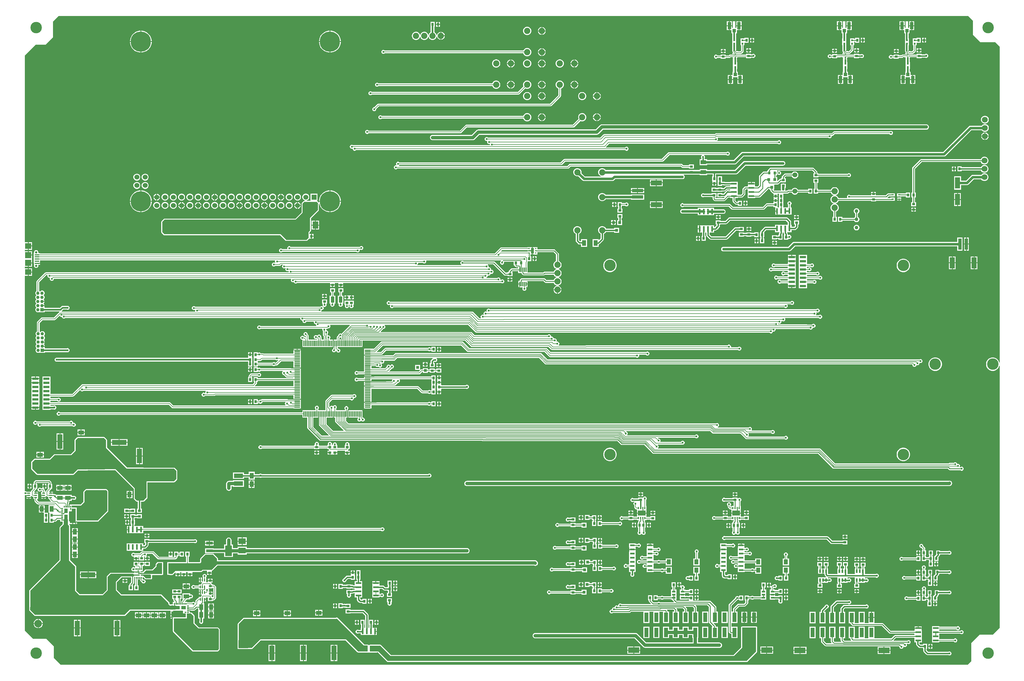
<source format=gtl>
G04*
G04 #@! TF.GenerationSoftware,Altium Limited,Altium Designer,22.8.2 (66)*
G04*
G04 Layer_Physical_Order=1*
G04 Layer_Color=16711680*
%FSLAX23Y23*%
%MOIN*%
G70*
G04*
G04 #@! TF.SameCoordinates,DFBDAC77-D3CC-4506-9E17-829F2540CA52*
G04*
G04*
G04 #@! TF.FilePolarity,Positive*
G04*
G01*
G75*
%ADD10C,0.010*%
%ADD18C,0.008*%
%ADD20C,0.006*%
%ADD21R,0.135X0.065*%
%ADD22R,0.050X0.115*%
%ADD23R,0.028X0.035*%
%ADD24R,0.041X0.087*%
%ADD25R,0.039X0.041*%
%ADD26R,0.024X0.020*%
%ADD27R,0.035X0.028*%
%ADD28R,0.019X0.006*%
%ADD29R,0.014X0.012*%
%ADD30R,0.006X0.013*%
%ADD31R,0.006X0.020*%
%ADD32R,0.059X0.138*%
%ADD33R,0.035X0.037*%
%ADD34R,0.065X0.024*%
%ADD35R,0.069X0.049*%
%ADD36R,0.024X0.065*%
%ADD37R,0.012X0.057*%
%ADD38R,0.094X0.063*%
%ADD39R,0.012X0.027*%
%ADD40R,0.041X0.024*%
%ADD41R,0.057X0.024*%
%ADD42R,0.024X0.041*%
%ADD43R,0.025X0.033*%
%ADD44R,0.037X0.035*%
%ADD45R,0.043X0.075*%
%ADD46R,0.089X0.071*%
%ADD47R,0.083X0.126*%
%ADD48R,0.083X0.035*%
%ADD49R,0.012X0.024*%
%ADD50R,0.024X0.012*%
%ADD51R,0.055X0.012*%
%ADD52R,0.047X0.130*%
%ADD53R,0.014X0.035*%
%ADD54R,0.049X0.069*%
%ADD55R,0.114X0.213*%
%ADD56R,0.059X0.177*%
%ADD57R,0.024X0.006*%
%ADD58R,0.104X0.044*%
%ADD59R,0.022X0.071*%
%ADD60R,0.120X0.080*%
%ADD61R,0.033X0.045*%
%ADD62R,0.150X0.024*%
%ADD63R,0.024X0.051*%
%ADD64R,0.056X0.044*%
%ADD65R,0.023X0.014*%
%ADD66R,0.071X0.089*%
%ADD67R,0.035X0.014*%
%ADD68R,0.177X0.059*%
%ADD69R,0.213X0.114*%
%ADD70R,0.006X0.024*%
%ADD71R,0.044X0.104*%
%ADD72R,0.071X0.022*%
%ADD73R,0.080X0.120*%
%ADD74R,0.045X0.033*%
%ADD75R,0.024X0.150*%
%ADD76R,0.051X0.024*%
%ADD77R,0.044X0.056*%
%ADD78R,0.014X0.023*%
%ADD79R,0.049X0.067*%
%ADD80R,0.053X0.016*%
%ADD81R,0.075X0.071*%
%ADD82R,0.075X0.075*%
%ADD83R,0.051X0.059*%
%ADD84R,0.028X0.016*%
%ADD85R,0.012X0.065*%
%ADD86R,0.065X0.012*%
%ADD87R,0.110X0.055*%
%ADD88R,0.049X0.071*%
%ADD89R,0.075X0.030*%
%ADD90R,0.059X0.134*%
%ADD91R,0.039X0.138*%
%ADD92R,0.134X0.059*%
%ADD93R,0.138X0.039*%
%ADD94R,0.035X0.066*%
%ADD95R,0.018X0.015*%
%ADD96R,0.035X0.015*%
%ADD184C,0.075*%
%ADD187C,0.020*%
%ADD188C,0.040*%
%ADD189C,0.015*%
%ADD190C,0.030*%
%ADD191C,0.138*%
%ADD192C,0.028*%
%ADD193C,0.043*%
%ADD194C,0.059*%
%ADD195C,0.071*%
%ADD196R,0.039X0.039*%
%ADD197C,0.039*%
%ADD198C,0.244*%
%ADD199R,0.060X0.060*%
%ADD200C,0.060*%
%ADD201C,0.091*%
%ADD202C,0.024*%
G36*
X10717Y7857D02*
X11413D01*
X11470Y7800D01*
Y7630D01*
X11560Y7540D01*
X11740D01*
X11794Y7486D01*
Y3670D01*
X11789Y3669D01*
X11788Y3674D01*
X11782Y3688D01*
X11773Y3702D01*
X11762Y3713D01*
X11748Y3722D01*
X11734Y3728D01*
X11718Y3731D01*
X11702D01*
X11686Y3728D01*
X11672Y3722D01*
X11658Y3713D01*
X11647Y3702D01*
X11638Y3688D01*
X11632Y3674D01*
X11629Y3658D01*
Y3642D01*
X11632Y3626D01*
X11638Y3612D01*
X11647Y3598D01*
X11658Y3587D01*
X11672Y3578D01*
X11686Y3572D01*
X11702Y3569D01*
X11718D01*
X11734Y3572D01*
X11748Y3578D01*
X11762Y3587D01*
X11773Y3598D01*
X11782Y3612D01*
X11788Y3626D01*
X11789Y3631D01*
X11794Y3630D01*
Y464D01*
X11710Y380D01*
X11550D01*
X11450Y280D01*
Y60D01*
X11407Y17D01*
X453D01*
X370Y100D01*
Y240D01*
X280Y330D01*
X120D01*
X20Y430D01*
Y2066D01*
X22Y2067D01*
X32D01*
X36Y2069D01*
X40Y2066D01*
Y2044D01*
X68D01*
X95D01*
Y2055D01*
X100Y2057D01*
X103Y2053D01*
X109Y2050D01*
X115Y2049D01*
X123D01*
Y2021D01*
X136D01*
Y2001D01*
X137Y1994D01*
X141Y1989D01*
X170Y1959D01*
X176Y1956D01*
X182Y1955D01*
X379D01*
X383Y1951D01*
X380Y1946D01*
X308D01*
Y1854D01*
X318D01*
Y1795D01*
X318D01*
X318Y1795D01*
X318D01*
Y1735D01*
X369D01*
Y1748D01*
X387D01*
X394Y1749D01*
X399Y1753D01*
X415Y1768D01*
X447D01*
Y1748D01*
X478D01*
Y1717D01*
X478Y1717D01*
X478D01*
X475Y1713D01*
X443Y1682D01*
X441Y1678D01*
X440Y1673D01*
Y1283D01*
X77Y921D01*
X75Y917D01*
X74Y912D01*
Y720D01*
X74Y720D01*
X73Y715D01*
Y680D01*
X74Y675D01*
X76Y671D01*
X136Y611D01*
X140Y609D01*
X145Y608D01*
X1225D01*
X1230Y609D01*
X1234Y611D01*
X1294Y672D01*
X1779D01*
Y632D01*
X1800D01*
Y622D01*
X1779D01*
Y601D01*
X1779D01*
Y593D01*
X1801D01*
Y588D01*
X1806D01*
Y575D01*
X1808D01*
Y423D01*
X1809Y418D01*
X1811Y414D01*
X2044Y181D01*
X2048Y179D01*
X2053Y178D01*
X2347D01*
X2352Y179D01*
X2356Y181D01*
X2372Y197D01*
X2374Y201D01*
X2375Y206D01*
Y442D01*
X2374Y447D01*
X2372Y451D01*
X2358Y465D01*
X2354Y467D01*
X2349Y468D01*
X2122D01*
X2069Y521D01*
Y607D01*
X2068Y612D01*
X2066Y616D01*
X2037Y645D01*
X2033Y647D01*
X2028Y648D01*
X2013D01*
Y668D01*
X2015Y672D01*
X2066D01*
X2072Y674D01*
X2078Y677D01*
X2098Y698D01*
X2113D01*
Y669D01*
X2113D01*
X2113Y666D01*
X2113D01*
Y574D01*
X2129D01*
Y544D01*
X2127Y541D01*
Y531D01*
X2131Y523D01*
X2138Y516D01*
X2146Y512D01*
X2156D01*
X2164Y516D01*
X2171Y523D01*
X2175Y531D01*
Y541D01*
X2173Y544D01*
Y574D01*
X2187D01*
Y666D01*
X2187D01*
X2187Y669D01*
X2187D01*
Y761D01*
X2186D01*
X2182Y766D01*
X2182Y769D01*
Y778D01*
X2184D01*
Y780D01*
X2186D01*
Y808D01*
X2191D01*
Y813D01*
X2207D01*
Y831D01*
X2230D01*
Y786D01*
X2290D01*
Y795D01*
X2300D01*
X2306Y796D01*
X2311Y800D01*
X2325Y813D01*
X2328Y819D01*
X2329Y825D01*
Y957D01*
X2328Y963D01*
X2325Y969D01*
X2315Y978D01*
X2310Y982D01*
X2303Y983D01*
X2290D01*
Y992D01*
X2277D01*
X2276Y997D01*
X2273Y1003D01*
X2270Y1005D01*
X2272Y1010D01*
X2288D01*
Y1028D01*
X2232D01*
Y1013D01*
X2209D01*
Y1072D01*
X2209D01*
X2211Y1076D01*
X2212Y1078D01*
X2216Y1086D01*
Y1096D01*
X2212Y1104D01*
X2205Y1111D01*
X2197Y1115D01*
X2187D01*
X2179Y1111D01*
X2172Y1104D01*
X2168Y1096D01*
Y1086D01*
X2172Y1078D01*
X2172Y1077D01*
X2172Y1072D01*
X2170Y1071D01*
Y1042D01*
X2160D01*
Y1070D01*
X2144D01*
Y1042D01*
Y1015D01*
X2162D01*
X2163Y1010D01*
X2161Y1009D01*
X2153Y1001D01*
X2150Y995D01*
X2149Y989D01*
Y987D01*
X2121D01*
Y974D01*
X2073D01*
X2069Y978D01*
X2061Y982D01*
X2051D01*
X2043Y978D01*
X2036Y971D01*
X2032Y963D01*
Y953D01*
X2036Y945D01*
X2043Y938D01*
X2051Y934D01*
X2061D01*
X2069Y938D01*
X2073Y942D01*
X2121D01*
Y928D01*
X2184D01*
Y930D01*
X2186D01*
Y958D01*
X2196D01*
Y928D01*
X2197Y925D01*
X2197Y922D01*
X2172D01*
Y920D01*
X2170D01*
Y892D01*
X2160D01*
Y920D01*
X2144D01*
Y892D01*
Y865D01*
X2158D01*
X2160Y860D01*
X2158Y859D01*
X2153Y854D01*
X2150Y849D01*
X2149Y842D01*
Y837D01*
X2121D01*
Y824D01*
X2120D01*
X2113Y823D01*
X2108Y819D01*
X2085Y797D01*
X2082Y791D01*
X2081Y785D01*
Y771D01*
X2078Y769D01*
X2076Y769D01*
X2069Y775D01*
X2061Y779D01*
X2051D01*
X2043Y775D01*
X2038Y771D01*
X1982D01*
Y778D01*
X1957D01*
X1955Y783D01*
X1977Y804D01*
X1979Y808D01*
X2016D01*
Y819D01*
X2021Y821D01*
X2021Y821D01*
X2031D01*
X2039Y825D01*
X2046Y832D01*
X2050Y840D01*
Y850D01*
X2046Y858D01*
X2039Y865D01*
X2031Y869D01*
X2021D01*
X2021Y869D01*
X2016Y871D01*
Y882D01*
X1924D01*
Y808D01*
X1928D01*
X1930Y804D01*
X1913Y787D01*
X1909Y781D01*
X1907Y781D01*
X1902Y784D01*
Y811D01*
X1915D01*
Y862D01*
X1860D01*
Y862D01*
X1800D01*
Y811D01*
X1813D01*
Y802D01*
X1814Y795D01*
X1818Y790D01*
X1824Y783D01*
X1822Y778D01*
X1808D01*
Y747D01*
X1777D01*
X1777Y747D01*
Y747D01*
X1773Y749D01*
X1767Y755D01*
Y765D01*
X1766Y770D01*
X1764Y774D01*
X1674Y864D01*
X1670Y866D01*
X1665Y867D01*
X1186D01*
X1132Y921D01*
X1132Y1015D01*
X1190Y1073D01*
X1200D01*
Y1073D01*
X1260D01*
Y1073D01*
X1305D01*
Y1014D01*
X1288Y998D01*
X1285Y992D01*
X1283Y986D01*
Y978D01*
X1275D01*
Y918D01*
X1326D01*
Y978D01*
X1324D01*
X1322Y983D01*
X1334Y995D01*
X1338Y1000D01*
X1339Y1007D01*
Y1077D01*
X1344Y1082D01*
X1350D01*
Y1043D01*
X1351D01*
Y978D01*
X1342D01*
Y918D01*
X1393D01*
Y978D01*
X1384D01*
Y1043D01*
X1386D01*
Y1045D01*
X1409D01*
Y1043D01*
X1411D01*
Y1042D01*
X1412Y1036D01*
X1416Y1030D01*
X1431Y1015D01*
X1434Y1013D01*
X1435Y1012D01*
X1442Y1005D01*
X1450Y1001D01*
X1460D01*
X1468Y1005D01*
X1475Y1012D01*
X1479Y1020D01*
Y1030D01*
X1475Y1038D01*
X1468Y1045D01*
X1460Y1049D01*
X1450D01*
X1450Y1049D01*
X1445Y1052D01*
Y1075D01*
X1450Y1078D01*
X1474Y1053D01*
X1478Y1051D01*
X1483Y1050D01*
X1544D01*
X1549Y1051D01*
X1549Y1051D01*
X1555D01*
Y1056D01*
X1555Y1057D01*
X1556Y1062D01*
Y1098D01*
X1556Y1098D01*
X1559Y1102D01*
X1678D01*
X1683Y1103D01*
X1683Y1103D01*
X1690D01*
Y1111D01*
X1690Y1114D01*
Y1246D01*
X1690Y1249D01*
Y1257D01*
X1683D01*
X1683Y1257D01*
X1678Y1258D01*
X1629D01*
X1624Y1257D01*
X1624Y1257D01*
X1618D01*
Y1253D01*
X1603Y1238D01*
X1601Y1234D01*
X1600Y1229D01*
X1600Y1210D01*
X1559Y1170D01*
X1555Y1169D01*
X1555Y1169D01*
X1555Y1169D01*
X1495D01*
Y1169D01*
X1484D01*
X1479Y1168D01*
X1475Y1166D01*
X1447Y1138D01*
X1418D01*
Y1149D01*
X1445D01*
Y1197D01*
X1444D01*
Y1211D01*
X1460D01*
Y1220D01*
X1470D01*
Y1211D01*
X1530D01*
Y1262D01*
X1470D01*
Y1253D01*
X1460D01*
Y1262D01*
X1400D01*
Y1234D01*
X1395Y1231D01*
X1395Y1231D01*
Y1262D01*
X1335D01*
Y1211D01*
X1350D01*
X1350Y1209D01*
X1353Y1203D01*
X1355Y1202D01*
X1353Y1197D01*
X1350D01*
Y1192D01*
X1345Y1190D01*
X1343Y1192D01*
X1335Y1196D01*
X1325D01*
X1317Y1192D01*
X1310Y1185D01*
X1306Y1177D01*
Y1167D01*
X1310Y1159D01*
X1317Y1152D01*
X1325Y1148D01*
X1335D01*
X1338Y1150D01*
X1342Y1147D01*
Y1144D01*
X1380D01*
Y1138D01*
X1376D01*
Y1134D01*
X1342D01*
Y1127D01*
X1337Y1125D01*
X1337Y1126D01*
X1333Y1128D01*
X1328Y1129D01*
X1058D01*
X1053Y1128D01*
X1049Y1126D01*
X1013Y1090D01*
X1011Y1086D01*
X1010Y1081D01*
Y922D01*
X959Y871D01*
X684D01*
X640Y915D01*
Y1205D01*
X639Y1210D01*
X637Y1214D01*
X566Y1284D01*
Y1698D01*
X565Y1703D01*
X563Y1707D01*
X556Y1714D01*
X558Y1719D01*
X593D01*
Y1740D01*
X603D01*
Y1719D01*
X624D01*
Y1719D01*
X632D01*
Y1741D01*
X637D01*
Y1746D01*
X650D01*
Y1748D01*
X901D01*
X906Y1749D01*
X910Y1751D01*
X1025Y1866D01*
X1027Y1870D01*
X1028Y1875D01*
Y2113D01*
X1027Y2118D01*
X1025Y2122D01*
X1010Y2137D01*
X1006Y2139D01*
X1001Y2140D01*
X762D01*
X757Y2139D01*
X753Y2137D01*
X731Y2115D01*
X729Y2111D01*
X728Y2106D01*
Y1988D01*
X693Y1953D01*
X652D01*
Y1953D01*
X557D01*
X553Y1955D01*
Y1971D01*
X553Y1972D01*
X557Y1977D01*
X558Y1984D01*
Y1998D01*
X586D01*
Y2013D01*
X608D01*
X611Y2011D01*
X621D01*
X629Y2015D01*
X636Y2022D01*
X640Y2030D01*
Y2040D01*
X636Y2048D01*
X629Y2055D01*
X621Y2059D01*
X611D01*
X608Y2057D01*
X586D01*
Y2072D01*
X494D01*
Y2072D01*
X491Y2072D01*
Y2072D01*
X400D01*
X398Y2073D01*
X390Y2077D01*
X384D01*
X383Y2077D01*
X378Y2081D01*
X371Y2082D01*
X362D01*
Y2084D01*
X360D01*
Y2086D01*
X332D01*
Y2091D01*
X327D01*
Y2107D01*
X315D01*
X313Y2112D01*
X335Y2134D01*
X339Y2140D01*
X340Y2145D01*
X349D01*
Y2205D01*
X340D01*
Y2221D01*
X339Y2228D01*
X335Y2233D01*
X326Y2242D01*
X321Y2246D01*
X314Y2247D01*
X155D01*
X155Y2247D01*
X148Y2246D01*
X143Y2242D01*
X131Y2231D01*
X127Y2225D01*
X126Y2218D01*
Y2205D01*
X118D01*
Y2145D01*
X118Y2145D01*
X118D01*
X116Y2141D01*
X97Y2122D01*
X94Y2117D01*
X93Y2110D01*
Y2109D01*
X42D01*
X40Y2111D01*
X32Y2115D01*
X22D01*
X20Y2116D01*
Y4717D01*
X56D01*
Y4763D01*
Y4808D01*
X20D01*
Y4826D01*
X56D01*
Y4873D01*
X61D01*
Y4878D01*
X108D01*
Y4920D01*
Y4963D01*
X61D01*
Y4968D01*
X56D01*
Y5015D01*
X20D01*
Y5032D01*
X56D01*
Y5078D01*
Y5123D01*
X20D01*
Y7380D01*
X150Y7510D01*
X270D01*
X360Y7600D01*
Y7790D01*
X427Y7857D01*
X8552D01*
X8552Y7857D01*
X8632D01*
X8632Y7857D01*
X9882D01*
X9882Y7857D01*
X9962D01*
X9962Y7857D01*
X10637D01*
X10637Y7857D01*
X10717D01*
X10717Y7857D01*
D02*
G37*
G36*
X306Y2205D02*
X298D01*
Y2145D01*
X298Y2145D01*
X298D01*
X296Y2141D01*
X276Y2122D01*
X273Y2117D01*
X272Y2110D01*
Y2109D01*
X263D01*
Y2123D01*
X262Y2129D01*
X259Y2135D01*
X251Y2142D01*
X252Y2144D01*
Y2170D01*
X233D01*
Y2150D01*
X216D01*
X212Y2154D01*
X204Y2158D01*
X194D01*
X186Y2154D01*
X179Y2147D01*
X175Y2139D01*
Y2129D01*
X179Y2121D01*
X186Y2114D01*
X194Y2110D01*
X204D01*
X212Y2114D01*
X216Y2118D01*
X229D01*
X231Y2116D01*
Y2109D01*
X218D01*
Y2072D01*
X220D01*
Y2070D01*
X248D01*
Y2060D01*
X220D01*
Y2044D01*
X248D01*
X275D01*
Y2054D01*
X280Y2056D01*
X282Y2053D01*
X288Y2050D01*
X294Y2049D01*
X303D01*
Y2021D01*
X316D01*
Y2020D01*
X317Y2013D01*
X321Y2008D01*
X337Y1992D01*
X335Y1987D01*
X189D01*
X169Y2007D01*
Y2021D01*
X182D01*
Y2046D01*
Y2084D01*
X180D01*
Y2086D01*
X152D01*
Y2091D01*
X147D01*
Y2107D01*
X136D01*
X134Y2112D01*
X155Y2133D01*
X159Y2139D01*
X160Y2145D01*
Y2145D01*
X169D01*
Y2205D01*
X161D01*
Y2211D01*
X162Y2213D01*
X306D01*
Y2205D01*
D02*
G37*
G36*
X1016Y2113D02*
Y1875D01*
X901Y1760D01*
X647D01*
Y1918D01*
X588D01*
Y1941D01*
X698D01*
X740Y1983D01*
Y2106D01*
X762Y2128D01*
X1001D01*
X1016Y2113D01*
D02*
G37*
G36*
X1678Y1114D02*
X1439D01*
Y1115D01*
Y1125D01*
X1452D01*
X1484Y1157D01*
X1564D01*
X1612Y1205D01*
X1612Y1229D01*
X1629Y1246D01*
X1678D01*
Y1114D01*
D02*
G37*
G36*
X1536Y1106D02*
X1544Y1098D01*
Y1062D01*
X1483D01*
X1451Y1094D01*
X1437D01*
Y1106D01*
X1536Y1106D01*
D02*
G37*
G36*
X2297Y834D02*
X2295Y833D01*
X2290Y835D01*
Y837D01*
X2277D01*
Y842D01*
X2276Y849D01*
X2275Y850D01*
X2278Y855D01*
X2288D01*
Y873D01*
X2260D01*
Y878D01*
X2255D01*
Y902D01*
X2243D01*
X2241Y907D01*
X2242Y909D01*
X2246Y917D01*
Y927D01*
X2242Y935D01*
X2242Y936D01*
X2243Y941D01*
X2290D01*
Y950D01*
X2297D01*
Y834D01*
D02*
G37*
G36*
X540Y1774D02*
X540Y1712D01*
X554Y1698D01*
Y1279D01*
X628Y1205D01*
Y910D01*
X679Y859D01*
X962D01*
X963Y858D01*
X1022Y917D01*
Y1081D01*
X1058Y1117D01*
X1328D01*
X1339Y1106D01*
X1388D01*
X1389Y1105D01*
Y1097D01*
X1386Y1094D01*
X1339D01*
X1330Y1085D01*
X1185D01*
X1120Y1020D01*
X1120Y916D01*
X1181Y855D01*
X1665D01*
X1755Y765D01*
Y750D01*
X1773Y732D01*
X1848D01*
X1855Y725D01*
Y700D01*
X1839Y684D01*
X1289D01*
X1225Y620D01*
X145D01*
X85Y680D01*
Y715D01*
X86D01*
Y912D01*
X452Y1278D01*
Y1673D01*
X492Y1713D01*
Y1774D01*
X502Y1784D01*
X530D01*
X540Y1774D01*
D02*
G37*
G36*
X2057Y607D02*
Y516D01*
X2117Y456D01*
X2349D01*
X2363Y442D01*
Y206D01*
X2347Y190D01*
X2053D01*
X1820Y423D01*
Y577D01*
X1978D01*
Y635D01*
Y636D01*
X2028D01*
X2057Y607D01*
D02*
G37*
%LPC*%
G36*
X5035Y7784D02*
X5016D01*
Y7761D01*
X5035D01*
Y7784D01*
D02*
G37*
G36*
X5006D02*
X4988D01*
Y7761D01*
X5006D01*
Y7784D01*
D02*
G37*
G36*
X10762Y7794D02*
X10736D01*
Y7745D01*
X10762D01*
Y7794D01*
D02*
G37*
G36*
X8676D02*
X8650D01*
Y7745D01*
X8676D01*
Y7794D01*
D02*
G37*
G36*
X10726D02*
X10700D01*
Y7745D01*
X10726D01*
Y7794D01*
D02*
G37*
G36*
X8640D02*
X8614D01*
Y7745D01*
X8640D01*
Y7794D01*
D02*
G37*
G36*
X9890D02*
X9864D01*
Y7745D01*
X9890D01*
Y7794D01*
D02*
G37*
G36*
X9854D02*
X9828D01*
Y7745D01*
X9854D01*
Y7794D01*
D02*
G37*
G36*
X10006D02*
X9980D01*
Y7745D01*
X10006D01*
Y7794D01*
D02*
G37*
G36*
X9970D02*
X9944D01*
Y7745D01*
X9970D01*
Y7794D01*
D02*
G37*
G36*
X10646D02*
X10620D01*
Y7745D01*
X10646D01*
Y7794D01*
D02*
G37*
G36*
X8560D02*
X8534D01*
Y7745D01*
X8560D01*
Y7794D01*
D02*
G37*
G36*
X10610D02*
X10584D01*
Y7745D01*
X10610D01*
Y7794D01*
D02*
G37*
G36*
X8524D02*
X8498D01*
Y7745D01*
X8524D01*
Y7794D01*
D02*
G37*
G36*
X5035Y7751D02*
X5016D01*
Y7728D01*
X5035D01*
Y7751D01*
D02*
G37*
G36*
X5006D02*
X4988D01*
Y7728D01*
X5006D01*
Y7751D01*
D02*
G37*
G36*
X10688Y7794D02*
X10658D01*
Y7713D01*
X10646D01*
Y7735D01*
X10620D01*
Y7687D01*
X10641D01*
Y7648D01*
X10650D01*
Y7587D01*
X10649D01*
Y7543D01*
Y7503D01*
X10650D01*
Y7440D01*
X10650Y7439D01*
Y7435D01*
X10651Y7430D01*
X10653Y7426D01*
X10656Y7423D01*
Y7418D01*
X10656Y7418D01*
Y7414D01*
X10657Y7413D01*
X10656Y7408D01*
X10650D01*
Y7392D01*
X10624D01*
X10617Y7391D01*
X10612Y7387D01*
X10608Y7383D01*
X10575D01*
Y7392D01*
X10515D01*
Y7380D01*
X10496D01*
X10492Y7384D01*
X10484Y7388D01*
X10474D01*
X10466Y7384D01*
X10459Y7377D01*
X10455Y7369D01*
Y7359D01*
X10459Y7351D01*
X10466Y7344D01*
X10474Y7340D01*
X10484D01*
X10492Y7344D01*
X10496Y7348D01*
X10515D01*
Y7341D01*
X10575D01*
Y7350D01*
X10615D01*
X10621Y7351D01*
X10626Y7355D01*
X10630Y7359D01*
X10657D01*
Y7357D01*
X10658D01*
Y7183D01*
X10653D01*
Y7143D01*
X10632D01*
Y7095D01*
X10658D01*
Y7117D01*
X10712D01*
Y7095D01*
X10738D01*
Y7143D01*
X10717D01*
Y7183D01*
X10707D01*
Y7218D01*
X10709D01*
Y7258D01*
Y7302D01*
X10707D01*
Y7345D01*
X10707Y7346D01*
Y7356D01*
X10708Y7357D01*
X10714D01*
Y7360D01*
X10790D01*
Y7349D01*
X10850D01*
Y7355D01*
X10895D01*
X10902Y7352D01*
X10912D01*
X10920Y7356D01*
X10927Y7363D01*
X10931Y7371D01*
Y7381D01*
X10927Y7389D01*
X10920Y7396D01*
X10912Y7400D01*
X10902D01*
X10894Y7396D01*
X10892Y7395D01*
X10850D01*
Y7401D01*
X10790D01*
Y7391D01*
X10721D01*
Y7399D01*
X10742D01*
X10748Y7400D01*
X10753Y7403D01*
X10778Y7428D01*
X10781Y7433D01*
X10782Y7439D01*
Y7503D01*
X10791D01*
Y7535D01*
X10840D01*
Y7595D01*
X10789D01*
Y7586D01*
X10743D01*
Y7543D01*
Y7503D01*
X10752D01*
Y7446D01*
X10736Y7430D01*
X10714D01*
Y7433D01*
X10697D01*
X10694Y7436D01*
Y7439D01*
X10694Y7440D01*
Y7503D01*
X10697D01*
Y7543D01*
Y7587D01*
X10694D01*
Y7648D01*
X10705D01*
Y7687D01*
X10726D01*
Y7735D01*
X10700D01*
Y7713D01*
X10688D01*
Y7794D01*
D02*
G37*
G36*
X9931D02*
X9902D01*
Y7713D01*
X9890D01*
Y7735D01*
X9864D01*
Y7687D01*
X9885D01*
Y7648D01*
X9895D01*
Y7586D01*
X9892D01*
Y7543D01*
Y7503D01*
X9895D01*
Y7440D01*
X9895Y7439D01*
Y7435D01*
X9896Y7430D01*
X9898Y7426D01*
X9901Y7424D01*
Y7414D01*
X9901Y7413D01*
X9901Y7408D01*
X9894D01*
Y7392D01*
X9830D01*
Y7397D01*
X9770D01*
Y7388D01*
X9759D01*
X9755Y7391D01*
X9747Y7395D01*
X9737D01*
X9729Y7391D01*
X9722Y7384D01*
X9718Y7376D01*
Y7366D01*
X9722Y7358D01*
X9729Y7351D01*
X9737Y7347D01*
X9747D01*
X9755Y7351D01*
X9760Y7355D01*
X9770D01*
Y7346D01*
X9830D01*
Y7359D01*
X9901D01*
Y7357D01*
X9902D01*
Y7183D01*
X9898D01*
Y7143D01*
X9877D01*
Y7095D01*
X9903D01*
Y7117D01*
X9957D01*
Y7095D01*
X9983D01*
Y7143D01*
X9962D01*
Y7183D01*
X9952D01*
Y7218D01*
X9954D01*
Y7258D01*
Y7302D01*
X9952D01*
Y7332D01*
X9951Y7339D01*
X9951Y7339D01*
X9952Y7344D01*
Y7356D01*
X9953Y7357D01*
X9959D01*
Y7360D01*
X10035D01*
Y7349D01*
X10095D01*
Y7355D01*
X10116D01*
X10117Y7355D01*
X10125Y7351D01*
X10135D01*
X10143Y7355D01*
X10150Y7362D01*
X10154Y7370D01*
Y7380D01*
X10150Y7388D01*
X10143Y7395D01*
X10135Y7399D01*
X10125D01*
X10117Y7395D01*
X10116Y7395D01*
X10095D01*
Y7401D01*
X10035D01*
Y7391D01*
X9966D01*
Y7399D01*
X9976D01*
X9982Y7400D01*
X9987Y7403D01*
X10023Y7439D01*
X10026Y7444D01*
X10028Y7450D01*
Y7503D01*
X10036D01*
Y7547D01*
X10047D01*
Y7535D01*
X10098D01*
Y7595D01*
X10047D01*
Y7582D01*
X10036D01*
Y7587D01*
X9988D01*
Y7543D01*
Y7503D01*
X9997D01*
Y7457D01*
X9970Y7430D01*
X9959D01*
Y7433D01*
X9942D01*
X9939Y7436D01*
Y7439D01*
X9939Y7440D01*
Y7503D01*
X9940D01*
Y7543D01*
Y7586D01*
X9939D01*
Y7648D01*
X9949D01*
Y7687D01*
X9970D01*
Y7735D01*
X9944D01*
Y7713D01*
X9931D01*
Y7794D01*
D02*
G37*
G36*
X8602D02*
X8570D01*
Y7713D01*
X8560D01*
Y7735D01*
X8534D01*
Y7687D01*
X8555D01*
Y7648D01*
X8565D01*
Y7586D01*
X8563D01*
Y7543D01*
Y7503D01*
X8565D01*
Y7440D01*
X8565Y7439D01*
Y7435D01*
X8566Y7430D01*
X8568Y7426D01*
X8570Y7425D01*
Y7408D01*
X8564D01*
Y7391D01*
X8538D01*
X8533Y7390D01*
X8528Y7386D01*
X8523Y7382D01*
X8485D01*
Y7392D01*
X8425D01*
Y7382D01*
X8384D01*
X8380Y7386D01*
X8372Y7390D01*
X8362D01*
X8354Y7386D01*
X8347Y7379D01*
X8343Y7371D01*
Y7361D01*
X8347Y7353D01*
X8354Y7346D01*
X8362Y7342D01*
X8372D01*
X8380Y7346D01*
X8384Y7350D01*
X8425D01*
Y7341D01*
X8485D01*
Y7351D01*
X8530D01*
X8535Y7352D01*
X8540Y7356D01*
X8545Y7360D01*
X8570D01*
Y7183D01*
X8568D01*
Y7143D01*
X8547D01*
Y7095D01*
X8573D01*
Y7117D01*
X8627D01*
Y7095D01*
X8653D01*
Y7143D01*
X8632D01*
Y7183D01*
X8622D01*
Y7218D01*
X8624D01*
Y7258D01*
Y7302D01*
X8622D01*
Y7345D01*
X8622Y7346D01*
Y7356D01*
X8623Y7357D01*
X8629D01*
Y7360D01*
X8732D01*
Y7349D01*
X8791D01*
Y7355D01*
X8807D01*
X8814Y7352D01*
X8824D01*
X8832Y7356D01*
X8839Y7363D01*
X8843Y7371D01*
Y7381D01*
X8839Y7389D01*
X8832Y7396D01*
X8824Y7400D01*
X8814D01*
X8806Y7396D01*
X8804Y7395D01*
X8791D01*
Y7401D01*
X8732D01*
Y7391D01*
X8636D01*
Y7399D01*
X8668D01*
X8674Y7400D01*
X8679Y7403D01*
X8698Y7422D01*
X8701Y7427D01*
X8702Y7433D01*
Y7503D01*
X8711D01*
Y7534D01*
X8762D01*
Y7593D01*
X8710D01*
Y7586D01*
X8663D01*
Y7543D01*
Y7503D01*
X8672D01*
Y7439D01*
X8662Y7430D01*
X8629D01*
Y7433D01*
X8612D01*
X8609Y7436D01*
Y7439D01*
X8609Y7440D01*
Y7503D01*
X8611D01*
Y7543D01*
Y7586D01*
X8609D01*
Y7648D01*
X8619D01*
Y7687D01*
X8640D01*
Y7735D01*
X8614D01*
Y7713D01*
X8602D01*
Y7794D01*
D02*
G37*
G36*
X10762Y7735D02*
X10736D01*
Y7687D01*
X10762D01*
Y7735D01*
D02*
G37*
G36*
X10610Y7735D02*
X10584D01*
Y7687D01*
X10610D01*
Y7735D01*
D02*
G37*
G36*
X10006Y7735D02*
X9980D01*
Y7687D01*
X10006D01*
Y7735D01*
D02*
G37*
G36*
X9854Y7735D02*
X9828D01*
Y7687D01*
X9854D01*
Y7735D01*
D02*
G37*
G36*
X8676Y7735D02*
X8650D01*
Y7687D01*
X8676D01*
Y7735D01*
D02*
G37*
G36*
X8524Y7735D02*
X8498D01*
Y7687D01*
X8524D01*
Y7735D01*
D02*
G37*
G36*
X6270Y7725D02*
X6269D01*
Y7682D01*
X6311D01*
Y7683D01*
X6308Y7695D01*
X6302Y7706D01*
X6293Y7715D01*
X6282Y7721D01*
X6270Y7725D01*
D02*
G37*
G36*
X6259D02*
X6258D01*
X6245Y7721D01*
X6235Y7715D01*
X6226Y7706D01*
X6220Y7695D01*
X6216Y7683D01*
Y7682D01*
X6259D01*
Y7725D01*
D02*
G37*
G36*
X4970Y7786D02*
X4919D01*
Y7726D01*
X4922D01*
Y7662D01*
X4915Y7658D01*
X4905Y7648D01*
X4899Y7637D01*
X4897Y7632D01*
X4892D01*
X4891Y7637D01*
X4884Y7648D01*
X4875Y7658D01*
X4864Y7664D01*
X4851Y7668D01*
X4838D01*
X4826Y7664D01*
X4815Y7658D01*
X4805Y7648D01*
X4799Y7637D01*
X4797Y7632D01*
X4792D01*
X4791Y7637D01*
X4784Y7648D01*
X4775Y7658D01*
X4764Y7664D01*
X4751Y7668D01*
X4738D01*
X4726Y7664D01*
X4715Y7658D01*
X4705Y7648D01*
X4699Y7637D01*
X4695Y7625D01*
Y7612D01*
X4699Y7599D01*
X4705Y7588D01*
X4715Y7579D01*
X4726Y7572D01*
X4738Y7569D01*
X4751D01*
X4764Y7572D01*
X4775Y7579D01*
X4784Y7588D01*
X4791Y7599D01*
X4792Y7604D01*
X4797D01*
X4799Y7599D01*
X4805Y7588D01*
X4815Y7579D01*
X4826Y7572D01*
X4838Y7569D01*
X4851D01*
X4864Y7572D01*
X4875Y7579D01*
X4884Y7588D01*
X4891Y7599D01*
X4892Y7604D01*
X4897D01*
X4899Y7599D01*
X4905Y7588D01*
X4915Y7579D01*
X4926Y7572D01*
X4938Y7569D01*
X4951D01*
X4964Y7572D01*
X4975Y7579D01*
X4984Y7588D01*
X4991Y7599D01*
X4993Y7608D01*
X4999D01*
X5001Y7600D01*
X5007Y7589D01*
X5016Y7580D01*
X5027Y7574D01*
X5039Y7571D01*
X5040D01*
Y7618D01*
Y7666D01*
X5039D01*
X5027Y7662D01*
X5016Y7656D01*
X5007Y7647D01*
X5001Y7636D01*
X4999Y7628D01*
X4993D01*
X4991Y7637D01*
X4984Y7648D01*
X4975Y7658D01*
X4967Y7662D01*
Y7726D01*
X4970D01*
Y7786D01*
D02*
G37*
G36*
X6311Y7672D02*
X6269D01*
Y7630D01*
X6270D01*
X6282Y7633D01*
X6293Y7639D01*
X6302Y7648D01*
X6308Y7659D01*
X6311Y7671D01*
Y7672D01*
D02*
G37*
G36*
X6259D02*
X6216D01*
Y7671D01*
X6220Y7659D01*
X6226Y7648D01*
X6235Y7639D01*
X6245Y7633D01*
X6258Y7630D01*
X6259D01*
Y7672D01*
D02*
G37*
G36*
X6093Y7727D02*
X6080D01*
X6068Y7723D01*
X6056Y7717D01*
X6047Y7707D01*
X6041Y7696D01*
X6037Y7684D01*
Y7671D01*
X6041Y7658D01*
X6047Y7647D01*
X6056Y7638D01*
X6068Y7631D01*
X6080Y7628D01*
X6093D01*
X6106Y7631D01*
X6117Y7638D01*
X6126Y7647D01*
X6133Y7658D01*
X6136Y7671D01*
Y7684D01*
X6133Y7696D01*
X6126Y7707D01*
X6117Y7717D01*
X6106Y7723D01*
X6093Y7727D01*
D02*
G37*
G36*
X5051Y7666D02*
X5050D01*
Y7623D01*
X5092D01*
Y7624D01*
X5089Y7636D01*
X5083Y7647D01*
X5074Y7656D01*
X5063Y7662D01*
X5051Y7666D01*
D02*
G37*
G36*
X5092Y7613D02*
X5050D01*
Y7571D01*
X5051D01*
X5063Y7574D01*
X5074Y7580D01*
X5083Y7589D01*
X5089Y7600D01*
X5092Y7612D01*
Y7613D01*
D02*
G37*
G36*
X10905Y7593D02*
X10886D01*
Y7570D01*
X10905D01*
Y7593D01*
D02*
G37*
G36*
X10163D02*
X10144D01*
Y7570D01*
X10163D01*
Y7593D01*
D02*
G37*
G36*
X10876D02*
X10858D01*
Y7570D01*
X10876D01*
Y7593D01*
D02*
G37*
G36*
X10134D02*
X10116D01*
Y7570D01*
X10134D01*
Y7593D01*
D02*
G37*
G36*
X8827Y7591D02*
X8808D01*
Y7568D01*
X8827D01*
Y7591D01*
D02*
G37*
G36*
X8798D02*
X8779D01*
Y7568D01*
X8798D01*
Y7591D01*
D02*
G37*
G36*
X1432Y7680D02*
X1427D01*
Y7553D01*
X1554D01*
Y7559D01*
X1550Y7579D01*
X1544Y7599D01*
X1535Y7618D01*
X1522Y7634D01*
X1508Y7649D01*
X1491Y7661D01*
X1472Y7671D01*
X1453Y7677D01*
X1432Y7680D01*
D02*
G37*
G36*
X3716D02*
X3710D01*
Y7553D01*
X3837D01*
Y7559D01*
X3834Y7579D01*
X3827Y7599D01*
X3818Y7618D01*
X3806Y7634D01*
X3791Y7649D01*
X3774Y7661D01*
X3756Y7671D01*
X3736Y7677D01*
X3716Y7680D01*
D02*
G37*
G36*
X3700D02*
X3695D01*
X3674Y7677D01*
X3654Y7671D01*
X3636Y7661D01*
X3619Y7649D01*
X3604Y7634D01*
X3592Y7618D01*
X3583Y7599D01*
X3576Y7579D01*
X3573Y7559D01*
Y7553D01*
X3700D01*
Y7680D01*
D02*
G37*
G36*
X1417D02*
X1411D01*
X1391Y7677D01*
X1371Y7671D01*
X1352Y7661D01*
X1336Y7649D01*
X1321Y7634D01*
X1309Y7618D01*
X1299Y7599D01*
X1293Y7579D01*
X1290Y7559D01*
Y7553D01*
X1417D01*
Y7680D01*
D02*
G37*
G36*
X10905Y7560D02*
X10886D01*
Y7537D01*
X10905D01*
Y7560D01*
D02*
G37*
G36*
X10876D02*
X10858D01*
Y7537D01*
X10876D01*
Y7560D01*
D02*
G37*
G36*
X10163D02*
X10144D01*
Y7537D01*
X10163D01*
Y7560D01*
D02*
G37*
G36*
X10134D02*
X10116D01*
Y7537D01*
X10134D01*
Y7560D01*
D02*
G37*
G36*
X8827Y7558D02*
X8808D01*
Y7536D01*
X8827D01*
Y7558D01*
D02*
G37*
G36*
X8798D02*
X8779D01*
Y7536D01*
X8798D01*
Y7558D01*
D02*
G37*
G36*
X10848Y7466D02*
X10825D01*
Y7447D01*
X10848D01*
Y7466D01*
D02*
G37*
G36*
X8789D02*
X8767D01*
Y7447D01*
X8789D01*
Y7466D01*
D02*
G37*
G36*
X10093D02*
X10070D01*
Y7447D01*
X10093D01*
Y7466D01*
D02*
G37*
G36*
X10815D02*
X10792D01*
Y7447D01*
X10815D01*
Y7466D01*
D02*
G37*
G36*
X10060D02*
X10037D01*
Y7447D01*
X10060D01*
Y7466D01*
D02*
G37*
G36*
X8757D02*
X8734D01*
Y7447D01*
X8757D01*
Y7466D01*
D02*
G37*
G36*
X9828Y7462D02*
X9805D01*
Y7443D01*
X9828D01*
Y7462D01*
D02*
G37*
G36*
X9795D02*
X9772D01*
Y7443D01*
X9795D01*
Y7462D01*
D02*
G37*
G36*
X6093Y7471D02*
X6080D01*
X6068Y7467D01*
X6056Y7461D01*
X6047Y7452D01*
X6041Y7440D01*
X6040Y7440D01*
X4367D01*
X4363Y7444D01*
X4354Y7447D01*
X4345D01*
X4336Y7444D01*
X4330Y7437D01*
X4326Y7428D01*
Y7419D01*
X4330Y7410D01*
X4336Y7403D01*
X4345Y7400D01*
X4354D01*
X4363Y7403D01*
X4367Y7407D01*
X6039D01*
X6041Y7402D01*
X6047Y7391D01*
X6056Y7382D01*
X6068Y7375D01*
X6080Y7372D01*
X6093D01*
X6106Y7375D01*
X6117Y7382D01*
X6126Y7391D01*
X6133Y7402D01*
X6136Y7415D01*
Y7428D01*
X6133Y7440D01*
X6126Y7452D01*
X6117Y7461D01*
X6106Y7467D01*
X6093Y7471D01*
D02*
G37*
G36*
X10573Y7457D02*
X10550D01*
Y7438D01*
X10573D01*
Y7457D01*
D02*
G37*
G36*
X10540D02*
X10517D01*
Y7438D01*
X10540D01*
Y7457D01*
D02*
G37*
G36*
X8483D02*
X8460D01*
Y7438D01*
X8483D01*
Y7457D01*
D02*
G37*
G36*
X8450D02*
X8427D01*
Y7438D01*
X8450D01*
Y7457D01*
D02*
G37*
G36*
X6270Y7469D02*
X6269D01*
Y7426D01*
X6311D01*
Y7427D01*
X6308Y7440D01*
X6302Y7450D01*
X6293Y7459D01*
X6282Y7465D01*
X6270Y7469D01*
D02*
G37*
G36*
X6259D02*
X6258D01*
X6245Y7465D01*
X6235Y7459D01*
X6226Y7450D01*
X6220Y7440D01*
X6216Y7427D01*
Y7426D01*
X6259D01*
Y7469D01*
D02*
G37*
G36*
X10848Y7437D02*
X10825D01*
Y7418D01*
X10848D01*
Y7437D01*
D02*
G37*
G36*
X10815D02*
X10792D01*
Y7418D01*
X10815D01*
Y7437D01*
D02*
G37*
G36*
X10093D02*
X10070D01*
Y7418D01*
X10093D01*
Y7437D01*
D02*
G37*
G36*
X10060D02*
X10037D01*
Y7418D01*
X10060D01*
Y7437D01*
D02*
G37*
G36*
X8789D02*
X8767D01*
Y7418D01*
X8789D01*
Y7437D01*
D02*
G37*
G36*
X8757D02*
X8734D01*
Y7418D01*
X8757D01*
Y7437D01*
D02*
G37*
G36*
X3837Y7543D02*
X3710D01*
Y7416D01*
X3716D01*
X3736Y7420D01*
X3756Y7426D01*
X3774Y7435D01*
X3791Y7448D01*
X3806Y7462D01*
X3818Y7479D01*
X3827Y7498D01*
X3834Y7518D01*
X3837Y7538D01*
Y7543D01*
D02*
G37*
G36*
X3700D02*
X3573D01*
Y7538D01*
X3576Y7518D01*
X3583Y7498D01*
X3592Y7479D01*
X3604Y7462D01*
X3619Y7448D01*
X3636Y7435D01*
X3654Y7426D01*
X3674Y7420D01*
X3695Y7416D01*
X3700D01*
Y7543D01*
D02*
G37*
G36*
X1554D02*
X1427D01*
Y7416D01*
X1432D01*
X1453Y7420D01*
X1472Y7426D01*
X1491Y7435D01*
X1508Y7448D01*
X1522Y7462D01*
X1535Y7479D01*
X1544Y7498D01*
X1550Y7518D01*
X1554Y7538D01*
Y7543D01*
D02*
G37*
G36*
X1417D02*
X1290D01*
Y7538D01*
X1293Y7518D01*
X1299Y7498D01*
X1309Y7479D01*
X1321Y7462D01*
X1336Y7448D01*
X1352Y7435D01*
X1371Y7426D01*
X1391Y7420D01*
X1411Y7416D01*
X1417D01*
Y7543D01*
D02*
G37*
G36*
X9828Y7433D02*
X9805D01*
Y7415D01*
X9828D01*
Y7433D01*
D02*
G37*
G36*
X9795D02*
X9772D01*
Y7415D01*
X9795D01*
Y7433D01*
D02*
G37*
G36*
X10573Y7428D02*
X10550D01*
Y7410D01*
X10573D01*
Y7428D01*
D02*
G37*
G36*
X10540D02*
X10517D01*
Y7410D01*
X10540D01*
Y7428D01*
D02*
G37*
G36*
X8483D02*
X8460D01*
Y7410D01*
X8483D01*
Y7428D01*
D02*
G37*
G36*
X8450D02*
X8427D01*
Y7410D01*
X8450D01*
Y7428D01*
D02*
G37*
G36*
X6311Y7416D02*
X6269D01*
Y7374D01*
X6270D01*
X6282Y7377D01*
X6293Y7383D01*
X6302Y7392D01*
X6308Y7403D01*
X6311Y7415D01*
Y7416D01*
D02*
G37*
G36*
X6259D02*
X6216D01*
Y7415D01*
X6220Y7403D01*
X6226Y7392D01*
X6235Y7383D01*
X6245Y7377D01*
X6258Y7374D01*
X6259D01*
Y7416D01*
D02*
G37*
G36*
X6664Y7331D02*
X6662D01*
Y7288D01*
X6705D01*
Y7290D01*
X6702Y7302D01*
X6695Y7313D01*
X6687Y7321D01*
X6676Y7328D01*
X6664Y7331D01*
D02*
G37*
G36*
X6270D02*
X6269D01*
Y7288D01*
X6311D01*
Y7290D01*
X6308Y7302D01*
X6302Y7313D01*
X6293Y7321D01*
X6282Y7328D01*
X6270Y7331D01*
D02*
G37*
G36*
X6652D02*
X6651D01*
X6639Y7328D01*
X6628Y7321D01*
X6620Y7313D01*
X6613Y7302D01*
X6610Y7290D01*
Y7288D01*
X6652D01*
Y7331D01*
D02*
G37*
G36*
X6259D02*
X6258D01*
X6245Y7328D01*
X6235Y7321D01*
X6226Y7313D01*
X6220Y7302D01*
X6216Y7290D01*
Y7288D01*
X6259D01*
Y7331D01*
D02*
G37*
G36*
X5896D02*
X5895D01*
Y7288D01*
X5937D01*
Y7290D01*
X5934Y7302D01*
X5928Y7313D01*
X5919Y7321D01*
X5908Y7328D01*
X5896Y7331D01*
D02*
G37*
G36*
X5885D02*
X5884D01*
X5871Y7328D01*
X5861Y7321D01*
X5852Y7313D01*
X5846Y7302D01*
X5842Y7290D01*
Y7288D01*
X5885D01*
Y7331D01*
D02*
G37*
G36*
X6705Y7278D02*
X6662D01*
Y7236D01*
X6664D01*
X6676Y7239D01*
X6687Y7246D01*
X6695Y7254D01*
X6702Y7265D01*
X6705Y7277D01*
Y7278D01*
D02*
G37*
G36*
X6652D02*
X6610D01*
Y7277D01*
X6613Y7265D01*
X6620Y7254D01*
X6628Y7246D01*
X6639Y7239D01*
X6651Y7236D01*
X6652D01*
Y7278D01*
D02*
G37*
G36*
X6311D02*
X6269D01*
Y7236D01*
X6270D01*
X6282Y7239D01*
X6293Y7246D01*
X6302Y7254D01*
X6308Y7265D01*
X6311Y7277D01*
Y7278D01*
D02*
G37*
G36*
X6259D02*
X6216D01*
Y7277D01*
X6220Y7265D01*
X6226Y7254D01*
X6235Y7246D01*
X6245Y7239D01*
X6258Y7236D01*
X6259D01*
Y7278D01*
D02*
G37*
G36*
X5937Y7278D02*
X5895D01*
Y7236D01*
X5896D01*
X5908Y7239D01*
X5919Y7246D01*
X5928Y7254D01*
X5934Y7265D01*
X5937Y7277D01*
Y7278D01*
D02*
G37*
G36*
X5885D02*
X5842D01*
Y7277D01*
X5846Y7265D01*
X5852Y7254D01*
X5861Y7246D01*
X5871Y7239D01*
X5884Y7236D01*
X5885D01*
Y7278D01*
D02*
G37*
G36*
X6487Y7333D02*
X6474D01*
X6461Y7329D01*
X6450Y7323D01*
X6441Y7314D01*
X6434Y7303D01*
X6431Y7290D01*
Y7277D01*
X6434Y7264D01*
X6441Y7253D01*
X6450Y7244D01*
X6461Y7237D01*
X6474Y7234D01*
X6487D01*
X6499Y7237D01*
X6511Y7244D01*
X6520Y7253D01*
X6526Y7264D01*
X6530Y7277D01*
Y7290D01*
X6526Y7303D01*
X6520Y7314D01*
X6511Y7323D01*
X6499Y7329D01*
X6487Y7333D01*
D02*
G37*
G36*
X6093D02*
X6080D01*
X6068Y7329D01*
X6056Y7323D01*
X6047Y7314D01*
X6041Y7303D01*
X6037Y7290D01*
Y7277D01*
X6041Y7264D01*
X6047Y7253D01*
X6056Y7244D01*
X6068Y7237D01*
X6080Y7234D01*
X6093D01*
X6106Y7237D01*
X6117Y7244D01*
X6126Y7253D01*
X6133Y7264D01*
X6136Y7277D01*
Y7290D01*
X6133Y7303D01*
X6126Y7314D01*
X6117Y7323D01*
X6106Y7329D01*
X6093Y7333D01*
D02*
G37*
G36*
X5719D02*
X5706D01*
X5694Y7329D01*
X5682Y7323D01*
X5673Y7314D01*
X5667Y7303D01*
X5663Y7290D01*
Y7277D01*
X5667Y7264D01*
X5673Y7253D01*
X5682Y7244D01*
X5694Y7237D01*
X5706Y7234D01*
X5719D01*
X5732Y7237D01*
X5743Y7244D01*
X5752Y7253D01*
X5759Y7264D01*
X5762Y7277D01*
Y7290D01*
X5759Y7303D01*
X5752Y7314D01*
X5743Y7323D01*
X5732Y7329D01*
X5719Y7333D01*
D02*
G37*
G36*
X10622Y7143D02*
X10596D01*
Y7095D01*
X10622D01*
Y7143D01*
D02*
G37*
G36*
X9867D02*
X9841D01*
Y7095D01*
X9867D01*
Y7143D01*
D02*
G37*
G36*
X8537D02*
X8511D01*
Y7095D01*
X8537D01*
Y7143D01*
D02*
G37*
G36*
X10774D02*
X10748D01*
Y7095D01*
X10774D01*
Y7143D01*
D02*
G37*
G36*
X10019D02*
X9993D01*
Y7095D01*
X10019D01*
Y7143D01*
D02*
G37*
G36*
X8689D02*
X8663D01*
Y7095D01*
X8689D01*
Y7143D01*
D02*
G37*
G36*
X5719Y7077D02*
X5706D01*
X5694Y7074D01*
X5682Y7067D01*
X5673Y7058D01*
X5667Y7047D01*
X5666Y7044D01*
X4291D01*
X4287Y7048D01*
X4279Y7052D01*
X4269D01*
X4261Y7048D01*
X4254Y7041D01*
X4250Y7033D01*
Y7023D01*
X4254Y7015D01*
X4261Y7008D01*
X4269Y7004D01*
X4279D01*
X4287Y7008D01*
X4291Y7012D01*
X5666D01*
X5667Y7008D01*
X5673Y6997D01*
X5682Y6988D01*
X5694Y6982D01*
X5706Y6978D01*
X5719D01*
X5732Y6982D01*
X5743Y6988D01*
X5752Y6997D01*
X5759Y7008D01*
X5762Y7021D01*
Y7034D01*
X5759Y7047D01*
X5752Y7058D01*
X5743Y7067D01*
X5732Y7074D01*
X5719Y7077D01*
D02*
G37*
G36*
X10774Y7085D02*
X10748D01*
Y7037D01*
X10774D01*
Y7085D01*
D02*
G37*
G36*
X10738D02*
X10712D01*
Y7037D01*
X10738D01*
Y7085D01*
D02*
G37*
G36*
X10658Y7085D02*
X10632D01*
Y7037D01*
X10658D01*
Y7085D01*
D02*
G37*
G36*
X10622D02*
X10596D01*
Y7037D01*
X10622D01*
Y7085D01*
D02*
G37*
G36*
X10019Y7085D02*
X9993D01*
Y7037D01*
X10019D01*
Y7085D01*
D02*
G37*
G36*
X9983D02*
X9957D01*
Y7037D01*
X9983D01*
Y7085D01*
D02*
G37*
G36*
X9903Y7085D02*
X9877D01*
Y7037D01*
X9903D01*
Y7085D01*
D02*
G37*
G36*
X9867D02*
X9841D01*
Y7037D01*
X9867D01*
Y7085D01*
D02*
G37*
G36*
X8689Y7085D02*
X8663D01*
Y7037D01*
X8689D01*
Y7085D01*
D02*
G37*
G36*
X8653D02*
X8627D01*
Y7037D01*
X8653D01*
Y7085D01*
D02*
G37*
G36*
X8573Y7085D02*
X8547D01*
Y7037D01*
X8573D01*
Y7085D01*
D02*
G37*
G36*
X8537D02*
X8511D01*
Y7037D01*
X8537D01*
Y7085D01*
D02*
G37*
G36*
X6664Y7075D02*
X6662D01*
Y7033D01*
X6705D01*
Y7034D01*
X6702Y7046D01*
X6695Y7057D01*
X6687Y7065D01*
X6676Y7072D01*
X6664Y7075D01*
D02*
G37*
G36*
X6270D02*
X6269D01*
Y7033D01*
X6311D01*
Y7034D01*
X6308Y7046D01*
X6302Y7057D01*
X6293Y7065D01*
X6282Y7072D01*
X6270Y7075D01*
D02*
G37*
G36*
X6652D02*
X6651D01*
X6639Y7072D01*
X6628Y7065D01*
X6620Y7057D01*
X6613Y7046D01*
X6610Y7034D01*
Y7033D01*
X6652D01*
Y7075D01*
D02*
G37*
G36*
X6259D02*
X6258D01*
X6245Y7072D01*
X6235Y7065D01*
X6226Y7057D01*
X6220Y7046D01*
X6216Y7034D01*
Y7033D01*
X6259D01*
Y7075D01*
D02*
G37*
G36*
X5896D02*
X5895D01*
Y7033D01*
X5937D01*
Y7034D01*
X5934Y7046D01*
X5928Y7057D01*
X5919Y7065D01*
X5908Y7072D01*
X5896Y7075D01*
D02*
G37*
G36*
X5885D02*
X5884D01*
X5871Y7072D01*
X5861Y7065D01*
X5852Y7057D01*
X5846Y7046D01*
X5842Y7034D01*
Y7033D01*
X5885D01*
Y7075D01*
D02*
G37*
G36*
X6705Y7023D02*
X6662D01*
Y6980D01*
X6664D01*
X6676Y6983D01*
X6687Y6990D01*
X6695Y6998D01*
X6702Y7009D01*
X6705Y7021D01*
Y7023D01*
D02*
G37*
G36*
X6652D02*
X6610D01*
Y7021D01*
X6613Y7009D01*
X6620Y6998D01*
X6628Y6990D01*
X6639Y6983D01*
X6651Y6980D01*
X6652D01*
Y7023D01*
D02*
G37*
G36*
X6311D02*
X6269D01*
Y6980D01*
X6270D01*
X6282Y6983D01*
X6293Y6990D01*
X6302Y6998D01*
X6308Y7009D01*
X6311Y7021D01*
Y7023D01*
D02*
G37*
G36*
X6259D02*
X6216D01*
Y7021D01*
X6220Y7009D01*
X6226Y6998D01*
X6235Y6990D01*
X6245Y6983D01*
X6258Y6980D01*
X6259D01*
Y7023D01*
D02*
G37*
G36*
X5937Y7023D02*
X5895D01*
Y6980D01*
X5896D01*
X5908Y6983D01*
X5919Y6990D01*
X5928Y6998D01*
X5934Y7009D01*
X5937Y7021D01*
Y7023D01*
D02*
G37*
G36*
X5885D02*
X5842D01*
Y7021D01*
X5846Y7009D01*
X5852Y6998D01*
X5861Y6990D01*
X5871Y6983D01*
X5884Y6980D01*
X5885D01*
Y7023D01*
D02*
G37*
G36*
X6093Y7077D02*
X6080D01*
X6068Y7074D01*
X6056Y7067D01*
X6047Y7058D01*
X6041Y7047D01*
X6037Y7034D01*
Y7021D01*
X6041Y7008D01*
X6042Y7006D01*
X5977Y6941D01*
X4211D01*
X4207Y6945D01*
X4199Y6949D01*
X4189D01*
X4181Y6945D01*
X4174Y6938D01*
X4170Y6930D01*
Y6920D01*
X4174Y6912D01*
X4181Y6905D01*
X4189Y6901D01*
X4199D01*
X4207Y6905D01*
X4211Y6909D01*
X5984D01*
X5990Y6910D01*
X5996Y6913D01*
X6065Y6983D01*
X6068Y6982D01*
X6080Y6978D01*
X6093D01*
X6106Y6982D01*
X6117Y6988D01*
X6126Y6997D01*
X6133Y7008D01*
X6136Y7021D01*
Y7034D01*
X6133Y7047D01*
X6126Y7058D01*
X6117Y7067D01*
X6106Y7074D01*
X6093Y7077D01*
D02*
G37*
G36*
X6935Y6937D02*
X6934D01*
Y6895D01*
X6977D01*
Y6896D01*
X6973Y6908D01*
X6967Y6919D01*
X6958Y6928D01*
X6947Y6934D01*
X6935Y6937D01*
D02*
G37*
G36*
X6270D02*
X6269D01*
Y6895D01*
X6311D01*
Y6896D01*
X6308Y6908D01*
X6302Y6919D01*
X6293Y6928D01*
X6282Y6934D01*
X6270Y6937D01*
D02*
G37*
G36*
X6924D02*
X6923D01*
X6911Y6934D01*
X6900Y6928D01*
X6891Y6919D01*
X6885Y6908D01*
X6882Y6896D01*
Y6895D01*
X6924D01*
Y6937D01*
D02*
G37*
G36*
X6259D02*
X6258D01*
X6245Y6934D01*
X6235Y6928D01*
X6226Y6919D01*
X6220Y6908D01*
X6216Y6896D01*
Y6895D01*
X6259D01*
Y6937D01*
D02*
G37*
G36*
X6977Y6885D02*
X6934D01*
Y6842D01*
X6935D01*
X6947Y6846D01*
X6958Y6852D01*
X6967Y6861D01*
X6973Y6871D01*
X6977Y6884D01*
Y6885D01*
D02*
G37*
G36*
X6924D02*
X6882D01*
Y6884D01*
X6885Y6871D01*
X6891Y6861D01*
X6900Y6852D01*
X6911Y6846D01*
X6923Y6842D01*
X6924D01*
Y6885D01*
D02*
G37*
G36*
X6311D02*
X6269D01*
Y6842D01*
X6270D01*
X6282Y6846D01*
X6293Y6852D01*
X6302Y6861D01*
X6308Y6871D01*
X6311Y6884D01*
Y6885D01*
D02*
G37*
G36*
X6259D02*
X6216D01*
Y6884D01*
X6220Y6871D01*
X6226Y6861D01*
X6235Y6852D01*
X6245Y6846D01*
X6258Y6842D01*
X6259D01*
Y6885D01*
D02*
G37*
G36*
X6758Y6939D02*
X6745D01*
X6733Y6936D01*
X6722Y6929D01*
X6712Y6920D01*
X6706Y6909D01*
X6703Y6896D01*
Y6883D01*
X6706Y6871D01*
X6712Y6859D01*
X6722Y6850D01*
X6733Y6844D01*
X6745Y6840D01*
X6758D01*
X6771Y6844D01*
X6782Y6850D01*
X6792Y6859D01*
X6798Y6871D01*
X6801Y6883D01*
Y6896D01*
X6798Y6909D01*
X6792Y6920D01*
X6782Y6929D01*
X6771Y6936D01*
X6758Y6939D01*
D02*
G37*
G36*
X6093D02*
X6080D01*
X6068Y6936D01*
X6056Y6929D01*
X6047Y6920D01*
X6041Y6909D01*
X6037Y6896D01*
Y6883D01*
X6041Y6871D01*
X6047Y6859D01*
X6056Y6850D01*
X6068Y6844D01*
X6080Y6840D01*
X6093D01*
X6106Y6844D01*
X6117Y6850D01*
X6126Y6859D01*
X6133Y6871D01*
X6136Y6883D01*
Y6896D01*
X6133Y6909D01*
X6126Y6920D01*
X6117Y6929D01*
X6106Y6936D01*
X6093Y6939D01*
D02*
G37*
G36*
X6487Y7077D02*
X6474D01*
X6461Y7074D01*
X6450Y7067D01*
X6441Y7058D01*
X6434Y7047D01*
X6431Y7034D01*
Y7021D01*
X6434Y7008D01*
X6441Y6997D01*
X6450Y6988D01*
X6461Y6982D01*
X6464Y6981D01*
Y6900D01*
X6362Y6798D01*
X4291D01*
X4285Y6797D01*
X4279Y6794D01*
X4242Y6756D01*
X4236D01*
X4228Y6752D01*
X4221Y6745D01*
X4217Y6737D01*
Y6727D01*
X4221Y6719D01*
X4228Y6712D01*
X4236Y6708D01*
X4246D01*
X4254Y6712D01*
X4261Y6719D01*
X4265Y6727D01*
Y6733D01*
X4298Y6766D01*
X6369D01*
X6375Y6767D01*
X6381Y6770D01*
X6492Y6882D01*
X6495Y6887D01*
X6497Y6893D01*
Y6981D01*
X6499Y6982D01*
X6511Y6988D01*
X6520Y6997D01*
X6526Y7008D01*
X6530Y7021D01*
Y7034D01*
X6526Y7047D01*
X6520Y7058D01*
X6511Y7067D01*
X6499Y7074D01*
X6487Y7077D01*
D02*
G37*
G36*
X6093Y6683D02*
X6080D01*
X6068Y6680D01*
X6056Y6673D01*
X6047Y6664D01*
X6041Y6653D01*
X6040Y6650D01*
X4332D01*
X4328Y6654D01*
X4320Y6658D01*
X4310D01*
X4302Y6654D01*
X4295Y6647D01*
X4291Y6639D01*
Y6629D01*
X4295Y6621D01*
X4302Y6614D01*
X4310Y6610D01*
X4320D01*
X4328Y6614D01*
X4332Y6618D01*
X6040D01*
X6041Y6615D01*
X6047Y6604D01*
X6056Y6594D01*
X6068Y6588D01*
X6080Y6584D01*
X6093D01*
X6106Y6588D01*
X6117Y6594D01*
X6126Y6604D01*
X6133Y6615D01*
X6136Y6627D01*
Y6640D01*
X6133Y6653D01*
X6126Y6664D01*
X6117Y6673D01*
X6106Y6680D01*
X6093Y6683D01*
D02*
G37*
G36*
X6935Y6681D02*
X6934D01*
Y6639D01*
X6977D01*
Y6640D01*
X6973Y6652D01*
X6967Y6663D01*
X6958Y6672D01*
X6947Y6678D01*
X6935Y6681D01*
D02*
G37*
G36*
X6270D02*
X6269D01*
Y6639D01*
X6311D01*
Y6640D01*
X6308Y6652D01*
X6302Y6663D01*
X6293Y6672D01*
X6282Y6678D01*
X6270Y6681D01*
D02*
G37*
G36*
X6924D02*
X6923D01*
X6911Y6678D01*
X6900Y6672D01*
X6891Y6663D01*
X6885Y6652D01*
X6882Y6640D01*
Y6639D01*
X6924D01*
Y6681D01*
D02*
G37*
G36*
X6259D02*
X6258D01*
X6245Y6678D01*
X6235Y6672D01*
X6226Y6663D01*
X6220Y6652D01*
X6216Y6640D01*
Y6639D01*
X6259D01*
Y6681D01*
D02*
G37*
G36*
X6977Y6629D02*
X6934D01*
Y6586D01*
X6935D01*
X6947Y6590D01*
X6958Y6596D01*
X6967Y6605D01*
X6973Y6616D01*
X6977Y6628D01*
Y6629D01*
D02*
G37*
G36*
X6924D02*
X6882D01*
Y6628D01*
X6885Y6616D01*
X6891Y6605D01*
X6900Y6596D01*
X6911Y6590D01*
X6923Y6586D01*
X6924D01*
Y6629D01*
D02*
G37*
G36*
X6311D02*
X6269D01*
Y6586D01*
X6270D01*
X6282Y6590D01*
X6293Y6596D01*
X6302Y6605D01*
X6308Y6616D01*
X6311Y6628D01*
Y6629D01*
D02*
G37*
G36*
X6259D02*
X6216D01*
Y6628D01*
X6220Y6616D01*
X6226Y6605D01*
X6235Y6596D01*
X6245Y6590D01*
X6258Y6586D01*
X6259D01*
Y6629D01*
D02*
G37*
G36*
X6758Y6683D02*
X6745D01*
X6733Y6680D01*
X6722Y6673D01*
X6712Y6664D01*
X6706Y6653D01*
X6703Y6640D01*
Y6627D01*
X6706Y6615D01*
X6707Y6612D01*
X6638Y6543D01*
X5351D01*
X5345Y6542D01*
X5340Y6539D01*
X5273Y6472D01*
X4171D01*
X4167Y6476D01*
X4159Y6480D01*
X4149D01*
X4141Y6476D01*
X4134Y6469D01*
X4130Y6461D01*
Y6451D01*
X4134Y6443D01*
X4141Y6436D01*
X4149Y6432D01*
X4159D01*
X4167Y6436D01*
X4171Y6440D01*
X5280D01*
X5286Y6441D01*
X5292Y6444D01*
X5358Y6511D01*
X6645D01*
X6651Y6512D01*
X6657Y6515D01*
X6730Y6589D01*
X6733Y6588D01*
X6745Y6584D01*
X6758D01*
X6771Y6588D01*
X6782Y6594D01*
X6792Y6604D01*
X6798Y6615D01*
X6801Y6627D01*
Y6640D01*
X6798Y6653D01*
X6792Y6664D01*
X6782Y6673D01*
X6771Y6680D01*
X6758Y6683D01*
D02*
G37*
G36*
X11621Y6652D02*
X11609D01*
X11597Y6649D01*
X11586Y6643D01*
X11577Y6634D01*
X11571Y6623D01*
X11568Y6611D01*
Y6599D01*
X11571Y6587D01*
X11577Y6576D01*
X11586Y6567D01*
X11597Y6561D01*
X11609Y6558D01*
X11621D01*
X11633Y6561D01*
X11644Y6567D01*
X11653Y6576D01*
X11659Y6587D01*
X11662Y6599D01*
Y6611D01*
X11659Y6623D01*
X11653Y6634D01*
X11644Y6643D01*
X11633Y6649D01*
X11621Y6652D01*
D02*
G37*
G36*
Y6552D02*
X11609D01*
X11597Y6549D01*
X11586Y6543D01*
X11577Y6534D01*
X11576Y6532D01*
X11439D01*
X11432Y6531D01*
X11425Y6529D01*
X11420Y6524D01*
X11111Y6215D01*
X8691D01*
X8684Y6214D01*
X8677Y6212D01*
X8672Y6207D01*
X8582Y6117D01*
X8261D01*
Y6127D01*
X8231D01*
Y6139D01*
X8231Y6140D01*
X8235Y6148D01*
Y6158D01*
X8231Y6166D01*
X8224Y6173D01*
X8223Y6174D01*
X8224Y6179D01*
X8493D01*
X8497Y6175D01*
X8505Y6171D01*
X8515D01*
X8524Y6175D01*
X8530Y6181D01*
X8534Y6190D01*
Y6200D01*
X8530Y6208D01*
X8524Y6215D01*
X8515Y6219D01*
X8505D01*
X8497Y6215D01*
X8493Y6211D01*
X7800D01*
X7794Y6210D01*
X7788Y6206D01*
X7712Y6130D01*
X6539D01*
X6533Y6129D01*
X6527Y6126D01*
X6490Y6088D01*
X4545D01*
X4541Y6092D01*
X4533Y6096D01*
X4523D01*
X4515Y6092D01*
X4508Y6085D01*
X4504Y6077D01*
Y6067D01*
X4508Y6059D01*
X4510Y6056D01*
X4508Y6052D01*
X4505Y6053D01*
X4495D01*
X4487Y6049D01*
X4480Y6042D01*
X4476Y6034D01*
Y6024D01*
X4480Y6016D01*
X4487Y6009D01*
X4495Y6005D01*
X4505D01*
X4513Y6009D01*
X4517Y6013D01*
X6580D01*
X6586Y6014D01*
X6592Y6017D01*
X6613Y6039D01*
X7941D01*
X7953Y6027D01*
X7958Y6023D01*
X7965Y6022D01*
X8040D01*
Y6013D01*
X8100D01*
Y6064D01*
X8040D01*
Y6055D01*
X7971D01*
X7960Y6067D01*
X7954Y6070D01*
X7948Y6071D01*
X6606D01*
X6606Y6071D01*
X6600Y6070D01*
X6594Y6067D01*
X6573Y6045D01*
X4539D01*
X4538Y6050D01*
X4541Y6052D01*
X4545Y6056D01*
X6497D01*
X6503Y6057D01*
X6509Y6060D01*
X6546Y6098D01*
X7719D01*
X7725Y6099D01*
X7731Y6102D01*
X7807Y6179D01*
X8198D01*
X8199Y6174D01*
X8198Y6173D01*
X8191Y6166D01*
X8187Y6158D01*
Y6148D01*
X8191Y6140D01*
X8191Y6139D01*
Y6127D01*
X8169D01*
Y6053D01*
X8261D01*
Y6063D01*
X8593D01*
X8600Y6064D01*
X8607Y6066D01*
X8612Y6071D01*
X8702Y6161D01*
X11122D01*
X11129Y6162D01*
X11136Y6164D01*
X11141Y6169D01*
X11450Y6478D01*
X11576D01*
X11577Y6476D01*
X11586Y6467D01*
X11597Y6461D01*
X11609Y6458D01*
X11621D01*
X11633Y6461D01*
X11644Y6467D01*
X11653Y6476D01*
X11659Y6487D01*
X11662Y6499D01*
Y6511D01*
X11659Y6523D01*
X11653Y6534D01*
X11644Y6543D01*
X11633Y6549D01*
X11621Y6552D01*
D02*
G37*
G36*
X10485Y6469D02*
X10476D01*
X10467Y6466D01*
X10465Y6463D01*
X9795D01*
X9789Y6462D01*
X9783Y6459D01*
X9767Y6442D01*
X8373D01*
X8367Y6441D01*
X8362Y6437D01*
X8355Y6430D01*
X7020D01*
X7014Y6429D01*
X7008Y6426D01*
X6969Y6386D01*
X5615D01*
X5611Y6390D01*
X5603Y6394D01*
X5593D01*
X5585Y6390D01*
X5578Y6383D01*
X5574Y6375D01*
Y6365D01*
X5578Y6357D01*
X5585Y6350D01*
X5593Y6346D01*
X5601D01*
X5604Y6342D01*
X5604Y6342D01*
X5603Y6339D01*
Y6329D01*
X5607Y6321D01*
X5614Y6314D01*
X5622Y6310D01*
X5632D01*
X5632Y6310D01*
X5636Y6307D01*
Y6299D01*
X5636Y6299D01*
X3982D01*
X3974Y6302D01*
X3964D01*
X3955Y6298D01*
X3949Y6292D01*
X3945Y6283D01*
Y6273D01*
X3949Y6265D01*
X3955Y6258D01*
X3964Y6254D01*
X3974D01*
X3975Y6255D01*
X3979Y6252D01*
Y6248D01*
X3983Y6240D01*
X3990Y6233D01*
X3998Y6229D01*
X4008D01*
X4016Y6233D01*
X4020Y6237D01*
X7271D01*
X7275Y6233D01*
X7283Y6229D01*
X7293D01*
X7301Y6233D01*
X7308Y6240D01*
X7312Y6248D01*
Y6258D01*
X7308Y6266D01*
X7301Y6273D01*
X7293Y6277D01*
X7283D01*
X7275Y6273D01*
X7271Y6269D01*
X7040D01*
X7038Y6274D01*
X7078Y6314D01*
X9115D01*
X9117Y6312D01*
X9125Y6308D01*
X9135D01*
X9143Y6312D01*
X9150Y6319D01*
X9154Y6327D01*
Y6337D01*
X9150Y6345D01*
X9143Y6352D01*
X9135Y6356D01*
X9125D01*
X9117Y6352D01*
X9111Y6346D01*
X8385D01*
X8383Y6351D01*
X8387Y6356D01*
X8391Y6364D01*
Y6374D01*
X8387Y6382D01*
X8387Y6383D01*
X8389Y6388D01*
X9724D01*
X9728Y6384D01*
X9736Y6380D01*
X9746D01*
X9754Y6384D01*
X9761Y6391D01*
X9765Y6399D01*
Y6409D01*
X9765Y6409D01*
X9774D01*
X9780Y6411D01*
X9785Y6414D01*
X9802Y6431D01*
X10462D01*
X10467Y6425D01*
X10476Y6422D01*
X10485D01*
X10494Y6425D01*
X10501Y6432D01*
X10504Y6441D01*
Y6450D01*
X10501Y6459D01*
X10494Y6466D01*
X10485Y6469D01*
D02*
G37*
G36*
X11621Y6450D02*
X11620D01*
Y6410D01*
X11660D01*
Y6411D01*
X11657Y6423D01*
X11651Y6433D01*
X11643Y6441D01*
X11633Y6447D01*
X11621Y6450D01*
D02*
G37*
G36*
X11610D02*
X11609D01*
X11597Y6447D01*
X11587Y6441D01*
X11579Y6433D01*
X11573Y6423D01*
X11570Y6411D01*
Y6410D01*
X11610D01*
Y6450D01*
D02*
G37*
G36*
X11660Y6400D02*
X11620D01*
Y6360D01*
X11621D01*
X11633Y6363D01*
X11643Y6369D01*
X11651Y6377D01*
X11657Y6387D01*
X11660Y6399D01*
Y6400D01*
D02*
G37*
G36*
X11610D02*
X11570D01*
Y6399D01*
X11573Y6387D01*
X11579Y6377D01*
X11587Y6369D01*
X11597Y6363D01*
X11609Y6360D01*
X11610D01*
Y6400D01*
D02*
G37*
G36*
X10907Y6548D02*
X6990D01*
X6982Y6547D01*
X6974Y6544D01*
X6967Y6539D01*
X6915Y6486D01*
X5497D01*
X5489Y6485D01*
X5481Y6482D01*
X5474Y6477D01*
X5419Y6421D01*
X4945D01*
X4937Y6420D01*
X4929Y6417D01*
X4922Y6412D01*
X4917Y6405D01*
X4914Y6397D01*
X4913Y6389D01*
X4914Y6381D01*
X4917Y6373D01*
X4922Y6366D01*
X4929Y6361D01*
X4937Y6358D01*
X4945Y6357D01*
X5432D01*
X5440Y6358D01*
X5448Y6361D01*
X5455Y6366D01*
X5510Y6422D01*
X6928D01*
X6936Y6423D01*
X6944Y6426D01*
X6951Y6431D01*
X7003Y6484D01*
X10907D01*
X10915Y6485D01*
X10923Y6488D01*
X10930Y6493D01*
X10935Y6500D01*
X10938Y6508D01*
X10939Y6516D01*
X10938Y6524D01*
X10935Y6532D01*
X10930Y6539D01*
X10923Y6544D01*
X10915Y6547D01*
X10907Y6548D01*
D02*
G37*
G36*
X11616Y6157D02*
X11604D01*
X11592Y6154D01*
X11581Y6148D01*
X11572Y6139D01*
X11566Y6128D01*
X11566Y6127D01*
X10845D01*
X10839Y6126D01*
X10833Y6122D01*
X10833Y6122D01*
X10741Y6030D01*
X10737Y6025D01*
X10736Y6018D01*
Y5725D01*
X10728D01*
Y5665D01*
X10737D01*
Y5609D01*
X10724D01*
Y5558D01*
X10784D01*
Y5609D01*
X10771D01*
Y5665D01*
X10779D01*
Y5725D01*
X10771D01*
Y6011D01*
X10853Y6093D01*
X11566D01*
X11566Y6092D01*
X11572Y6081D01*
X11581Y6072D01*
X11592Y6066D01*
X11604Y6063D01*
X11616D01*
X11628Y6066D01*
X11639Y6072D01*
X11648Y6081D01*
X11654Y6092D01*
X11657Y6104D01*
Y6116D01*
X11654Y6128D01*
X11648Y6139D01*
X11639Y6148D01*
X11628Y6154D01*
X11616Y6157D01*
D02*
G37*
G36*
Y6057D02*
X11604D01*
X11592Y6054D01*
X11581Y6048D01*
X11572Y6039D01*
X11567Y6030D01*
X11334D01*
Y6040D01*
X11283D01*
Y5980D01*
X11334D01*
Y5990D01*
X11567D01*
X11572Y5981D01*
X11581Y5972D01*
X11592Y5966D01*
X11604Y5963D01*
X11616D01*
X11628Y5966D01*
X11639Y5972D01*
X11648Y5981D01*
X11654Y5992D01*
X11657Y6004D01*
Y6016D01*
X11654Y6028D01*
X11648Y6039D01*
X11639Y6048D01*
X11628Y6054D01*
X11616Y6057D01*
D02*
G37*
G36*
X11265Y6038D02*
X11247D01*
Y6015D01*
X11265D01*
Y6038D01*
D02*
G37*
G36*
X11237D02*
X11218D01*
Y6015D01*
X11237D01*
Y6038D01*
D02*
G37*
G36*
X9177Y6104D02*
X8715D01*
X8708Y6103D01*
X8701Y6100D01*
X8695Y6096D01*
X8597Y5997D01*
X8261D01*
Y6007D01*
X8169D01*
Y5997D01*
X8100D01*
Y5997D01*
X8040D01*
Y5997D01*
X7035D01*
X7033Y6000D01*
X7024Y6009D01*
X7012Y6015D01*
X7000Y6019D01*
X6987D01*
X6974Y6015D01*
X6963Y6009D01*
X6954Y6000D01*
X6947Y5988D01*
X6944Y5976D01*
Y5963D01*
X6947Y5950D01*
X6954Y5939D01*
X6963Y5930D01*
X6974Y5923D01*
X6978Y5922D01*
X6977Y5917D01*
X6784D01*
X6742Y5959D01*
X6743Y5963D01*
Y5976D01*
X6739Y5988D01*
X6733Y6000D01*
X6724Y6009D01*
X6712Y6015D01*
X6700Y6019D01*
X6687D01*
X6674Y6015D01*
X6663Y6009D01*
X6654Y6000D01*
X6647Y5988D01*
X6644Y5976D01*
Y5963D01*
X6647Y5950D01*
X6654Y5939D01*
X6663Y5930D01*
X6674Y5923D01*
X6687Y5920D01*
X6700D01*
X6703Y5921D01*
X6753Y5871D01*
X6759Y5866D01*
X6766Y5864D01*
X6773Y5863D01*
X7115D01*
X7122Y5864D01*
X7129Y5866D01*
X7134Y5871D01*
X7150Y5887D01*
X7955D01*
X7955Y5887D01*
X7962Y5886D01*
X7969Y5887D01*
X7976Y5889D01*
X7981Y5894D01*
X7986Y5899D01*
X7988Y5906D01*
X7989Y5913D01*
X7988Y5920D01*
X7986Y5927D01*
X7981Y5932D01*
X7980Y5933D01*
X7975Y5937D01*
X7976Y5940D01*
X7977Y5942D01*
X8169D01*
Y5933D01*
X8261D01*
Y5943D01*
X8327D01*
Y5920D01*
X8321D01*
Y5860D01*
X8323D01*
Y5840D01*
X8347D01*
X8370D01*
Y5860D01*
X8372D01*
Y5920D01*
X8366D01*
Y5943D01*
X8608D01*
X8615Y5944D01*
X8622Y5946D01*
X8627Y5951D01*
X8726Y6049D01*
X9177D01*
X9184Y6050D01*
X9191Y6053D01*
X9197Y6057D01*
X9201Y6063D01*
X9204Y6070D01*
X9205Y6077D01*
X9204Y6084D01*
X9201Y6090D01*
X9197Y6096D01*
X9191Y6100D01*
X9184Y6103D01*
X9177Y6104D01*
D02*
G37*
G36*
X11265Y6005D02*
X11247D01*
Y5982D01*
X11265D01*
Y6005D01*
D02*
G37*
G36*
X11237D02*
X11218D01*
Y5982D01*
X11237D01*
Y6005D01*
D02*
G37*
G36*
X9538Y6024D02*
X9027D01*
X9020Y6023D01*
X9015Y6019D01*
X9015Y6019D01*
X8999Y6004D01*
X8996Y5998D01*
X8994Y5992D01*
Y5990D01*
X8986D01*
Y5977D01*
X8944D01*
X8937Y5976D01*
X8932Y5972D01*
X8892Y5932D01*
X8888Y5927D01*
X8887Y5920D01*
Y5813D01*
X8871Y5797D01*
X8840D01*
Y5804D01*
X8839D01*
X8838Y5808D01*
X8838Y5809D01*
Y5825D01*
X8795D01*
X8753D01*
Y5809D01*
X8753Y5808D01*
X8751Y5804D01*
X8751D01*
Y5797D01*
X8722D01*
X8722Y5797D01*
X8715Y5796D01*
X8710Y5792D01*
X8691Y5773D01*
X8687Y5768D01*
X8686Y5761D01*
Y5714D01*
X8669Y5697D01*
X8633D01*
X8629Y5701D01*
Y5704D01*
X8629Y5709D01*
Y5751D01*
X8629Y5754D01*
X8629Y5759D01*
Y5801D01*
X8629Y5804D01*
X8629Y5809D01*
Y5854D01*
X8540D01*
Y5850D01*
X8478D01*
X8473Y5853D01*
X8465Y5855D01*
X8439D01*
Y5860D01*
X8439D01*
Y5920D01*
X8388D01*
Y5865D01*
X8388D01*
Y5805D01*
X8439D01*
Y5815D01*
X8457D01*
X8462Y5812D01*
X8470Y5810D01*
X8537D01*
X8540Y5807D01*
Y5803D01*
X8537Y5800D01*
X8490D01*
X8482Y5798D01*
X8476Y5794D01*
X8460Y5778D01*
X8445D01*
Y5784D01*
X8385D01*
Y5778D01*
X8375D01*
Y5784D01*
X8315D01*
Y5733D01*
X8375D01*
Y5739D01*
X8385D01*
Y5733D01*
X8445D01*
Y5739D01*
X8468D01*
X8476Y5740D01*
X8483Y5744D01*
X8498Y5760D01*
X8537D01*
X8540Y5757D01*
Y5753D01*
X8537Y5750D01*
X8525D01*
X8523Y5751D01*
X8515Y5755D01*
X8505D01*
X8497Y5751D01*
X8490Y5744D01*
X8489Y5744D01*
X8457Y5711D01*
X8445D01*
Y5717D01*
X8385D01*
Y5666D01*
X8445D01*
Y5672D01*
X8466D01*
X8469Y5672D01*
X8471Y5668D01*
X8460Y5656D01*
X8362D01*
Y5666D01*
X8375D01*
Y5717D01*
X8315D01*
Y5711D01*
X8224D01*
X8216Y5715D01*
X8206D01*
X8198Y5711D01*
X8191Y5704D01*
X8187Y5696D01*
Y5686D01*
X8191Y5678D01*
X8198Y5671D01*
X8206Y5667D01*
X8216D01*
X8224Y5671D01*
X8225Y5672D01*
X8315D01*
Y5666D01*
X8328D01*
Y5648D01*
X8329Y5641D01*
X8333Y5636D01*
X8342Y5627D01*
X8347Y5623D01*
X8354Y5622D01*
X8467D01*
X8474Y5623D01*
X8479Y5627D01*
X8515Y5663D01*
X8540D01*
Y5656D01*
X8567D01*
Y5621D01*
X8569Y5615D01*
X8572Y5609D01*
X8599Y5583D01*
X8604Y5579D01*
X8611Y5578D01*
X8631D01*
Y5565D01*
X8682D01*
Y5625D01*
X8631D01*
Y5612D01*
X8618D01*
X8602Y5628D01*
Y5656D01*
X8629D01*
Y5663D01*
X8676D01*
X8683Y5664D01*
X8688Y5668D01*
X8715Y5695D01*
X8719Y5700D01*
X8720Y5707D01*
Y5754D01*
X8729Y5763D01*
X8751D01*
Y5756D01*
X8751D01*
Y5754D01*
X8751D01*
Y5709D01*
X8751Y5706D01*
X8751Y5701D01*
Y5656D01*
X8840D01*
Y5663D01*
X8887D01*
X8894Y5664D01*
X8899Y5668D01*
X9003Y5771D01*
X9010D01*
Y5758D01*
X9023D01*
Y5751D01*
X9024Y5744D01*
X9028Y5739D01*
X9049Y5717D01*
X9055Y5714D01*
X9061Y5712D01*
X9062D01*
X9063Y5708D01*
X9063Y5707D01*
Y5685D01*
X9087D01*
X9110D01*
Y5707D01*
X9110Y5708D01*
X9111Y5712D01*
X9124D01*
X9128Y5710D01*
X9128Y5707D01*
Y5650D01*
Y5598D01*
X9128D01*
Y5547D01*
X9127Y5546D01*
X9124Y5543D01*
X9116D01*
X9112Y5546D01*
X9112Y5548D01*
Y5606D01*
X9110D01*
Y5622D01*
X9087D01*
X9063D01*
Y5606D01*
X9061D01*
Y5593D01*
X8982D01*
X8975Y5592D01*
X8970Y5588D01*
X8933Y5551D01*
X8573D01*
X8540Y5584D01*
X8535Y5588D01*
X8528Y5589D01*
X7978D01*
X7975Y5592D01*
X7967Y5596D01*
X7957D01*
X7949Y5592D01*
X7942Y5585D01*
X7938Y5577D01*
Y5567D01*
X7942Y5559D01*
X7949Y5552D01*
X7957Y5548D01*
X7967D01*
X7975Y5552D01*
X7978Y5555D01*
X8521D01*
X8554Y5522D01*
X8559Y5518D01*
X8566Y5517D01*
X8940D01*
X8947Y5518D01*
X8952Y5522D01*
X8989Y5559D01*
X9061D01*
Y5546D01*
X9080D01*
X9083Y5543D01*
X9083Y5541D01*
Y5505D01*
X9105D01*
Y5500D01*
X9110D01*
Y5458D01*
X9126D01*
X9127Y5458D01*
X9131Y5456D01*
Y5456D01*
X9176D01*
X9179Y5456D01*
X9184Y5456D01*
X9229D01*
Y5456D01*
X9231D01*
Y5456D01*
X9279D01*
Y5545D01*
X9271D01*
Y5576D01*
X9275Y5580D01*
X9279Y5588D01*
Y5598D01*
X9275Y5607D01*
X9268Y5613D01*
X9259Y5617D01*
X9250D01*
X9241Y5613D01*
X9235Y5607D01*
X9231Y5598D01*
Y5588D01*
X9235Y5580D01*
X9238Y5576D01*
Y5545D01*
X9231D01*
Y5545D01*
X9229D01*
Y5545D01*
X9184D01*
X9181Y5546D01*
X9179Y5549D01*
Y5606D01*
X9179D01*
Y5650D01*
Y5707D01*
X9179Y5710D01*
X9183Y5712D01*
X9232D01*
X9239Y5714D01*
X9244Y5717D01*
X9250Y5723D01*
X9282D01*
X9287Y5715D01*
X9295Y5707D01*
X9304Y5701D01*
X9315Y5698D01*
X9325D01*
X9336Y5701D01*
X9345Y5707D01*
X9353Y5715D01*
X9358Y5723D01*
X9481D01*
Y5710D01*
X9532D01*
Y5770D01*
X9481D01*
Y5757D01*
X9358D01*
X9353Y5765D01*
X9345Y5773D01*
X9336Y5779D01*
X9325Y5782D01*
X9315D01*
X9304Y5779D01*
X9295Y5773D01*
X9287Y5765D01*
X9282Y5757D01*
X9242D01*
X9236Y5756D01*
X9230Y5752D01*
X9225Y5747D01*
X9205D01*
X9202Y5752D01*
X9204Y5757D01*
X9205Y5764D01*
Y5781D01*
X9209D01*
Y5832D01*
X9188D01*
X9187Y5833D01*
X9180Y5834D01*
X9173Y5833D01*
X9172Y5832D01*
X9149D01*
Y5781D01*
X9151D01*
Y5764D01*
X9152Y5757D01*
X9154Y5752D01*
X9151Y5747D01*
X9069D01*
X9062Y5753D01*
X9064Y5758D01*
X9070D01*
Y5817D01*
X9070Y5819D01*
X9074Y5822D01*
X9114D01*
X9120Y5824D01*
X9126Y5827D01*
X9145Y5846D01*
X9149Y5848D01*
Y5848D01*
X9149Y5848D01*
X9209D01*
Y5899D01*
X9196D01*
Y5906D01*
X9210Y5920D01*
X9282D01*
X9287Y5911D01*
X9295Y5904D01*
X9304Y5898D01*
X9315Y5895D01*
X9325D01*
X9336Y5898D01*
X9345Y5904D01*
X9353Y5911D01*
X9359Y5921D01*
X9362Y5931D01*
Y5942D01*
X9359Y5953D01*
X9353Y5962D01*
X9345Y5970D01*
X9336Y5976D01*
X9325Y5978D01*
X9315D01*
X9304Y5976D01*
X9295Y5970D01*
X9287Y5962D01*
X9282Y5954D01*
X9203D01*
X9203Y5954D01*
X9196Y5953D01*
X9191Y5949D01*
X9167Y5925D01*
X9163Y5920D01*
X9162Y5913D01*
Y5899D01*
X9149D01*
Y5891D01*
X9147D01*
X9141Y5889D01*
X9135Y5886D01*
X9112Y5862D01*
X9107Y5864D01*
Y5912D01*
X9095D01*
Y5930D01*
X9104D01*
Y5944D01*
X9113D01*
X9117Y5940D01*
X9125Y5936D01*
X9135D01*
X9143Y5940D01*
X9150Y5947D01*
X9154Y5955D01*
Y5965D01*
X9150Y5973D01*
X9143Y5980D01*
X9135Y5984D01*
X9125D01*
X9117Y5980D01*
X9113Y5976D01*
X9104D01*
Y5990D01*
X9531D01*
X9556Y5964D01*
X9554Y5959D01*
X9545D01*
Y5908D01*
X9605D01*
Y5916D01*
X9957D01*
X9960Y5914D01*
X9968Y5910D01*
X9978D01*
X9986Y5914D01*
X9993Y5921D01*
X9997Y5929D01*
Y5939D01*
X9993Y5947D01*
X9986Y5954D01*
X9978Y5958D01*
X9968D01*
X9960Y5954D01*
X9956Y5951D01*
X9605D01*
Y5959D01*
X9592D01*
Y5970D01*
X9591Y5977D01*
X9587Y5982D01*
X9550Y6019D01*
X9545Y6023D01*
X9538Y6024D01*
D02*
G37*
G36*
X1479Y5952D02*
X1468D01*
X1457Y5949D01*
X1447Y5944D01*
X1440Y5936D01*
X1434Y5927D01*
X1431Y5916D01*
Y5905D01*
X1434Y5894D01*
X1440Y5885D01*
X1447Y5877D01*
X1457Y5871D01*
X1468Y5868D01*
X1479D01*
X1489Y5871D01*
X1499Y5877D01*
X1507Y5885D01*
X1512Y5894D01*
X1515Y5905D01*
Y5916D01*
X1512Y5927D01*
X1507Y5936D01*
X1499Y5944D01*
X1489Y5949D01*
X1479Y5952D01*
D02*
G37*
G36*
X1379D02*
X1368D01*
X1357Y5949D01*
X1347Y5944D01*
X1340Y5936D01*
X1334Y5927D01*
X1331Y5916D01*
Y5905D01*
X1334Y5894D01*
X1340Y5885D01*
X1347Y5877D01*
X1357Y5871D01*
X1368Y5868D01*
X1379D01*
X1389Y5871D01*
X1399Y5877D01*
X1407Y5885D01*
X1412Y5894D01*
X1415Y5905D01*
Y5916D01*
X1412Y5927D01*
X1407Y5936D01*
X1399Y5944D01*
X1389Y5949D01*
X1379Y5952D01*
D02*
G37*
G36*
X11616Y5957D02*
X11604D01*
X11592Y5954D01*
X11581Y5948D01*
X11572Y5939D01*
X11571Y5937D01*
X11468D01*
X11461Y5936D01*
X11454Y5934D01*
X11449Y5929D01*
X11387Y5867D01*
X11327D01*
Y5921D01*
X11243D01*
Y5759D01*
X11327D01*
Y5813D01*
X11398D01*
X11405Y5814D01*
X11412Y5816D01*
X11417Y5821D01*
X11479Y5883D01*
X11571D01*
X11572Y5881D01*
X11581Y5872D01*
X11592Y5866D01*
X11604Y5863D01*
X11616D01*
X11628Y5866D01*
X11639Y5872D01*
X11648Y5881D01*
X11654Y5892D01*
X11657Y5904D01*
Y5916D01*
X11654Y5928D01*
X11648Y5939D01*
X11639Y5948D01*
X11628Y5954D01*
X11616Y5957D01*
D02*
G37*
G36*
X7723Y5881D02*
X7651D01*
Y5846D01*
X7723D01*
Y5881D01*
D02*
G37*
G36*
X7641D02*
X7569D01*
Y5846D01*
X7641D01*
Y5881D01*
D02*
G37*
G36*
X8838Y5852D02*
X8800D01*
Y5835D01*
X8838D01*
Y5852D01*
D02*
G37*
G36*
X8790D02*
X8753D01*
Y5835D01*
X8790D01*
Y5852D01*
D02*
G37*
G36*
X8370Y5830D02*
X8352D01*
Y5807D01*
X8370D01*
Y5830D01*
D02*
G37*
G36*
X8342D02*
X8323D01*
Y5807D01*
X8342D01*
Y5830D01*
D02*
G37*
G36*
X7723Y5836D02*
X7651D01*
Y5802D01*
X7723D01*
Y5836D01*
D02*
G37*
G36*
X7641D02*
X7569D01*
Y5802D01*
X7641D01*
Y5836D01*
D02*
G37*
G36*
X1479Y5852D02*
X1468D01*
X1457Y5849D01*
X1447Y5844D01*
X1440Y5836D01*
X1434Y5827D01*
X1431Y5816D01*
Y5805D01*
X1434Y5794D01*
X1440Y5785D01*
X1447Y5777D01*
X1457Y5771D01*
X1468Y5768D01*
X1479D01*
X1489Y5771D01*
X1499Y5777D01*
X1507Y5785D01*
X1512Y5794D01*
X1515Y5805D01*
Y5816D01*
X1512Y5827D01*
X1507Y5836D01*
X1499Y5844D01*
X1489Y5849D01*
X1479Y5852D01*
D02*
G37*
G36*
X1379D02*
X1368D01*
X1357Y5849D01*
X1347Y5844D01*
X1340Y5836D01*
X1334Y5827D01*
X1331Y5816D01*
Y5805D01*
X1334Y5794D01*
X1340Y5785D01*
X1347Y5777D01*
X1357Y5771D01*
X1368Y5768D01*
X1379D01*
X1389Y5771D01*
X1399Y5777D01*
X1407Y5785D01*
X1412Y5794D01*
X1415Y5805D01*
Y5816D01*
X1412Y5827D01*
X1407Y5836D01*
X1399Y5844D01*
X1389Y5849D01*
X1379Y5852D01*
D02*
G37*
G36*
X7499Y5778D02*
X7425D01*
Y5754D01*
X7499D01*
Y5778D01*
D02*
G37*
G36*
X7415D02*
X7341D01*
Y5754D01*
X7415D01*
Y5778D01*
D02*
G37*
G36*
X7499Y5744D02*
X7425D01*
Y5719D01*
X7499D01*
Y5744D01*
D02*
G37*
G36*
X7415D02*
X7341D01*
Y5719D01*
X7415D01*
Y5744D01*
D02*
G37*
G36*
X10298Y5732D02*
X10275D01*
Y5713D01*
X10298D01*
Y5732D01*
D02*
G37*
G36*
X10265D02*
X10242D01*
Y5713D01*
X10265D01*
Y5732D01*
D02*
G37*
G36*
X10712Y5725D02*
X10661D01*
Y5713D01*
X10605D01*
Y5715D01*
X10554D01*
Y5676D01*
X10556D01*
Y5675D01*
X10579D01*
X10603D01*
Y5676D01*
X10605D01*
Y5678D01*
X10661D01*
Y5665D01*
X10712D01*
Y5725D01*
D02*
G37*
G36*
X9605Y5892D02*
X9545D01*
Y5841D01*
X9556D01*
Y5770D01*
X9548D01*
Y5710D01*
X9599D01*
Y5723D01*
X9753D01*
X9754Y5721D01*
X9760Y5710D01*
X9770Y5700D01*
X9781Y5694D01*
X9786Y5693D01*
Y5687D01*
X9781Y5686D01*
X9770Y5680D01*
X9760Y5670D01*
X9754Y5659D01*
X9751Y5647D01*
Y5633D01*
X9754Y5621D01*
X9760Y5610D01*
X9770Y5600D01*
X9781Y5594D01*
X9786Y5593D01*
Y5587D01*
X9781Y5586D01*
X9770Y5580D01*
X9760Y5570D01*
X9754Y5559D01*
X9751Y5547D01*
Y5533D01*
X9754Y5521D01*
X9760Y5510D01*
X9770Y5500D01*
X9781Y5494D01*
X9783Y5493D01*
Y5430D01*
X9775D01*
Y5370D01*
X9826D01*
Y5430D01*
X9818D01*
Y5494D01*
X9819Y5494D01*
X9830Y5500D01*
X9840Y5510D01*
X9846Y5521D01*
X9849Y5533D01*
Y5547D01*
X9846Y5559D01*
X9840Y5570D01*
X9830Y5580D01*
X9819Y5586D01*
X9814Y5587D01*
Y5593D01*
X9819Y5594D01*
X9830Y5600D01*
X9840Y5610D01*
X9846Y5621D01*
X9847Y5623D01*
X10240D01*
Y5616D01*
X10300D01*
Y5623D01*
X10496D01*
X10503Y5624D01*
X10504Y5625D01*
X10526D01*
Y5664D01*
X10475D01*
Y5657D01*
X10440D01*
X10438Y5660D01*
X10438Y5662D01*
X10454Y5678D01*
X10475D01*
Y5676D01*
X10526D01*
Y5715D01*
X10475D01*
Y5713D01*
X10447D01*
X10440Y5712D01*
X10434Y5708D01*
X10418Y5691D01*
X10298D01*
Y5703D01*
X10242D01*
Y5691D01*
X9989D01*
X9986Y5694D01*
X9978Y5698D01*
X9968D01*
X9960Y5694D01*
X9953Y5687D01*
X9949Y5679D01*
Y5669D01*
X9952Y5662D01*
X9949Y5657D01*
X9847D01*
X9846Y5659D01*
X9840Y5670D01*
X9830Y5680D01*
X9819Y5686D01*
X9814Y5687D01*
Y5693D01*
X9819Y5694D01*
X9830Y5700D01*
X9840Y5710D01*
X9846Y5721D01*
X9849Y5733D01*
Y5747D01*
X9846Y5759D01*
X9840Y5770D01*
X9830Y5780D01*
X9819Y5786D01*
X9807Y5789D01*
X9793D01*
X9781Y5786D01*
X9770Y5780D01*
X9760Y5770D01*
X9754Y5759D01*
X9753Y5757D01*
X9599D01*
Y5770D01*
X9591D01*
Y5841D01*
X9605D01*
Y5892D01*
D02*
G37*
G36*
X1619Y5709D02*
X1618D01*
Y5674D01*
X1653D01*
Y5675D01*
X1651Y5685D01*
X1645Y5694D01*
X1638Y5701D01*
X1629Y5707D01*
X1619Y5709D01*
D02*
G37*
G36*
X3119D02*
X3118D01*
Y5674D01*
X3153D01*
Y5675D01*
X3151Y5685D01*
X3145Y5694D01*
X3138Y5701D01*
X3129Y5707D01*
X3119Y5709D01*
D02*
G37*
G36*
X2319D02*
X2318D01*
Y5674D01*
X2353D01*
Y5675D01*
X2351Y5685D01*
X2345Y5694D01*
X2338Y5701D01*
X2329Y5707D01*
X2319Y5709D01*
D02*
G37*
G36*
X3108D02*
X3108D01*
X3098Y5707D01*
X3089Y5701D01*
X3081Y5694D01*
X3076Y5685D01*
X3073Y5675D01*
Y5674D01*
X3108D01*
Y5709D01*
D02*
G37*
G36*
X2308D02*
X2308D01*
X2298Y5707D01*
X2289Y5701D01*
X2281Y5694D01*
X2276Y5685D01*
X2273Y5675D01*
Y5674D01*
X2308D01*
Y5709D01*
D02*
G37*
G36*
X1608D02*
X1608D01*
X1598Y5707D01*
X1589Y5701D01*
X1581Y5694D01*
X1576Y5685D01*
X1573Y5675D01*
Y5674D01*
X1608D01*
Y5709D01*
D02*
G37*
G36*
X10603Y5665D02*
X10579D01*
X10556D01*
Y5649D01*
X10579D01*
X10603D01*
Y5665D01*
D02*
G37*
G36*
X11325Y5719D02*
X11290D01*
Y5645D01*
X11325D01*
Y5719D01*
D02*
G37*
G36*
X11280D02*
X11245D01*
Y5645D01*
X11280D01*
Y5719D01*
D02*
G37*
G36*
X7000Y5719D02*
X6987D01*
X6974Y5715D01*
X6963Y5709D01*
X6954Y5700D01*
X6947Y5688D01*
X6944Y5676D01*
Y5663D01*
X6947Y5650D01*
X6954Y5639D01*
X6963Y5630D01*
X6974Y5623D01*
X6987Y5620D01*
X7000D01*
X7012Y5623D01*
X7024Y5630D01*
X7033Y5639D01*
X7035Y5643D01*
X7339D01*
Y5638D01*
X7501D01*
Y5702D01*
X7339D01*
Y5697D01*
X7034D01*
X7033Y5700D01*
X7024Y5709D01*
X7012Y5715D01*
X7000Y5719D01*
D02*
G37*
G36*
X9110Y5675D02*
X9087D01*
X9063D01*
Y5652D01*
Y5632D01*
X9087D01*
X9110D01*
Y5652D01*
Y5675D01*
D02*
G37*
G36*
X3153Y5664D02*
X3118D01*
Y5629D01*
X3119D01*
X3129Y5632D01*
X3138Y5637D01*
X3145Y5645D01*
X3151Y5654D01*
X3153Y5664D01*
Y5664D01*
D02*
G37*
G36*
X3108D02*
X3073D01*
Y5664D01*
X3076Y5654D01*
X3081Y5645D01*
X3089Y5637D01*
X3098Y5632D01*
X3108Y5629D01*
X3108D01*
Y5664D01*
D02*
G37*
G36*
X2353D02*
X2318D01*
Y5629D01*
X2319D01*
X2329Y5632D01*
X2338Y5637D01*
X2345Y5645D01*
X2351Y5654D01*
X2353Y5664D01*
Y5664D01*
D02*
G37*
G36*
X2308D02*
X2273D01*
Y5664D01*
X2276Y5654D01*
X2281Y5645D01*
X2289Y5637D01*
X2298Y5632D01*
X2308Y5629D01*
X2308D01*
Y5664D01*
D02*
G37*
G36*
X1653D02*
X1618D01*
Y5629D01*
X1619D01*
X1629Y5632D01*
X1638Y5637D01*
X1645Y5645D01*
X1651Y5654D01*
X1653Y5664D01*
Y5664D01*
D02*
G37*
G36*
X1608D02*
X1573D01*
Y5664D01*
X1576Y5654D01*
X1581Y5645D01*
X1589Y5637D01*
X1598Y5632D01*
X1608Y5629D01*
X1608D01*
Y5664D01*
D02*
G37*
G36*
X3319Y5711D02*
X3308D01*
X3297Y5708D01*
X3288Y5703D01*
X3280Y5695D01*
X3274Y5686D01*
X3271Y5675D01*
Y5664D01*
X3274Y5653D01*
X3280Y5644D01*
X3288Y5636D01*
X3297Y5630D01*
X3308Y5627D01*
X3319D01*
X3330Y5630D01*
X3339Y5636D01*
X3347Y5644D01*
X3353Y5653D01*
X3355Y5664D01*
Y5675D01*
X3353Y5686D01*
X3347Y5695D01*
X3339Y5703D01*
X3330Y5708D01*
X3319Y5711D01*
D02*
G37*
G36*
X3219D02*
X3208D01*
X3197Y5708D01*
X3188Y5703D01*
X3180Y5695D01*
X3174Y5686D01*
X3171Y5675D01*
Y5664D01*
X3174Y5653D01*
X3180Y5644D01*
X3188Y5636D01*
X3197Y5630D01*
X3208Y5627D01*
X3219D01*
X3230Y5630D01*
X3239Y5636D01*
X3247Y5644D01*
X3253Y5653D01*
X3255Y5664D01*
Y5675D01*
X3253Y5686D01*
X3247Y5695D01*
X3239Y5703D01*
X3230Y5708D01*
X3219Y5711D01*
D02*
G37*
G36*
X3019D02*
X3008D01*
X2997Y5708D01*
X2988Y5703D01*
X2980Y5695D01*
X2974Y5686D01*
X2971Y5675D01*
Y5664D01*
X2974Y5653D01*
X2980Y5644D01*
X2988Y5636D01*
X2997Y5630D01*
X3008Y5627D01*
X3019D01*
X3030Y5630D01*
X3039Y5636D01*
X3047Y5644D01*
X3053Y5653D01*
X3055Y5664D01*
Y5675D01*
X3053Y5686D01*
X3047Y5695D01*
X3039Y5703D01*
X3030Y5708D01*
X3019Y5711D01*
D02*
G37*
G36*
X2919D02*
X2908D01*
X2897Y5708D01*
X2888Y5703D01*
X2880Y5695D01*
X2874Y5686D01*
X2871Y5675D01*
Y5664D01*
X2874Y5653D01*
X2880Y5644D01*
X2888Y5636D01*
X2897Y5630D01*
X2908Y5627D01*
X2919D01*
X2930Y5630D01*
X2939Y5636D01*
X2947Y5644D01*
X2953Y5653D01*
X2955Y5664D01*
Y5675D01*
X2953Y5686D01*
X2947Y5695D01*
X2939Y5703D01*
X2930Y5708D01*
X2919Y5711D01*
D02*
G37*
G36*
X2819D02*
X2808D01*
X2797Y5708D01*
X2788Y5703D01*
X2780Y5695D01*
X2774Y5686D01*
X2771Y5675D01*
Y5664D01*
X2774Y5653D01*
X2780Y5644D01*
X2788Y5636D01*
X2797Y5630D01*
X2808Y5627D01*
X2819D01*
X2830Y5630D01*
X2839Y5636D01*
X2847Y5644D01*
X2853Y5653D01*
X2855Y5664D01*
Y5675D01*
X2853Y5686D01*
X2847Y5695D01*
X2839Y5703D01*
X2830Y5708D01*
X2819Y5711D01*
D02*
G37*
G36*
X2719D02*
X2708D01*
X2697Y5708D01*
X2688Y5703D01*
X2680Y5695D01*
X2674Y5686D01*
X2671Y5675D01*
Y5664D01*
X2674Y5653D01*
X2680Y5644D01*
X2688Y5636D01*
X2697Y5630D01*
X2708Y5627D01*
X2719D01*
X2730Y5630D01*
X2739Y5636D01*
X2747Y5644D01*
X2753Y5653D01*
X2755Y5664D01*
Y5675D01*
X2753Y5686D01*
X2747Y5695D01*
X2739Y5703D01*
X2730Y5708D01*
X2719Y5711D01*
D02*
G37*
G36*
X2619D02*
X2608D01*
X2597Y5708D01*
X2588Y5703D01*
X2580Y5695D01*
X2574Y5686D01*
X2571Y5675D01*
Y5664D01*
X2574Y5653D01*
X2580Y5644D01*
X2588Y5636D01*
X2597Y5630D01*
X2608Y5627D01*
X2619D01*
X2630Y5630D01*
X2639Y5636D01*
X2647Y5644D01*
X2653Y5653D01*
X2655Y5664D01*
Y5675D01*
X2653Y5686D01*
X2647Y5695D01*
X2639Y5703D01*
X2630Y5708D01*
X2619Y5711D01*
D02*
G37*
G36*
X2519D02*
X2508D01*
X2497Y5708D01*
X2488Y5703D01*
X2480Y5695D01*
X2474Y5686D01*
X2471Y5675D01*
Y5664D01*
X2474Y5653D01*
X2480Y5644D01*
X2488Y5636D01*
X2497Y5630D01*
X2508Y5627D01*
X2519D01*
X2530Y5630D01*
X2539Y5636D01*
X2547Y5644D01*
X2553Y5653D01*
X2555Y5664D01*
Y5675D01*
X2553Y5686D01*
X2547Y5695D01*
X2539Y5703D01*
X2530Y5708D01*
X2519Y5711D01*
D02*
G37*
G36*
X2419D02*
X2408D01*
X2397Y5708D01*
X2388Y5703D01*
X2380Y5695D01*
X2374Y5686D01*
X2371Y5675D01*
Y5664D01*
X2374Y5653D01*
X2380Y5644D01*
X2388Y5636D01*
X2397Y5630D01*
X2408Y5627D01*
X2419D01*
X2430Y5630D01*
X2439Y5636D01*
X2447Y5644D01*
X2453Y5653D01*
X2455Y5664D01*
Y5675D01*
X2453Y5686D01*
X2447Y5695D01*
X2439Y5703D01*
X2430Y5708D01*
X2419Y5711D01*
D02*
G37*
G36*
X2219D02*
X2208D01*
X2197Y5708D01*
X2188Y5703D01*
X2180Y5695D01*
X2174Y5686D01*
X2171Y5675D01*
Y5664D01*
X2174Y5653D01*
X2180Y5644D01*
X2188Y5636D01*
X2197Y5630D01*
X2208Y5627D01*
X2219D01*
X2230Y5630D01*
X2239Y5636D01*
X2247Y5644D01*
X2253Y5653D01*
X2255Y5664D01*
Y5675D01*
X2253Y5686D01*
X2247Y5695D01*
X2239Y5703D01*
X2230Y5708D01*
X2219Y5711D01*
D02*
G37*
G36*
X2119D02*
X2108D01*
X2097Y5708D01*
X2088Y5703D01*
X2080Y5695D01*
X2074Y5686D01*
X2071Y5675D01*
Y5664D01*
X2074Y5653D01*
X2080Y5644D01*
X2088Y5636D01*
X2097Y5630D01*
X2108Y5627D01*
X2119D01*
X2130Y5630D01*
X2139Y5636D01*
X2147Y5644D01*
X2153Y5653D01*
X2155Y5664D01*
Y5675D01*
X2153Y5686D01*
X2147Y5695D01*
X2139Y5703D01*
X2130Y5708D01*
X2119Y5711D01*
D02*
G37*
G36*
X2019D02*
X2008D01*
X1997Y5708D01*
X1988Y5703D01*
X1980Y5695D01*
X1974Y5686D01*
X1971Y5675D01*
Y5664D01*
X1974Y5653D01*
X1980Y5644D01*
X1988Y5636D01*
X1997Y5630D01*
X2008Y5627D01*
X2019D01*
X2030Y5630D01*
X2039Y5636D01*
X2047Y5644D01*
X2053Y5653D01*
X2055Y5664D01*
Y5675D01*
X2053Y5686D01*
X2047Y5695D01*
X2039Y5703D01*
X2030Y5708D01*
X2019Y5711D01*
D02*
G37*
G36*
X1919D02*
X1908D01*
X1897Y5708D01*
X1888Y5703D01*
X1880Y5695D01*
X1874Y5686D01*
X1871Y5675D01*
Y5664D01*
X1874Y5653D01*
X1880Y5644D01*
X1888Y5636D01*
X1897Y5630D01*
X1908Y5627D01*
X1919D01*
X1930Y5630D01*
X1939Y5636D01*
X1947Y5644D01*
X1953Y5653D01*
X1955Y5664D01*
Y5675D01*
X1953Y5686D01*
X1947Y5695D01*
X1939Y5703D01*
X1930Y5708D01*
X1919Y5711D01*
D02*
G37*
G36*
X1819D02*
X1808D01*
X1797Y5708D01*
X1788Y5703D01*
X1780Y5695D01*
X1774Y5686D01*
X1771Y5675D01*
Y5664D01*
X1774Y5653D01*
X1780Y5644D01*
X1788Y5636D01*
X1797Y5630D01*
X1808Y5627D01*
X1819D01*
X1830Y5630D01*
X1839Y5636D01*
X1847Y5644D01*
X1853Y5653D01*
X1855Y5664D01*
Y5675D01*
X1853Y5686D01*
X1847Y5695D01*
X1839Y5703D01*
X1830Y5708D01*
X1819Y5711D01*
D02*
G37*
G36*
X1719D02*
X1708D01*
X1697Y5708D01*
X1688Y5703D01*
X1680Y5695D01*
X1674Y5686D01*
X1671Y5675D01*
Y5664D01*
X1674Y5653D01*
X1680Y5644D01*
X1688Y5636D01*
X1697Y5630D01*
X1708Y5627D01*
X1719D01*
X1730Y5630D01*
X1739Y5636D01*
X1747Y5644D01*
X1753Y5653D01*
X1755Y5664D01*
Y5675D01*
X1753Y5686D01*
X1747Y5695D01*
X1739Y5703D01*
X1730Y5708D01*
X1719Y5711D01*
D02*
G37*
G36*
X10603Y5639D02*
X10584D01*
Y5627D01*
X10603D01*
Y5639D01*
D02*
G37*
G36*
X10574D02*
X10556D01*
Y5627D01*
X10574D01*
Y5639D01*
D02*
G37*
G36*
X1432Y5751D02*
X1427D01*
Y5624D01*
X1554D01*
Y5630D01*
X1550Y5650D01*
X1544Y5670D01*
X1535Y5688D01*
X1522Y5705D01*
X1508Y5720D01*
X1491Y5732D01*
X1472Y5742D01*
X1453Y5748D01*
X1432Y5751D01*
D02*
G37*
G36*
X3716D02*
X3710D01*
Y5624D01*
X3837D01*
Y5630D01*
X3834Y5650D01*
X3827Y5670D01*
X3818Y5688D01*
X3806Y5705D01*
X3791Y5720D01*
X3774Y5732D01*
X3756Y5742D01*
X3736Y5748D01*
X3716Y5751D01*
D02*
G37*
G36*
X3700D02*
X3695D01*
X3674Y5748D01*
X3654Y5742D01*
X3636Y5732D01*
X3619Y5720D01*
X3604Y5705D01*
X3592Y5688D01*
X3583Y5670D01*
X3576Y5650D01*
X3573Y5630D01*
Y5624D01*
X3700D01*
Y5751D01*
D02*
G37*
G36*
X1417D02*
X1411D01*
X1391Y5748D01*
X1371Y5742D01*
X1352Y5732D01*
X1336Y5720D01*
X1321Y5705D01*
X1309Y5688D01*
X1299Y5670D01*
X1293Y5650D01*
X1290Y5630D01*
Y5624D01*
X1417D01*
Y5751D01*
D02*
G37*
G36*
X3555Y5711D02*
X3471D01*
Y5628D01*
X3471Y5627D01*
X3469Y5623D01*
X3423D01*
X3422Y5628D01*
X3430Y5630D01*
X3439Y5636D01*
X3447Y5644D01*
X3453Y5653D01*
X3455Y5664D01*
Y5675D01*
X3453Y5686D01*
X3447Y5695D01*
X3439Y5703D01*
X3430Y5708D01*
X3419Y5711D01*
X3408D01*
X3397Y5708D01*
X3388Y5703D01*
X3380Y5695D01*
X3374Y5686D01*
X3371Y5675D01*
Y5664D01*
X3374Y5653D01*
X3380Y5644D01*
X3388Y5636D01*
X3397Y5630D01*
X3404Y5628D01*
X3404Y5623D01*
X3396D01*
X3391Y5622D01*
X3387Y5620D01*
X3366Y5599D01*
X3364Y5595D01*
X3363Y5590D01*
Y5484D01*
X3287Y5408D01*
X1706D01*
X1701Y5407D01*
X1697Y5405D01*
X1671Y5379D01*
X1669Y5375D01*
X1668Y5370D01*
Y5246D01*
X1669Y5241D01*
X1671Y5237D01*
X1697Y5211D01*
X1701Y5209D01*
X1706Y5208D01*
X3104D01*
X3152Y5159D01*
X3168Y5143D01*
X3172Y5141D01*
X3177Y5140D01*
X3423D01*
X3428Y5141D01*
X3432Y5143D01*
X3450Y5162D01*
X3451Y5162D01*
X3455Y5164D01*
X3455Y5165D01*
X3459Y5167D01*
X3462Y5167D01*
X3477D01*
Y5195D01*
Y5223D01*
X3459Y5223D01*
X3458Y5228D01*
Y5240D01*
X3473Y5254D01*
X3475Y5258D01*
X3476Y5263D01*
Y5412D01*
X3568Y5503D01*
X3570Y5507D01*
X3571Y5512D01*
Y5589D01*
X3576Y5589D01*
X3576Y5588D01*
X3583Y5569D01*
X3592Y5550D01*
X3604Y5533D01*
X3619Y5519D01*
X3636Y5506D01*
X3654Y5497D01*
X3674Y5490D01*
X3695Y5487D01*
X3700D01*
Y5614D01*
X3573D01*
Y5609D01*
X3573Y5607D01*
X3569Y5605D01*
X3568Y5607D01*
X3555Y5620D01*
X3551Y5622D01*
X3551Y5627D01*
X3555D01*
Y5711D01*
D02*
G37*
G36*
X8747Y5623D02*
X8728D01*
Y5600D01*
X8747D01*
Y5623D01*
D02*
G37*
G36*
X8718D02*
X8700D01*
Y5600D01*
X8718D01*
Y5623D01*
D02*
G37*
G36*
X7163Y5606D02*
X7144D01*
Y5584D01*
X7163D01*
Y5606D01*
D02*
G37*
G36*
X7134D02*
X7115D01*
Y5584D01*
X7134D01*
Y5606D01*
D02*
G37*
G36*
X7723Y5617D02*
X7651D01*
Y5582D01*
X7723D01*
Y5617D01*
D02*
G37*
G36*
X7641D02*
X7569D01*
Y5582D01*
X7641D01*
Y5617D01*
D02*
G37*
G36*
X1919Y5609D02*
X1918D01*
Y5574D01*
X1953D01*
Y5575D01*
X1951Y5585D01*
X1945Y5594D01*
X1938Y5601D01*
X1929Y5607D01*
X1919Y5609D01*
D02*
G37*
G36*
X2119D02*
X2118D01*
Y5574D01*
X2153D01*
Y5575D01*
X2151Y5585D01*
X2145Y5594D01*
X2138Y5601D01*
X2129Y5607D01*
X2119Y5609D01*
D02*
G37*
G36*
X3319D02*
X3318D01*
Y5574D01*
X3353D01*
Y5575D01*
X3351Y5585D01*
X3345Y5594D01*
X3338Y5601D01*
X3329Y5607D01*
X3319Y5609D01*
D02*
G37*
G36*
X2919D02*
X2918D01*
Y5574D01*
X2953D01*
Y5575D01*
X2951Y5585D01*
X2945Y5594D01*
X2938Y5601D01*
X2929Y5607D01*
X2919Y5609D01*
D02*
G37*
G36*
X2619D02*
X2618D01*
Y5574D01*
X2653D01*
Y5575D01*
X2651Y5585D01*
X2645Y5594D01*
X2638Y5601D01*
X2629Y5607D01*
X2619Y5609D01*
D02*
G37*
G36*
X2908D02*
X2908D01*
X2898Y5607D01*
X2889Y5601D01*
X2881Y5594D01*
X2876Y5585D01*
X2873Y5575D01*
Y5574D01*
X2908D01*
Y5609D01*
D02*
G37*
G36*
X2608D02*
X2608D01*
X2598Y5607D01*
X2589Y5601D01*
X2581Y5594D01*
X2576Y5585D01*
X2573Y5575D01*
Y5574D01*
X2608D01*
Y5609D01*
D02*
G37*
G36*
X3308D02*
X3308D01*
X3298Y5607D01*
X3289Y5601D01*
X3281Y5594D01*
X3276Y5585D01*
X3273Y5575D01*
Y5574D01*
X3308D01*
Y5609D01*
D02*
G37*
G36*
X1908D02*
X1908D01*
X1898Y5607D01*
X1889Y5601D01*
X1881Y5594D01*
X1876Y5585D01*
X1873Y5575D01*
Y5574D01*
X1908D01*
Y5609D01*
D02*
G37*
G36*
X2108D02*
X2108D01*
X2098Y5607D01*
X2089Y5601D01*
X2081Y5594D01*
X2076Y5585D01*
X2073Y5575D01*
Y5574D01*
X2108D01*
Y5609D01*
D02*
G37*
G36*
X8747Y5590D02*
X8728D01*
Y5567D01*
X8747D01*
Y5590D01*
D02*
G37*
G36*
X8718D02*
X8700D01*
Y5567D01*
X8718D01*
Y5590D01*
D02*
G37*
G36*
X11325Y5635D02*
X11290D01*
Y5561D01*
X11325D01*
Y5635D01*
D02*
G37*
G36*
X11280D02*
X11245D01*
Y5561D01*
X11280D01*
Y5635D01*
D02*
G37*
G36*
X7232Y5608D02*
X7180D01*
Y5549D01*
X7186D01*
Y5532D01*
X7176D01*
Y5480D01*
X7236D01*
Y5532D01*
X7226D01*
Y5549D01*
X7232D01*
Y5565D01*
X7269D01*
X7274Y5560D01*
X7283Y5556D01*
X7292D01*
X7301Y5560D01*
X7308Y5566D01*
X7311Y5575D01*
Y5584D01*
X7308Y5593D01*
X7301Y5600D01*
X7292Y5604D01*
X7283D01*
X7274Y5600D01*
X7271Y5597D01*
X7232D01*
Y5608D01*
D02*
G37*
G36*
X7163Y5574D02*
X7144D01*
Y5551D01*
X7163D01*
Y5574D01*
D02*
G37*
G36*
X7134D02*
X7115D01*
Y5551D01*
X7134D01*
Y5574D01*
D02*
G37*
G36*
X7723Y5572D02*
X7651D01*
Y5538D01*
X7723D01*
Y5572D01*
D02*
G37*
G36*
X7641D02*
X7569D01*
Y5538D01*
X7641D01*
Y5572D01*
D02*
G37*
G36*
X3353Y5564D02*
X3318D01*
Y5529D01*
X3319D01*
X3329Y5532D01*
X3338Y5537D01*
X3345Y5545D01*
X3351Y5554D01*
X3353Y5564D01*
Y5564D01*
D02*
G37*
G36*
X3308D02*
X3273D01*
Y5564D01*
X3276Y5554D01*
X3281Y5545D01*
X3289Y5537D01*
X3298Y5532D01*
X3308Y5529D01*
X3308D01*
Y5564D01*
D02*
G37*
G36*
X2953D02*
X2918D01*
Y5529D01*
X2919D01*
X2929Y5532D01*
X2938Y5537D01*
X2945Y5545D01*
X2951Y5554D01*
X2953Y5564D01*
Y5564D01*
D02*
G37*
G36*
X2908D02*
X2873D01*
Y5564D01*
X2876Y5554D01*
X2881Y5545D01*
X2889Y5537D01*
X2898Y5532D01*
X2908Y5529D01*
X2908D01*
Y5564D01*
D02*
G37*
G36*
X2653D02*
X2618D01*
Y5529D01*
X2619D01*
X2629Y5532D01*
X2638Y5537D01*
X2645Y5545D01*
X2651Y5554D01*
X2653Y5564D01*
Y5564D01*
D02*
G37*
G36*
X2608D02*
X2573D01*
Y5564D01*
X2576Y5554D01*
X2581Y5545D01*
X2589Y5537D01*
X2598Y5532D01*
X2608Y5529D01*
X2608D01*
Y5564D01*
D02*
G37*
G36*
X2153D02*
X2118D01*
Y5529D01*
X2119D01*
X2129Y5532D01*
X2138Y5537D01*
X2145Y5545D01*
X2151Y5554D01*
X2153Y5564D01*
Y5564D01*
D02*
G37*
G36*
X2108D02*
X2073D01*
Y5564D01*
X2076Y5554D01*
X2081Y5545D01*
X2089Y5537D01*
X2098Y5532D01*
X2108Y5529D01*
X2108D01*
Y5564D01*
D02*
G37*
G36*
X1953D02*
X1918D01*
Y5529D01*
X1919D01*
X1929Y5532D01*
X1938Y5537D01*
X1945Y5545D01*
X1951Y5554D01*
X1953Y5564D01*
Y5564D01*
D02*
G37*
G36*
X1908D02*
X1873D01*
Y5564D01*
X1876Y5554D01*
X1881Y5545D01*
X1889Y5537D01*
X1898Y5532D01*
X1908Y5529D01*
X1908D01*
Y5564D01*
D02*
G37*
G36*
X3219Y5611D02*
X3208D01*
X3197Y5608D01*
X3188Y5603D01*
X3180Y5595D01*
X3174Y5586D01*
X3171Y5575D01*
Y5564D01*
X3174Y5553D01*
X3180Y5544D01*
X3188Y5536D01*
X3197Y5530D01*
X3208Y5527D01*
X3219D01*
X3230Y5530D01*
X3239Y5536D01*
X3247Y5544D01*
X3253Y5553D01*
X3255Y5564D01*
Y5575D01*
X3253Y5586D01*
X3247Y5595D01*
X3239Y5603D01*
X3230Y5608D01*
X3219Y5611D01*
D02*
G37*
G36*
X3119D02*
X3108D01*
X3097Y5608D01*
X3088Y5603D01*
X3080Y5595D01*
X3074Y5586D01*
X3071Y5575D01*
Y5564D01*
X3074Y5553D01*
X3080Y5544D01*
X3088Y5536D01*
X3097Y5530D01*
X3108Y5527D01*
X3119D01*
X3130Y5530D01*
X3139Y5536D01*
X3147Y5544D01*
X3153Y5553D01*
X3155Y5564D01*
Y5575D01*
X3153Y5586D01*
X3147Y5595D01*
X3139Y5603D01*
X3130Y5608D01*
X3119Y5611D01*
D02*
G37*
G36*
X3019D02*
X3008D01*
X2997Y5608D01*
X2988Y5603D01*
X2980Y5595D01*
X2974Y5586D01*
X2971Y5575D01*
Y5564D01*
X2974Y5553D01*
X2980Y5544D01*
X2988Y5536D01*
X2997Y5530D01*
X3008Y5527D01*
X3019D01*
X3030Y5530D01*
X3039Y5536D01*
X3047Y5544D01*
X3053Y5553D01*
X3055Y5564D01*
Y5575D01*
X3053Y5586D01*
X3047Y5595D01*
X3039Y5603D01*
X3030Y5608D01*
X3019Y5611D01*
D02*
G37*
G36*
X2819D02*
X2808D01*
X2797Y5608D01*
X2788Y5603D01*
X2780Y5595D01*
X2774Y5586D01*
X2771Y5575D01*
Y5564D01*
X2774Y5553D01*
X2780Y5544D01*
X2788Y5536D01*
X2797Y5530D01*
X2808Y5527D01*
X2819D01*
X2830Y5530D01*
X2839Y5536D01*
X2847Y5544D01*
X2853Y5553D01*
X2855Y5564D01*
Y5575D01*
X2853Y5586D01*
X2847Y5595D01*
X2839Y5603D01*
X2830Y5608D01*
X2819Y5611D01*
D02*
G37*
G36*
X2719D02*
X2708D01*
X2697Y5608D01*
X2688Y5603D01*
X2680Y5595D01*
X2674Y5586D01*
X2671Y5575D01*
Y5564D01*
X2674Y5553D01*
X2680Y5544D01*
X2688Y5536D01*
X2697Y5530D01*
X2708Y5527D01*
X2719D01*
X2730Y5530D01*
X2739Y5536D01*
X2747Y5544D01*
X2753Y5553D01*
X2755Y5564D01*
Y5575D01*
X2753Y5586D01*
X2747Y5595D01*
X2739Y5603D01*
X2730Y5608D01*
X2719Y5611D01*
D02*
G37*
G36*
X2519D02*
X2508D01*
X2497Y5608D01*
X2488Y5603D01*
X2480Y5595D01*
X2474Y5586D01*
X2471Y5575D01*
Y5564D01*
X2474Y5553D01*
X2480Y5544D01*
X2488Y5536D01*
X2497Y5530D01*
X2508Y5527D01*
X2519D01*
X2530Y5530D01*
X2539Y5536D01*
X2547Y5544D01*
X2553Y5553D01*
X2555Y5564D01*
Y5575D01*
X2553Y5586D01*
X2547Y5595D01*
X2539Y5603D01*
X2530Y5608D01*
X2519Y5611D01*
D02*
G37*
G36*
X2419D02*
X2408D01*
X2397Y5608D01*
X2388Y5603D01*
X2380Y5595D01*
X2374Y5586D01*
X2371Y5575D01*
Y5564D01*
X2374Y5553D01*
X2380Y5544D01*
X2388Y5536D01*
X2397Y5530D01*
X2408Y5527D01*
X2419D01*
X2430Y5530D01*
X2439Y5536D01*
X2447Y5544D01*
X2453Y5553D01*
X2455Y5564D01*
Y5575D01*
X2453Y5586D01*
X2447Y5595D01*
X2439Y5603D01*
X2430Y5608D01*
X2419Y5611D01*
D02*
G37*
G36*
X2319D02*
X2308D01*
X2297Y5608D01*
X2288Y5603D01*
X2280Y5595D01*
X2274Y5586D01*
X2271Y5575D01*
Y5564D01*
X2274Y5553D01*
X2280Y5544D01*
X2288Y5536D01*
X2297Y5530D01*
X2308Y5527D01*
X2319D01*
X2330Y5530D01*
X2339Y5536D01*
X2347Y5544D01*
X2353Y5553D01*
X2355Y5564D01*
Y5575D01*
X2353Y5586D01*
X2347Y5595D01*
X2339Y5603D01*
X2330Y5608D01*
X2319Y5611D01*
D02*
G37*
G36*
X2219D02*
X2208D01*
X2197Y5608D01*
X2188Y5603D01*
X2180Y5595D01*
X2174Y5586D01*
X2171Y5575D01*
Y5564D01*
X2174Y5553D01*
X2180Y5544D01*
X2188Y5536D01*
X2197Y5530D01*
X2208Y5527D01*
X2219D01*
X2230Y5530D01*
X2239Y5536D01*
X2247Y5544D01*
X2253Y5553D01*
X2255Y5564D01*
Y5575D01*
X2253Y5586D01*
X2247Y5595D01*
X2239Y5603D01*
X2230Y5608D01*
X2219Y5611D01*
D02*
G37*
G36*
X2019D02*
X2008D01*
X1997Y5608D01*
X1988Y5603D01*
X1980Y5595D01*
X1974Y5586D01*
X1971Y5575D01*
Y5564D01*
X1974Y5553D01*
X1980Y5544D01*
X1988Y5536D01*
X1997Y5530D01*
X2008Y5527D01*
X2019D01*
X2030Y5530D01*
X2039Y5536D01*
X2047Y5544D01*
X2053Y5553D01*
X2055Y5564D01*
Y5575D01*
X2053Y5586D01*
X2047Y5595D01*
X2039Y5603D01*
X2030Y5608D01*
X2019Y5611D01*
D02*
G37*
G36*
X1819D02*
X1808D01*
X1797Y5608D01*
X1788Y5603D01*
X1780Y5595D01*
X1774Y5586D01*
X1771Y5575D01*
Y5564D01*
X1774Y5553D01*
X1780Y5544D01*
X1788Y5536D01*
X1797Y5530D01*
X1808Y5527D01*
X1819D01*
X1830Y5530D01*
X1839Y5536D01*
X1847Y5544D01*
X1853Y5553D01*
X1855Y5564D01*
Y5575D01*
X1853Y5586D01*
X1847Y5595D01*
X1839Y5603D01*
X1830Y5608D01*
X1819Y5611D01*
D02*
G37*
G36*
X1719D02*
X1708D01*
X1697Y5608D01*
X1688Y5603D01*
X1680Y5595D01*
X1674Y5586D01*
X1671Y5575D01*
Y5564D01*
X1674Y5553D01*
X1680Y5544D01*
X1688Y5536D01*
X1697Y5530D01*
X1708Y5527D01*
X1719D01*
X1730Y5530D01*
X1739Y5536D01*
X1747Y5544D01*
X1753Y5553D01*
X1755Y5564D01*
Y5575D01*
X1753Y5586D01*
X1747Y5595D01*
X1739Y5603D01*
X1730Y5608D01*
X1719Y5611D01*
D02*
G37*
G36*
X1619D02*
X1608D01*
X1597Y5608D01*
X1588Y5603D01*
X1580Y5595D01*
X1574Y5586D01*
X1571Y5575D01*
Y5564D01*
X1574Y5553D01*
X1580Y5544D01*
X1588Y5536D01*
X1597Y5530D01*
X1608Y5527D01*
X1619D01*
X1630Y5530D01*
X1639Y5536D01*
X1647Y5544D01*
X1653Y5553D01*
X1655Y5564D01*
Y5575D01*
X1653Y5586D01*
X1647Y5595D01*
X1639Y5603D01*
X1630Y5608D01*
X1619Y5611D01*
D02*
G37*
G36*
X10782Y5540D02*
X10759D01*
Y5522D01*
X10782D01*
Y5540D01*
D02*
G37*
G36*
X10749D02*
X10726D01*
Y5522D01*
X10749D01*
Y5540D01*
D02*
G37*
G36*
X10782Y5512D02*
X10759D01*
Y5493D01*
X10782D01*
Y5512D01*
D02*
G37*
G36*
X10749D02*
X10726D01*
Y5493D01*
X10749D01*
Y5512D01*
D02*
G37*
G36*
X3837Y5614D02*
X3710D01*
Y5487D01*
X3716D01*
X3736Y5490D01*
X3756Y5497D01*
X3774Y5506D01*
X3791Y5519D01*
X3806Y5533D01*
X3818Y5550D01*
X3827Y5569D01*
X3834Y5588D01*
X3837Y5609D01*
Y5614D01*
D02*
G37*
G36*
X1554D02*
X1427D01*
Y5487D01*
X1432D01*
X1453Y5490D01*
X1472Y5497D01*
X1491Y5506D01*
X1508Y5519D01*
X1522Y5533D01*
X1535Y5550D01*
X1544Y5569D01*
X1550Y5588D01*
X1554Y5609D01*
Y5614D01*
D02*
G37*
G36*
X1417D02*
X1290D01*
Y5609D01*
X1293Y5588D01*
X1299Y5569D01*
X1309Y5550D01*
X1321Y5533D01*
X1336Y5519D01*
X1352Y5506D01*
X1371Y5497D01*
X1391Y5490D01*
X1411Y5487D01*
X1417D01*
Y5614D01*
D02*
G37*
G36*
X9100Y5495D02*
X9083D01*
Y5458D01*
X9100D01*
Y5495D01*
D02*
G37*
G36*
X8194Y5540D02*
Y5540D01*
X8146D01*
Y5524D01*
X7962D01*
X7955Y5523D01*
X7948Y5521D01*
X7943Y5516D01*
X7938Y5511D01*
X7936Y5504D01*
X7935Y5497D01*
X7936Y5490D01*
X7938Y5483D01*
X7943Y5478D01*
X7948Y5473D01*
X7955Y5471D01*
X7962Y5470D01*
X8146D01*
Y5451D01*
X8194D01*
Y5451D01*
X8196D01*
Y5451D01*
X8244D01*
Y5451D01*
X8246D01*
Y5451D01*
X8294D01*
Y5451D01*
X8296D01*
Y5451D01*
X8344D01*
Y5467D01*
X8456D01*
X8463Y5468D01*
X8470Y5470D01*
X8475Y5475D01*
X8480Y5480D01*
X8482Y5487D01*
X8483Y5494D01*
X8482Y5501D01*
X8480Y5508D01*
X8475Y5513D01*
X8470Y5518D01*
X8463Y5520D01*
X8456Y5521D01*
X8344D01*
Y5540D01*
X8299D01*
X8296Y5540D01*
Y5540D01*
X8294D01*
X8294Y5540D01*
X8291Y5540D01*
X8246D01*
Y5540D01*
X8244D01*
Y5540D01*
X8196D01*
Y5540D01*
X8194D01*
D02*
G37*
G36*
X9368Y5452D02*
X9345D01*
Y5433D01*
X9368D01*
Y5452D01*
D02*
G37*
G36*
X9335D02*
X9312D01*
Y5433D01*
X9335D01*
Y5452D01*
D02*
G37*
G36*
X8423D02*
X8400D01*
Y5433D01*
X8423D01*
Y5452D01*
D02*
G37*
G36*
X8390D02*
X8367D01*
Y5433D01*
X8390D01*
Y5452D01*
D02*
G37*
G36*
X10069Y5534D02*
X10061D01*
X10052Y5531D01*
X10044Y5527D01*
X10038Y5521D01*
X10034Y5513D01*
X10031Y5504D01*
Y5496D01*
X10034Y5487D01*
X10038Y5479D01*
X10044Y5473D01*
X10048Y5471D01*
Y5429D01*
X10044Y5427D01*
X10038Y5421D01*
X10036Y5417D01*
X9893D01*
Y5430D01*
X9842D01*
Y5370D01*
X9893D01*
Y5383D01*
X10036D01*
X10038Y5379D01*
X10044Y5373D01*
X10052Y5369D01*
X10061Y5366D01*
X10069D01*
X10078Y5369D01*
X10086Y5373D01*
X10092Y5379D01*
X10096Y5387D01*
X10099Y5396D01*
Y5404D01*
X10096Y5413D01*
X10092Y5421D01*
X10086Y5427D01*
X10082Y5429D01*
Y5471D01*
X10086Y5473D01*
X10092Y5479D01*
X10096Y5487D01*
X10099Y5496D01*
Y5504D01*
X10096Y5513D01*
X10092Y5521D01*
X10086Y5527D01*
X10078Y5531D01*
X10069Y5534D01*
D02*
G37*
G36*
X9368Y5423D02*
X9345D01*
Y5405D01*
X9368D01*
Y5423D01*
D02*
G37*
G36*
X9335D02*
X9312D01*
Y5405D01*
X9335D01*
Y5423D01*
D02*
G37*
G36*
X8423D02*
X8400D01*
Y5405D01*
X8423D01*
Y5423D01*
D02*
G37*
G36*
X8390D02*
X8367D01*
Y5405D01*
X8390D01*
Y5423D01*
D02*
G37*
G36*
X9220Y5425D02*
X8531D01*
X8523Y5423D01*
X8517Y5419D01*
X8479Y5381D01*
X8425D01*
Y5387D01*
X8365D01*
Y5336D01*
X8375D01*
Y5328D01*
X8373Y5326D01*
X8371D01*
X8363Y5322D01*
X8356Y5315D01*
X8352Y5307D01*
Y5305D01*
X8351Y5305D01*
X8344D01*
Y5329D01*
X8299D01*
X8296Y5329D01*
X8291Y5329D01*
X8249D01*
X8246Y5329D01*
X8241Y5329D01*
X8196D01*
Y5329D01*
X8192Y5327D01*
X8191Y5327D01*
X8175D01*
Y5285D01*
Y5242D01*
X8191D01*
X8192Y5242D01*
X8196Y5241D01*
Y5240D01*
X8199D01*
Y5200D01*
X8193D01*
Y5140D01*
X8244D01*
Y5200D01*
X8238D01*
Y5237D01*
X8242Y5240D01*
X8247D01*
X8250Y5237D01*
Y5209D01*
X8252Y5201D01*
X8256Y5195D01*
X8290Y5161D01*
X8296Y5157D01*
X8304Y5155D01*
X8492D01*
X8500Y5157D01*
X8506Y5161D01*
X8609Y5264D01*
X8645D01*
Y5258D01*
X8705D01*
Y5309D01*
X8645D01*
Y5303D01*
X8600D01*
X8593Y5302D01*
X8586Y5298D01*
X8484Y5195D01*
X8312D01*
X8290Y5217D01*
Y5237D01*
X8293Y5240D01*
X8299Y5240D01*
X8344D01*
Y5265D01*
X8360D01*
X8367Y5266D01*
X8374Y5271D01*
X8382Y5279D01*
X8389Y5282D01*
X8396Y5289D01*
X8399Y5296D01*
X8409Y5306D01*
X8413Y5312D01*
X8415Y5320D01*
Y5336D01*
X8425D01*
Y5342D01*
X8488D01*
X8495Y5343D01*
X8502Y5347D01*
X8539Y5385D01*
X9212D01*
X9235Y5362D01*
Y5338D01*
X9232Y5334D01*
X9226Y5334D01*
X9184D01*
X9181Y5334D01*
X9176Y5334D01*
X9134D01*
X9131Y5334D01*
X9126Y5334D01*
X9081D01*
Y5310D01*
X8965D01*
X8957Y5308D01*
X8951Y5304D01*
X8909Y5263D01*
X8905Y5256D01*
X8904Y5248D01*
Y5245D01*
X8898D01*
Y5185D01*
X8904D01*
Y5170D01*
X8898D01*
Y5110D01*
X8949D01*
Y5170D01*
X8943D01*
Y5185D01*
X8949D01*
Y5245D01*
X8949Y5245D01*
X8949D01*
X8952Y5249D01*
X8973Y5270D01*
X9081D01*
Y5245D01*
X9131Y5245D01*
X9133Y5243D01*
Y5237D01*
X9132Y5237D01*
X9128Y5230D01*
X9127Y5223D01*
Y5215D01*
X9121D01*
Y5203D01*
X9105D01*
Y5209D01*
X9045D01*
Y5158D01*
X9105D01*
Y5164D01*
X9121D01*
Y5155D01*
X9172D01*
Y5215D01*
X9172D01*
X9171Y5220D01*
X9172Y5222D01*
X9174Y5230D01*
Y5242D01*
X9177Y5245D01*
X9182D01*
X9185Y5242D01*
Y5234D01*
X9187Y5226D01*
X9191Y5220D01*
X9191Y5220D01*
X9189Y5215D01*
X9188D01*
Y5155D01*
X9239D01*
Y5164D01*
X9244Y5167D01*
X9248Y5165D01*
X9258D01*
X9266Y5169D01*
X9273Y5176D01*
X9277Y5184D01*
Y5194D01*
X9273Y5202D01*
X9266Y5209D01*
X9258Y5213D01*
X9248D01*
X9244Y5211D01*
X9239Y5214D01*
Y5215D01*
X9233D01*
Y5225D01*
X9232Y5233D01*
X9228Y5239D01*
X9227Y5240D01*
X9229Y5245D01*
X9234Y5245D01*
X9279D01*
Y5270D01*
X9320D01*
X9327Y5271D01*
X9334Y5276D01*
X9354Y5296D01*
X9358Y5302D01*
X9360Y5310D01*
Y5336D01*
X9370D01*
Y5387D01*
X9310D01*
Y5336D01*
X9320D01*
Y5318D01*
X9311Y5310D01*
X9279D01*
Y5334D01*
X9275D01*
Y5370D01*
X9273Y5378D01*
X9269Y5384D01*
X9234Y5419D01*
X9228Y5423D01*
X9220Y5425D01*
D02*
G37*
G36*
X7158Y5390D02*
X7135D01*
Y5366D01*
X7158D01*
Y5390D01*
D02*
G37*
G36*
X7125D02*
X7102D01*
Y5366D01*
X7125D01*
Y5390D01*
D02*
G37*
G36*
X3575Y5384D02*
X3535D01*
Y5335D01*
X3575D01*
Y5384D01*
D02*
G37*
G36*
X3525D02*
X3485D01*
Y5335D01*
X3525D01*
Y5384D01*
D02*
G37*
G36*
X7158Y5356D02*
X7135D01*
Y5333D01*
X7158D01*
Y5356D01*
D02*
G37*
G36*
X7125D02*
X7102D01*
Y5333D01*
X7125D01*
Y5356D01*
D02*
G37*
G36*
X7236Y5465D02*
X7176D01*
Y5413D01*
X7186D01*
Y5392D01*
X7175D01*
Y5331D01*
X7235D01*
Y5392D01*
X7226D01*
Y5413D01*
X7236D01*
Y5465D01*
D02*
G37*
G36*
X8165Y5327D02*
X8148D01*
Y5290D01*
X8165D01*
Y5327D01*
D02*
G37*
G36*
X8793Y5307D02*
X8770D01*
Y5288D01*
X8793D01*
Y5307D01*
D02*
G37*
G36*
X8760D02*
X8737D01*
Y5288D01*
X8760D01*
Y5307D01*
D02*
G37*
G36*
X3575Y5325D02*
X3535D01*
Y5276D01*
X3575D01*
Y5325D01*
D02*
G37*
G36*
X3525D02*
X3485D01*
Y5276D01*
X3525D01*
Y5325D01*
D02*
G37*
G36*
X10069Y5334D02*
X10061D01*
X10052Y5331D01*
X10044Y5327D01*
X10038Y5321D01*
X10034Y5313D01*
X10031Y5304D01*
Y5296D01*
X10034Y5287D01*
X10038Y5279D01*
X10044Y5273D01*
X10052Y5269D01*
X10061Y5266D01*
X10069D01*
X10078Y5269D01*
X10086Y5273D01*
X10092Y5279D01*
X10096Y5287D01*
X10099Y5296D01*
Y5304D01*
X10096Y5313D01*
X10092Y5321D01*
X10086Y5327D01*
X10078Y5331D01*
X10069Y5334D01*
D02*
G37*
G36*
X8793Y5278D02*
X8770D01*
Y5260D01*
X8793D01*
Y5278D01*
D02*
G37*
G36*
X8760D02*
X8737D01*
Y5260D01*
X8760D01*
Y5278D01*
D02*
G37*
G36*
X8165Y5280D02*
X8148D01*
Y5242D01*
X8165D01*
Y5280D01*
D02*
G37*
G36*
X7000Y5319D02*
X6987D01*
X6974Y5315D01*
X6963Y5309D01*
X6954Y5300D01*
X6947Y5288D01*
X6944Y5276D01*
Y5263D01*
X6947Y5250D01*
X6954Y5239D01*
X6963Y5230D01*
X6973Y5224D01*
Y5169D01*
X6955Y5150D01*
X6950Y5152D01*
Y5160D01*
X6877D01*
Y5069D01*
X6950D01*
Y5095D01*
X6955Y5096D01*
X6961Y5100D01*
X7007Y5146D01*
X7012Y5153D01*
X7013Y5160D01*
Y5224D01*
X7024Y5230D01*
X7033Y5239D01*
X7039Y5249D01*
X7138D01*
Y5238D01*
X7197D01*
Y5299D01*
X7138D01*
Y5289D01*
X7039D01*
X7033Y5300D01*
X7024Y5309D01*
X7012Y5315D01*
X7000Y5319D01*
D02*
G37*
G36*
X8882Y5245D02*
X8831D01*
Y5236D01*
X8795D01*
Y5242D01*
X8735D01*
Y5236D01*
X8705D01*
Y5242D01*
X8645D01*
Y5191D01*
X8705D01*
Y5197D01*
X8735D01*
Y5191D01*
X8795D01*
Y5197D01*
X8831D01*
Y5185D01*
X8882D01*
Y5245D01*
D02*
G37*
G36*
X3487Y5223D02*
Y5200D01*
X3506D01*
Y5223D01*
X3487D01*
D02*
G37*
G36*
X8175Y5198D02*
X8157D01*
Y5175D01*
X8175D01*
Y5198D01*
D02*
G37*
G36*
X8147D02*
X8128D01*
Y5175D01*
X8147D01*
Y5198D01*
D02*
G37*
G36*
X3506Y5190D02*
X3487D01*
Y5167D01*
X3506D01*
Y5190D01*
D02*
G37*
G36*
X8880Y5168D02*
X8862D01*
Y5145D01*
X8880D01*
Y5168D01*
D02*
G37*
G36*
X8852D02*
X8833D01*
Y5145D01*
X8852D01*
Y5168D01*
D02*
G37*
G36*
X8175Y5165D02*
X8157D01*
Y5142D01*
X8175D01*
Y5165D01*
D02*
G37*
G36*
X8147D02*
X8128D01*
Y5142D01*
X8147D01*
Y5165D01*
D02*
G37*
G36*
X9103Y5140D02*
X9080D01*
Y5122D01*
X9103D01*
Y5140D01*
D02*
G37*
G36*
X9070D02*
X9047D01*
Y5122D01*
X9070D01*
Y5140D01*
D02*
G37*
G36*
X8880Y5135D02*
X8862D01*
Y5112D01*
X8880D01*
Y5135D01*
D02*
G37*
G36*
X8852D02*
X8833D01*
Y5112D01*
X8852D01*
Y5135D01*
D02*
G37*
G36*
X11422Y5180D02*
X11397D01*
Y5106D01*
X11422D01*
Y5180D01*
D02*
G37*
G36*
X11387D02*
X11363D01*
Y5106D01*
X11387D01*
Y5180D01*
D02*
G37*
G36*
X9103Y5112D02*
X9080D01*
Y5093D01*
X9103D01*
Y5112D01*
D02*
G37*
G36*
X9070D02*
X9047D01*
Y5093D01*
X9070D01*
Y5112D01*
D02*
G37*
G36*
X108Y5123D02*
X66D01*
Y5083D01*
X108D01*
Y5123D01*
D02*
G37*
G36*
X6700Y5319D02*
X6687D01*
X6674Y5315D01*
X6663Y5309D01*
X6654Y5300D01*
X6647Y5288D01*
X6644Y5276D01*
Y5263D01*
X6647Y5250D01*
X6654Y5239D01*
X6663Y5230D01*
X6673Y5224D01*
Y5140D01*
X6675Y5132D01*
X6679Y5126D01*
X6702Y5103D01*
X6708Y5099D01*
X6716Y5097D01*
X6737D01*
Y5069D01*
X6810D01*
Y5160D01*
X6737D01*
Y5137D01*
X6724D01*
X6713Y5148D01*
Y5224D01*
X6724Y5230D01*
X6733Y5239D01*
X6739Y5250D01*
X6743Y5263D01*
Y5276D01*
X6739Y5288D01*
X6733Y5300D01*
X6724Y5309D01*
X6712Y5315D01*
X6700Y5319D01*
D02*
G37*
G36*
X4089Y5079D02*
X4079D01*
X4071Y5075D01*
X4064Y5068D01*
X4064Y5068D01*
X3231D01*
X3227Y5072D01*
X3219Y5076D01*
X3209D01*
X3201Y5072D01*
X3194Y5065D01*
X3190Y5057D01*
Y5047D01*
X3191Y5045D01*
X3188Y5041D01*
X3130D01*
X3126Y5045D01*
X3118Y5049D01*
X3108D01*
X3100Y5045D01*
X3093Y5038D01*
X3089Y5030D01*
Y5020D01*
X3093Y5012D01*
X3100Y5005D01*
X3108Y5001D01*
X3118D01*
X3126Y5005D01*
X3130Y5009D01*
X4023D01*
X4027Y5005D01*
X4035Y5001D01*
X4045D01*
X4053Y5005D01*
X4060Y5012D01*
X4064Y5020D01*
Y5030D01*
X4064Y5030D01*
X4066Y5035D01*
X4070Y5035D01*
X4071Y5035D01*
X4079Y5031D01*
X4089D01*
X4097Y5035D01*
X4104Y5042D01*
X4108Y5050D01*
Y5060D01*
X4104Y5068D01*
X4097Y5075D01*
X4089Y5079D01*
D02*
G37*
G36*
X108Y5073D02*
X66D01*
Y5032D01*
X108D01*
Y5073D01*
D02*
G37*
G36*
X11422Y5096D02*
X11397D01*
Y5022D01*
X11422D01*
Y5096D01*
D02*
G37*
G36*
X11387D02*
X11363D01*
Y5022D01*
X11387D01*
Y5096D01*
D02*
G37*
G36*
X11345Y5182D02*
X11282D01*
Y5129D01*
X9311D01*
X9304Y5128D01*
X9298Y5125D01*
X9292Y5121D01*
X9240Y5068D01*
X8456D01*
X8449Y5067D01*
X8442Y5065D01*
X8437Y5060D01*
X8432Y5055D01*
X8430Y5048D01*
X8429Y5041D01*
X8430Y5034D01*
X8432Y5027D01*
X8437Y5022D01*
X8442Y5017D01*
X8449Y5015D01*
X8456Y5014D01*
X9251D01*
X9258Y5015D01*
X9265Y5017D01*
X9270Y5022D01*
X9323Y5074D01*
X11282D01*
Y5020D01*
X11345D01*
Y5182D01*
D02*
G37*
G36*
X108Y5015D02*
X66D01*
Y4973D01*
X108D01*
Y5015D01*
D02*
G37*
G36*
X9330Y4970D02*
X9288D01*
Y4950D01*
X9330D01*
Y4970D01*
D02*
G37*
G36*
X9278D02*
X9236D01*
Y4950D01*
X9278D01*
Y4970D01*
D02*
G37*
G36*
X6201Y4953D02*
X6182D01*
Y4930D01*
X6201D01*
Y4953D01*
D02*
G37*
G36*
X6172D02*
X6154D01*
Y4930D01*
X6172D01*
Y4953D01*
D02*
G37*
G36*
X9330Y4940D02*
X9283D01*
X9236D01*
Y4925D01*
X9236Y4920D01*
X9236Y4915D01*
Y4900D01*
X9283D01*
X9330D01*
Y4915D01*
X9330Y4920D01*
X9330Y4925D01*
Y4940D01*
D02*
G37*
G36*
X6201Y4920D02*
X6182D01*
Y4897D01*
X6201D01*
Y4920D01*
D02*
G37*
G36*
X6172D02*
X6154D01*
Y4897D01*
X6172D01*
Y4920D01*
D02*
G37*
G36*
X11261Y4952D02*
X11226D01*
Y4880D01*
X11261D01*
Y4952D01*
D02*
G37*
G36*
X11525D02*
X11490D01*
Y4880D01*
X11525D01*
Y4952D01*
D02*
G37*
G36*
X11480D02*
X11445D01*
Y4880D01*
X11480D01*
Y4952D01*
D02*
G37*
G36*
X11216D02*
X11182D01*
Y4880D01*
X11216D01*
Y4952D01*
D02*
G37*
G36*
X9330Y4890D02*
X9283D01*
X9236D01*
Y4872D01*
X9234D01*
Y4860D01*
X9080D01*
X9076Y4864D01*
X9068Y4868D01*
X9058D01*
X9050Y4864D01*
X9043Y4857D01*
X9039Y4849D01*
Y4839D01*
X9043Y4831D01*
X9050Y4824D01*
X9058Y4820D01*
X9068D01*
X9076Y4824D01*
X9080Y4828D01*
X9234D01*
Y4811D01*
X9049D01*
X9045Y4815D01*
X9037Y4819D01*
X9027D01*
X9019Y4815D01*
X9012Y4808D01*
X9008Y4800D01*
Y4790D01*
X9012Y4782D01*
X9019Y4775D01*
X9027Y4771D01*
X9037D01*
X9045Y4775D01*
X9049Y4779D01*
X9234D01*
Y4762D01*
X9197D01*
X9193Y4766D01*
X9185Y4770D01*
X9175D01*
X9167Y4766D01*
X9160Y4759D01*
X9156Y4751D01*
Y4741D01*
X9160Y4733D01*
X9167Y4726D01*
X9175Y4722D01*
X9185D01*
X9193Y4726D01*
X9197Y4730D01*
X9234D01*
Y4711D01*
X9111D01*
X9106Y4716D01*
X9098Y4720D01*
X9088D01*
X9080Y4716D01*
X9073Y4709D01*
X9069Y4701D01*
Y4691D01*
X9073Y4683D01*
X9080Y4676D01*
X9088Y4672D01*
X9098D01*
X9106Y4676D01*
X9109Y4679D01*
X9234D01*
Y4661D01*
X9152D01*
X9147Y4666D01*
X9139Y4670D01*
X9129D01*
X9121Y4666D01*
X9114Y4659D01*
X9110Y4651D01*
Y4641D01*
X9114Y4633D01*
X9121Y4626D01*
X9129Y4622D01*
X9139D01*
X9147Y4626D01*
X9150Y4629D01*
X9234D01*
Y4618D01*
X9236D01*
Y4600D01*
X9283D01*
X9330D01*
Y4618D01*
X9332D01*
Y4668D01*
Y4718D01*
Y4768D01*
Y4818D01*
Y4872D01*
X9330D01*
Y4890D01*
D02*
G37*
G36*
X108Y4868D02*
X66D01*
Y4826D01*
X108D01*
Y4868D01*
D02*
G37*
G36*
X9466Y4972D02*
X9368D01*
Y4918D01*
Y4868D01*
Y4818D01*
Y4768D01*
Y4718D01*
Y4668D01*
Y4618D01*
Y4568D01*
X9466D01*
Y4629D01*
X9539D01*
X9543Y4625D01*
X9551Y4621D01*
X9561D01*
X9569Y4625D01*
X9576Y4632D01*
X9580Y4640D01*
Y4650D01*
X9576Y4658D01*
X9569Y4665D01*
X9561Y4669D01*
X9551D01*
X9543Y4665D01*
X9539Y4661D01*
X9466D01*
Y4678D01*
X9609D01*
X9613Y4674D01*
X9621Y4670D01*
X9631D01*
X9639Y4674D01*
X9646Y4681D01*
X9650Y4689D01*
Y4699D01*
X9646Y4707D01*
X9639Y4714D01*
X9631Y4718D01*
X9621D01*
X9613Y4714D01*
X9609Y4710D01*
X9466D01*
Y4728D01*
X9577D01*
X9581Y4724D01*
X9589Y4720D01*
X9599D01*
X9607Y4724D01*
X9614Y4731D01*
X9618Y4739D01*
Y4749D01*
X9614Y4757D01*
X9607Y4764D01*
X9599Y4768D01*
X9589D01*
X9581Y4764D01*
X9577Y4760D01*
X9466D01*
Y4779D01*
X9480D01*
X9483Y4776D01*
X9491Y4772D01*
X9501D01*
X9509Y4776D01*
X9516Y4783D01*
X9520Y4791D01*
Y4801D01*
X9516Y4809D01*
X9509Y4816D01*
X9501Y4820D01*
X9491D01*
X9483Y4816D01*
X9478Y4811D01*
X9466D01*
Y4828D01*
X9511D01*
X9515Y4824D01*
X9523Y4820D01*
X9533D01*
X9541Y4824D01*
X9548Y4831D01*
X9552Y4839D01*
Y4849D01*
X9548Y4857D01*
X9541Y4864D01*
X9533Y4868D01*
X9523D01*
X9515Y4864D01*
X9511Y4860D01*
X9466D01*
Y4918D01*
Y4972D01*
D02*
G37*
G36*
X11525Y4870D02*
X11490D01*
Y4798D01*
X11525D01*
Y4870D01*
D02*
G37*
G36*
X11480D02*
X11445D01*
Y4798D01*
X11480D01*
Y4870D01*
D02*
G37*
G36*
X11261D02*
X11226D01*
Y4798D01*
X11261D01*
Y4870D01*
D02*
G37*
G36*
X11216D02*
X11182D01*
Y4798D01*
X11216D01*
Y4870D01*
D02*
G37*
G36*
X108Y4808D02*
X66D01*
Y4768D01*
X108D01*
Y4808D01*
D02*
G37*
G36*
X10638Y4923D02*
X10622D01*
X10606Y4920D01*
X10592Y4914D01*
X10578Y4905D01*
X10567Y4894D01*
X10558Y4881D01*
X10552Y4866D01*
X10549Y4850D01*
Y4835D01*
X10552Y4819D01*
X10558Y4804D01*
X10567Y4791D01*
X10578Y4780D01*
X10592Y4771D01*
X10606Y4765D01*
X10622Y4762D01*
X10638D01*
X10654Y4765D01*
X10668Y4771D01*
X10681Y4780D01*
X10693Y4791D01*
X10702Y4804D01*
X10708Y4819D01*
X10711Y4835D01*
Y4850D01*
X10708Y4866D01*
X10702Y4881D01*
X10693Y4894D01*
X10681Y4905D01*
X10668Y4914D01*
X10654Y4920D01*
X10638Y4923D01*
D02*
G37*
G36*
X7095Y4923D02*
X7079D01*
X7063Y4920D01*
X7048Y4914D01*
X7035Y4905D01*
X7024Y4894D01*
X7015Y4881D01*
X7009Y4866D01*
X7006Y4850D01*
Y4835D01*
X7009Y4819D01*
X7015Y4804D01*
X7024Y4791D01*
X7035Y4780D01*
X7048Y4771D01*
X7063Y4765D01*
X7079Y4762D01*
X7095D01*
X7110Y4765D01*
X7125Y4771D01*
X7138Y4780D01*
X7149Y4791D01*
X7158Y4804D01*
X7164Y4819D01*
X7168Y4835D01*
Y4850D01*
X7164Y4866D01*
X7158Y4881D01*
X7149Y4894D01*
X7138Y4905D01*
X7125Y4914D01*
X7110Y4920D01*
X7095Y4923D01*
D02*
G37*
G36*
X6210Y5065D02*
X6168D01*
Y5063D01*
X6155D01*
Y5020D01*
Y4977D01*
X6168D01*
Y4975D01*
X6210D01*
Y5003D01*
X6406D01*
X6435Y4973D01*
Y4896D01*
X6434Y4896D01*
X6422Y4889D01*
X6413Y4880D01*
X6407Y4869D01*
X6403Y4856D01*
Y4843D01*
X6407Y4831D01*
X6413Y4819D01*
X6422Y4810D01*
X6434Y4804D01*
X6439Y4802D01*
Y4797D01*
X6434Y4796D01*
X6422Y4789D01*
X6413Y4780D01*
X6407Y4769D01*
X6406Y4767D01*
X6298D01*
X6291Y4766D01*
X6285Y4762D01*
X6283Y4759D01*
X6092D01*
Y4832D01*
X6091D01*
Y4878D01*
X6094Y4883D01*
X6095Y4889D01*
Y4895D01*
X6136D01*
Y4955D01*
X6128D01*
Y4975D01*
X6132D01*
Y4977D01*
X6145D01*
Y5020D01*
Y5063D01*
X6132D01*
Y5065D01*
X6090D01*
Y5062D01*
X5776D01*
X5770Y5061D01*
X5764Y5057D01*
X5696Y4988D01*
X1253D01*
X1250Y4988D01*
X205D01*
Y4991D01*
X186D01*
X183Y4996D01*
X183Y4999D01*
Y5005D01*
X182Y5012D01*
X178Y5018D01*
X173Y5023D01*
X167Y5026D01*
X161Y5028D01*
X154D01*
X148Y5026D01*
X142Y5023D01*
X137Y5018D01*
X133Y5012D01*
X132Y5005D01*
Y4999D01*
X132Y4996D01*
X128Y4991D01*
X128D01*
Y4952D01*
Y4926D01*
Y4900D01*
Y4875D01*
X130D01*
Y4851D01*
X130D01*
X133Y4846D01*
X132Y4842D01*
Y4835D01*
X133Y4829D01*
X137Y4823D01*
X142Y4818D01*
X148Y4815D01*
X154Y4813D01*
X161D01*
X167Y4815D01*
X173Y4818D01*
X178Y4823D01*
X182Y4829D01*
X183Y4835D01*
Y4842D01*
X182Y4846D01*
X185Y4851D01*
X203D01*
Y4864D01*
X166D01*
Y4874D01*
X203D01*
Y4875D01*
X205D01*
Y4904D01*
X878D01*
X879Y4904D01*
X3041D01*
X3044Y4900D01*
X3042Y4896D01*
Y4886D01*
X3045Y4879D01*
X3043Y4875D01*
X3042Y4874D01*
X3042Y4874D01*
X3041Y4874D01*
X3033Y4878D01*
X3023D01*
X3015Y4874D01*
X3008Y4867D01*
X3004Y4859D01*
Y4849D01*
X3008Y4841D01*
X3015Y4834D01*
X3023Y4830D01*
X3033D01*
X3041Y4834D01*
X3045Y4838D01*
X3097D01*
X3103Y4839D01*
X3109Y4842D01*
X3119Y4853D01*
X3133D01*
X3135Y4848D01*
X3132Y4844D01*
X3128Y4836D01*
Y4826D01*
X3132Y4818D01*
X3139Y4811D01*
X3147Y4807D01*
X3157D01*
X3165Y4811D01*
X3166Y4810D01*
X3169Y4807D01*
X3167Y4803D01*
Y4793D01*
X3171Y4785D01*
X3178Y4778D01*
X3186Y4774D01*
X3196D01*
X3203Y4777D01*
X3206Y4773D01*
X3206Y4773D01*
Y4763D01*
X3204Y4760D01*
X276D01*
X270Y4759D01*
X264Y4756D01*
X167Y4658D01*
X163Y4653D01*
X162Y4646D01*
Y4535D01*
X159Y4534D01*
X153Y4528D01*
X149Y4521D01*
X147Y4512D01*
Y4504D01*
X149Y4496D01*
X153Y4489D01*
X159Y4483D01*
X153Y4478D01*
X149Y4470D01*
X147Y4462D01*
Y4454D01*
X149Y4446D01*
X153Y4439D01*
X159Y4433D01*
X153Y4428D01*
X149Y4420D01*
X147Y4412D01*
Y4404D01*
X149Y4396D01*
X153Y4389D01*
X159Y4383D01*
X153Y4378D01*
X149Y4371D01*
X147Y4362D01*
Y4354D01*
X149Y4346D01*
X153Y4339D01*
X159Y4333D01*
X153Y4328D01*
X149Y4320D01*
X147Y4312D01*
Y4304D01*
X149Y4296D01*
X153Y4289D01*
X159Y4283D01*
X166Y4279D01*
X174Y4277D01*
X183D01*
X191Y4279D01*
X192Y4280D01*
X197Y4277D01*
Y4277D01*
X260D01*
Y4286D01*
X437D01*
X439Y4281D01*
X438Y4281D01*
X372Y4214D01*
X228D01*
X222Y4213D01*
X216Y4210D01*
X171Y4164D01*
X167Y4159D01*
X166Y4152D01*
Y4044D01*
X163Y4043D01*
X157Y4037D01*
X153Y4030D01*
X151Y4021D01*
Y4013D01*
X153Y4005D01*
X157Y3998D01*
X162Y3992D01*
X157Y3987D01*
X153Y3980D01*
X151Y3971D01*
Y3963D01*
X153Y3955D01*
X157Y3948D01*
X162Y3942D01*
X157Y3937D01*
X153Y3930D01*
X151Y3921D01*
Y3913D01*
X153Y3905D01*
X157Y3898D01*
X162Y3892D01*
X157Y3887D01*
X153Y3880D01*
X151Y3871D01*
Y3863D01*
X153Y3855D01*
X157Y3848D01*
X162Y3842D01*
X157Y3837D01*
X153Y3830D01*
X151Y3821D01*
Y3813D01*
X153Y3805D01*
X157Y3798D01*
X163Y3792D01*
X170Y3788D01*
X178Y3786D01*
X186D01*
X195Y3788D01*
X196Y3789D01*
X201Y3786D01*
Y3786D01*
X264D01*
Y3795D01*
X536D01*
X538Y3795D01*
X543D01*
X551Y3799D01*
X558Y3806D01*
X562Y3814D01*
Y3824D01*
X558Y3832D01*
X551Y3839D01*
X543Y3843D01*
X533D01*
X526Y3840D01*
X264D01*
Y3849D01*
X262D01*
X259Y3854D01*
X260Y3856D01*
X262Y3862D01*
X232D01*
Y3872D01*
X262D01*
X260Y3879D01*
X256Y3886D01*
X253Y3889D01*
X251Y3892D01*
X253Y3896D01*
X256Y3899D01*
X260Y3906D01*
X262Y3912D01*
X232D01*
Y3922D01*
X262D01*
X260Y3929D01*
X256Y3936D01*
X254Y3938D01*
X252Y3942D01*
X254Y3944D01*
X258Y3948D01*
X262Y3955D01*
X264Y3963D01*
Y3971D01*
X262Y3980D01*
X258Y3987D01*
X252Y3992D01*
X258Y3998D01*
X262Y4005D01*
X264Y4013D01*
Y4021D01*
X262Y4030D01*
X258Y4037D01*
X252Y4043D01*
X245Y4047D01*
X236Y4049D01*
X228D01*
X220Y4047D01*
X213Y4043D01*
X207Y4037D01*
X202Y4043D01*
X199Y4044D01*
Y4146D01*
X235Y4182D01*
X379D01*
X385Y4183D01*
X391Y4186D01*
X436Y4232D01*
X442Y4232D01*
X448Y4226D01*
X456Y4222D01*
X466D01*
X468Y4221D01*
Y4219D01*
X472Y4211D01*
X479Y4204D01*
X487Y4200D01*
X497D01*
X505Y4204D01*
X509Y4208D01*
X3348D01*
X3348Y4207D01*
Y4197D01*
X3352Y4189D01*
X3359Y4182D01*
X3367Y4178D01*
X3372D01*
X3374Y4175D01*
Y4165D01*
X3378Y4157D01*
X3385Y4150D01*
X3393Y4146D01*
X3403D01*
X3411Y4150D01*
X3418Y4157D01*
X3421Y4164D01*
X3509D01*
X3510Y4162D01*
Y4152D01*
X3514Y4144D01*
X3521Y4137D01*
X3529Y4133D01*
X3534D01*
Y4129D01*
X3538Y4121D01*
X3542Y4116D01*
X3540Y4111D01*
X2869D01*
X2865Y4115D01*
X2857Y4119D01*
X2847D01*
X2839Y4115D01*
X2832Y4108D01*
X2828Y4100D01*
Y4090D01*
X2832Y4082D01*
X2839Y4075D01*
X2847Y4071D01*
X2857D01*
X2865Y4075D01*
X2869Y4079D01*
X3612D01*
X3615Y4075D01*
X3614Y4073D01*
Y4063D01*
X3618Y4055D01*
X3622Y4051D01*
Y4001D01*
X3623Y3995D01*
X3626Y3989D01*
X3630Y3986D01*
Y3946D01*
X3604D01*
Y3973D01*
X3602Y3979D01*
X3599Y3984D01*
X3599Y3984D01*
Y3990D01*
X3595Y3998D01*
X3588Y4005D01*
X3580Y4009D01*
X3570D01*
X3562Y4005D01*
X3555Y3998D01*
X3554Y3997D01*
X3549Y3996D01*
X3547Y3997D01*
X3539Y4001D01*
X3529D01*
X3521Y3997D01*
X3514Y3990D01*
X3510Y3982D01*
Y3972D01*
X3514Y3964D01*
X3521Y3957D01*
X3529Y3953D01*
X3539D01*
X3544Y3956D01*
X3549Y3951D01*
X3547Y3946D01*
X3446D01*
Y3996D01*
X3445Y4002D01*
X3441Y4008D01*
X3435Y4014D01*
Y4020D01*
X3431Y4028D01*
X3424Y4035D01*
X3416Y4039D01*
X3406D01*
X3398Y4035D01*
X3391Y4028D01*
X3387Y4020D01*
Y4010D01*
X3391Y4002D01*
X3398Y3995D01*
X3406Y3991D01*
X3412D01*
X3414Y3989D01*
Y3977D01*
X3409Y3975D01*
X3404Y3981D01*
X3398Y3984D01*
X3392Y3985D01*
X3389D01*
X3385Y3989D01*
X3377Y3993D01*
X3367D01*
X3359Y3989D01*
X3352Y3982D01*
X3348Y3974D01*
Y3964D01*
X3352Y3956D01*
X3359Y3949D01*
X3367Y3945D01*
X3373D01*
Y3857D01*
X3743D01*
Y3857D01*
X3743D01*
X3748Y3852D01*
Y3840D01*
X3741Y3837D01*
X3734Y3830D01*
X3730Y3822D01*
Y3812D01*
X3734Y3804D01*
X3741Y3797D01*
X3749Y3793D01*
X3759D01*
X3767Y3797D01*
X3774Y3804D01*
X3777Y3811D01*
X3781Y3810D01*
X3782Y3810D01*
X3786Y3802D01*
X3793Y3795D01*
X3801Y3791D01*
X3811D01*
X3819Y3795D01*
X3826Y3802D01*
X3830Y3810D01*
Y3820D01*
X3826Y3828D01*
X3819Y3835D01*
X3811Y3839D01*
X3805D01*
X3801Y3844D01*
Y3857D01*
X4097D01*
Y3933D01*
X5338D01*
X5409Y3861D01*
X5415Y3858D01*
X5421Y3857D01*
X6345D01*
X6375Y3826D01*
X6381Y3823D01*
X6387Y3822D01*
X8632D01*
X8636Y3818D01*
X8644Y3814D01*
X8654D01*
X8662Y3818D01*
X8669Y3825D01*
X8673Y3833D01*
Y3843D01*
X8669Y3851D01*
X8662Y3858D01*
X8654Y3862D01*
X8644D01*
X8636Y3858D01*
X8632Y3854D01*
X8551D01*
X8549Y3857D01*
Y3867D01*
X8545Y3875D01*
X8538Y3882D01*
X8530Y3886D01*
X8520D01*
X8512Y3882D01*
X8506Y3876D01*
X6798D01*
X6792Y3875D01*
X6791Y3874D01*
X6467D01*
X6466Y3877D01*
X6466Y3879D01*
X6472Y3885D01*
X6476Y3894D01*
Y3904D01*
X6472Y3912D01*
X6465Y3919D01*
X6456Y3923D01*
X6447D01*
X6445Y3922D01*
X6441Y3926D01*
X6444Y3932D01*
Y3942D01*
X6440Y3950D01*
X6433Y3957D01*
X6425Y3961D01*
X6415D01*
X6413Y3960D01*
X6409Y3963D01*
Y3964D01*
X6405Y3972D01*
X6398Y3979D01*
X6390Y3983D01*
X6380D01*
X6376Y3986D01*
Y3992D01*
X6372Y4000D01*
X6365Y4007D01*
X6357Y4011D01*
X6347D01*
X6339Y4007D01*
X6333Y4001D01*
X5452D01*
X5419Y4035D01*
X5413Y4038D01*
X5407Y4039D01*
X4322D01*
X4320Y4044D01*
X4352Y4076D01*
X4355D01*
X4363Y4080D01*
X4370Y4087D01*
X4374Y4095D01*
Y4105D01*
X4370Y4113D01*
X4365Y4119D01*
X4367Y4124D01*
X5374D01*
X5377Y4120D01*
X5380Y4118D01*
X5464Y4034D01*
X5470Y4031D01*
X5476Y4030D01*
X9014D01*
X9018Y4026D01*
X9026Y4022D01*
X9036D01*
X9044Y4026D01*
X9051Y4033D01*
X9055Y4041D01*
Y4043D01*
X9058Y4045D01*
X9068D01*
X9076Y4049D01*
X9083Y4056D01*
X9087Y4064D01*
Y4074D01*
X9087Y4075D01*
X9495D01*
X9499Y4071D01*
X9507Y4067D01*
X9517D01*
X9525Y4071D01*
X9532Y4078D01*
X9536Y4086D01*
Y4088D01*
X9540Y4090D01*
X9540Y4090D01*
X9550D01*
X9558Y4094D01*
X9565Y4101D01*
X9569Y4109D01*
Y4119D01*
X9565Y4127D01*
X9558Y4134D01*
X9550Y4138D01*
X9540D01*
X9532Y4134D01*
X9527Y4129D01*
X9468D01*
X9467Y4130D01*
X9117D01*
X9117Y4130D01*
Y4139D01*
X9119Y4142D01*
X9121Y4143D01*
X9129Y4139D01*
X9139D01*
X9147Y4143D01*
X9154Y4150D01*
X9158Y4158D01*
Y4168D01*
X9157Y4170D01*
X9160Y4174D01*
X9164Y4174D01*
X9167Y4172D01*
X9175Y4168D01*
X9185D01*
X9193Y4172D01*
X9200Y4179D01*
X9204Y4187D01*
Y4197D01*
X9201Y4203D01*
X9205Y4208D01*
X9607D01*
X9612Y4203D01*
X9620Y4199D01*
X9630D01*
X9638Y4203D01*
X9645Y4210D01*
X9649Y4218D01*
Y4228D01*
X9645Y4236D01*
X9638Y4243D01*
X9630Y4247D01*
X9620D01*
X9612Y4243D01*
X9609Y4240D01*
X9577D01*
X9575Y4245D01*
X9577Y4248D01*
X9581Y4256D01*
Y4266D01*
X9577Y4274D01*
X9581Y4277D01*
X9582Y4277D01*
X9590Y4273D01*
X9600D01*
X9608Y4277D01*
X9615Y4284D01*
X9619Y4292D01*
Y4302D01*
X9615Y4310D01*
X9608Y4317D01*
X9600Y4321D01*
X9590D01*
X9582Y4317D01*
X9578Y4313D01*
X5638D01*
X5634Y4317D01*
X5626Y4321D01*
X5616D01*
X5608Y4317D01*
X5601Y4310D01*
X5597Y4302D01*
Y4292D01*
X5599Y4287D01*
X5596Y4283D01*
X5589Y4286D01*
X5579D01*
X5571Y4282D01*
X5564Y4275D01*
X5560Y4267D01*
Y4257D01*
X5564Y4249D01*
X5562Y4247D01*
X5560Y4245D01*
X5554Y4248D01*
X5544D01*
X5536Y4244D01*
X5529Y4237D01*
X5525Y4229D01*
Y4219D01*
X5529Y4211D01*
X5529Y4210D01*
X5527Y4205D01*
X5511D01*
X5436Y4281D01*
X5430Y4284D01*
X5424Y4285D01*
X3602D01*
X3600Y4290D01*
X3603Y4298D01*
Y4303D01*
X3610D01*
X3618Y4307D01*
X3625Y4314D01*
X3629Y4322D01*
Y4332D01*
X3625Y4340D01*
X3624Y4342D01*
X3627Y4346D01*
X3635Y4342D01*
X3645D01*
X3653Y4346D01*
X3660Y4353D01*
X3664Y4361D01*
Y4371D01*
X3662Y4376D01*
X3665Y4381D01*
X3670D01*
Y4432D01*
X3610D01*
Y4381D01*
X3615D01*
X3618Y4376D01*
X3616Y4371D01*
Y4361D01*
X3620Y4353D01*
X3621Y4351D01*
X3618Y4347D01*
X3610Y4351D01*
X3600D01*
X3592Y4347D01*
X3588Y4343D01*
X2079D01*
X2075Y4347D01*
X2067Y4351D01*
X2057D01*
X2049Y4347D01*
X2042Y4340D01*
X2038Y4332D01*
Y4322D01*
X2042Y4314D01*
X2049Y4307D01*
X2057Y4303D01*
X2067D01*
X2073Y4306D01*
X2077Y4302D01*
X2076Y4301D01*
Y4291D01*
X2077Y4289D01*
X2074Y4285D01*
X467D01*
X465Y4290D01*
X468Y4292D01*
X485Y4310D01*
X528D01*
X533Y4307D01*
X543D01*
X551Y4311D01*
X558Y4318D01*
X562Y4326D01*
Y4336D01*
X558Y4344D01*
X551Y4351D01*
X543Y4355D01*
X533D01*
X532Y4354D01*
X476D01*
X467Y4353D01*
X460Y4348D01*
X443Y4331D01*
X260D01*
Y4340D01*
X258D01*
X255Y4345D01*
X256Y4347D01*
X258Y4353D01*
X228D01*
Y4363D01*
X258D01*
X256Y4370D01*
X252Y4376D01*
X249Y4380D01*
X247Y4383D01*
X249Y4387D01*
X252Y4390D01*
X256Y4397D01*
X258Y4403D01*
X228D01*
Y4413D01*
X258D01*
X256Y4420D01*
X252Y4426D01*
X250Y4428D01*
X248Y4433D01*
X250Y4435D01*
X254Y4439D01*
X258Y4446D01*
X260Y4454D01*
Y4462D01*
X258Y4470D01*
X254Y4478D01*
X248Y4483D01*
X254Y4489D01*
X258Y4496D01*
X260Y4504D01*
Y4512D01*
X258Y4521D01*
X254Y4528D01*
X248Y4534D01*
X241Y4538D01*
X233Y4540D01*
X224D01*
X216Y4538D01*
X209Y4534D01*
X203Y4528D01*
X198Y4534D01*
X195Y4535D01*
Y4640D01*
X283Y4728D01*
X292D01*
X295Y4724D01*
X294Y4723D01*
Y4713D01*
X298Y4705D01*
X305Y4698D01*
X313Y4694D01*
X320D01*
X323Y4689D01*
X322Y4687D01*
Y4677D01*
X326Y4669D01*
X333Y4662D01*
X341Y4658D01*
X351D01*
X359Y4662D01*
X366Y4669D01*
X370Y4677D01*
Y4680D01*
X3234D01*
X3237Y4675D01*
X3234Y4669D01*
Y4659D01*
X3238Y4651D01*
X3245Y4644D01*
X3253Y4640D01*
X3263D01*
X3268Y4643D01*
X3272Y4635D01*
X3279Y4628D01*
X3287Y4624D01*
X3297D01*
X3305Y4628D01*
X3309Y4632D01*
X3708D01*
Y4614D01*
X3764D01*
Y4632D01*
X3808D01*
Y4614D01*
X3864D01*
Y4632D01*
X5771D01*
X5773Y4630D01*
X5781Y4626D01*
X5791D01*
X5799Y4630D01*
X5806Y4637D01*
X5810Y4645D01*
Y4655D01*
X5806Y4663D01*
X5799Y4670D01*
X5791Y4674D01*
X5781D01*
X5773Y4670D01*
X5769Y4666D01*
X5764Y4669D01*
X5765Y4670D01*
Y4680D01*
X5761Y4688D01*
X5754Y4695D01*
X5746Y4699D01*
X5736D01*
X5728Y4695D01*
X5723Y4690D01*
X5629D01*
X5627Y4691D01*
X5594D01*
X5593Y4696D01*
X5598Y4698D01*
X5605Y4705D01*
X5609Y4713D01*
Y4718D01*
X5613Y4721D01*
X5615Y4720D01*
X5624D01*
X5633Y4724D01*
X5639Y4730D01*
X5643Y4739D01*
Y4741D01*
X5648Y4744D01*
X5653Y4742D01*
X5663D01*
X5671Y4746D01*
X5678Y4753D01*
X5682Y4761D01*
Y4771D01*
X5678Y4779D01*
X5671Y4786D01*
X5663Y4790D01*
X5655D01*
X5652Y4792D01*
X5651Y4794D01*
Y4803D01*
X5647Y4811D01*
X5640Y4818D01*
X5632Y4822D01*
X5625D01*
X5622Y4826D01*
X5622Y4826D01*
Y4836D01*
X5618Y4844D01*
X5611Y4851D01*
X5610Y4852D01*
X5611Y4857D01*
X5677D01*
X5807Y4726D01*
X5813Y4722D01*
X5820Y4721D01*
X5850D01*
Y4713D01*
X5910D01*
Y4764D01*
X5906D01*
X5904Y4769D01*
X5910Y4774D01*
X5978D01*
Y4751D01*
X6018D01*
Y4750D01*
X6019Y4743D01*
X6023Y4738D01*
X6031Y4730D01*
X6036Y4726D01*
X6043Y4725D01*
X6290D01*
X6297Y4726D01*
X6302Y4730D01*
X6305Y4732D01*
X6406D01*
X6407Y4731D01*
X6413Y4719D01*
X6422Y4710D01*
X6434Y4704D01*
X6439Y4702D01*
Y4697D01*
X6434Y4696D01*
X6422Y4689D01*
X6413Y4680D01*
X6407Y4669D01*
X6406Y4667D01*
X6320D01*
X6304Y4682D01*
X6299Y4686D01*
X6292Y4687D01*
X6021D01*
X6015Y4686D01*
X6009Y4682D01*
X6003Y4676D01*
X5999Y4671D01*
X5998Y4664D01*
Y4659D01*
X5997D01*
Y4657D01*
X5980D01*
Y4623D01*
X5996D01*
Y4618D01*
X5997D01*
Y4580D01*
X5997D01*
Y4578D01*
X6032D01*
X6034Y4573D01*
X6030Y4565D01*
Y4555D01*
X6034Y4547D01*
X6041Y4540D01*
X6049Y4536D01*
X6059D01*
X6067Y4540D01*
X6074Y4547D01*
X6078Y4555D01*
Y4565D01*
X6074Y4573D01*
X6074Y4573D01*
X6073Y4575D01*
X6076Y4580D01*
X6090D01*
Y4613D01*
X6074D01*
Y4623D01*
X6090D01*
Y4653D01*
X6285D01*
X6300Y4637D01*
X6300Y4637D01*
X6306Y4634D01*
X6312Y4632D01*
X6406D01*
X6407Y4631D01*
X6413Y4619D01*
X6422Y4610D01*
X6434Y4604D01*
X6443Y4601D01*
Y4596D01*
X6434Y4594D01*
X6424Y4588D01*
X6415Y4579D01*
X6409Y4568D01*
X6405Y4556D01*
Y4555D01*
X6453D01*
X6500D01*
Y4556D01*
X6497Y4568D01*
X6491Y4579D01*
X6482Y4588D01*
X6471Y4594D01*
X6463Y4596D01*
Y4601D01*
X6472Y4604D01*
X6483Y4610D01*
X6492Y4619D01*
X6499Y4631D01*
X6502Y4643D01*
Y4656D01*
X6499Y4669D01*
X6492Y4680D01*
X6483Y4689D01*
X6472Y4696D01*
X6467Y4697D01*
Y4702D01*
X6472Y4704D01*
X6483Y4710D01*
X6492Y4719D01*
X6499Y4731D01*
X6502Y4743D01*
Y4756D01*
X6499Y4769D01*
X6492Y4780D01*
X6483Y4789D01*
X6472Y4796D01*
X6467Y4797D01*
Y4802D01*
X6472Y4804D01*
X6483Y4810D01*
X6492Y4819D01*
X6499Y4831D01*
X6502Y4843D01*
Y4856D01*
X6499Y4869D01*
X6492Y4880D01*
X6483Y4889D01*
X6472Y4896D01*
X6470Y4896D01*
Y4980D01*
X6469Y4987D01*
X6465Y4992D01*
X6465Y4992D01*
X6425Y5032D01*
X6420Y5036D01*
X6413Y5037D01*
X6210D01*
Y5065D01*
D02*
G37*
G36*
X108Y4758D02*
X66D01*
Y4717D01*
X108D01*
Y4758D01*
D02*
G37*
G36*
X5908Y4695D02*
X5885D01*
Y4677D01*
X5908D01*
Y4695D01*
D02*
G37*
G36*
X5875D02*
X5852D01*
Y4677D01*
X5875D01*
Y4695D01*
D02*
G37*
G36*
X5908Y4667D02*
X5885D01*
Y4648D01*
X5908D01*
Y4667D01*
D02*
G37*
G36*
X5875D02*
X5852D01*
Y4648D01*
X5875D01*
Y4667D01*
D02*
G37*
G36*
X3864Y4604D02*
X3841D01*
Y4585D01*
X3864D01*
Y4604D01*
D02*
G37*
G36*
X3831D02*
X3808D01*
Y4585D01*
X3831D01*
Y4604D01*
D02*
G37*
G36*
X3764D02*
X3741D01*
Y4585D01*
X3764D01*
Y4604D01*
D02*
G37*
G36*
X3731D02*
X3708D01*
Y4585D01*
X3731D01*
Y4604D01*
D02*
G37*
G36*
X5991Y4613D02*
X5980D01*
Y4580D01*
X5991D01*
Y4613D01*
D02*
G37*
G36*
X9330Y4590D02*
X9288D01*
Y4570D01*
X9330D01*
Y4590D01*
D02*
G37*
G36*
X9278D02*
X9236D01*
Y4570D01*
X9278D01*
Y4590D01*
D02*
G37*
G36*
X6500Y4545D02*
X6458D01*
Y4502D01*
X6459D01*
X6471Y4505D01*
X6482Y4512D01*
X6491Y4521D01*
X6497Y4531D01*
X6500Y4543D01*
Y4545D01*
D02*
G37*
G36*
X6448D02*
X6405D01*
Y4543D01*
X6409Y4531D01*
X6415Y4521D01*
X6424Y4512D01*
X6434Y4505D01*
X6447Y4502D01*
X6448D01*
Y4545D01*
D02*
G37*
G36*
X3668Y4497D02*
X3645D01*
Y4478D01*
X3668D01*
Y4497D01*
D02*
G37*
G36*
X3635D02*
X3612D01*
Y4478D01*
X3635D01*
Y4497D01*
D02*
G37*
G36*
X3993Y4482D02*
X3970D01*
Y4463D01*
X3993D01*
Y4482D01*
D02*
G37*
G36*
X3905D02*
X3882D01*
Y4463D01*
X3905D01*
Y4482D01*
D02*
G37*
G36*
X3668Y4468D02*
X3645D01*
Y4450D01*
X3668D01*
Y4468D01*
D02*
G37*
G36*
X3635D02*
X3612D01*
Y4450D01*
X3635D01*
Y4468D01*
D02*
G37*
G36*
X3993Y4453D02*
X3970D01*
Y4435D01*
X3993D01*
Y4453D01*
D02*
G37*
G36*
X3960Y4482D02*
X3915D01*
Y4458D01*
Y4435D01*
X3960D01*
Y4458D01*
Y4482D01*
D02*
G37*
G36*
X3905Y4453D02*
X3882D01*
Y4435D01*
X3905D01*
Y4453D01*
D02*
G37*
G36*
X9292Y4415D02*
X9282D01*
X9273Y4411D01*
X9268Y4405D01*
X4430D01*
X4426Y4409D01*
X4418Y4413D01*
X4408D01*
X4400Y4409D01*
X4393Y4402D01*
X4389Y4394D01*
Y4384D01*
X4393Y4376D01*
X4400Y4369D01*
X4408Y4365D01*
X4418D01*
X4426Y4369D01*
X4429Y4372D01*
X4433Y4371D01*
X4434Y4366D01*
X4434Y4365D01*
X4430Y4357D01*
Y4347D01*
X4434Y4339D01*
X4441Y4332D01*
X4449Y4328D01*
X4459D01*
X4467Y4332D01*
X4471Y4336D01*
X9193D01*
X9196Y4333D01*
X9204Y4329D01*
X9214D01*
X9222Y4333D01*
X9229Y4340D01*
X9233Y4348D01*
Y4358D01*
X9229Y4366D01*
X9228Y4368D01*
X9230Y4373D01*
X9271D01*
X9273Y4371D01*
X9282Y4367D01*
X9292D01*
X9300Y4371D01*
X9307Y4377D01*
X9311Y4386D01*
Y4396D01*
X9307Y4404D01*
X9300Y4411D01*
X9292Y4415D01*
D02*
G37*
G36*
X3766Y4568D02*
X3706D01*
Y4516D01*
X3719D01*
Y4479D01*
X3702D01*
Y4381D01*
X3710D01*
X3712Y4376D01*
X3711Y4374D01*
Y4364D01*
X3715Y4356D01*
X3722Y4349D01*
X3730Y4345D01*
X3740D01*
X3748Y4349D01*
X3755Y4356D01*
X3759Y4364D01*
Y4374D01*
X3758Y4376D01*
X3760Y4381D01*
X3769D01*
Y4479D01*
X3752D01*
Y4516D01*
X3766D01*
Y4568D01*
D02*
G37*
G36*
X3866D02*
X3806D01*
Y4516D01*
X3819D01*
Y4479D01*
X3801D01*
Y4381D01*
X3809D01*
X3813Y4376D01*
X3811Y4372D01*
Y4362D01*
X3815Y4354D01*
X3822Y4347D01*
X3830Y4343D01*
X3840D01*
X3848Y4347D01*
X3855Y4354D01*
X3859Y4362D01*
Y4372D01*
X3857Y4376D01*
X3861Y4381D01*
X3868D01*
Y4479D01*
X3851D01*
Y4516D01*
X3866D01*
Y4568D01*
D02*
G37*
G36*
X3995Y4417D02*
X3880D01*
Y4366D01*
X3885D01*
X3888Y4361D01*
X3886Y4356D01*
Y4346D01*
X3890Y4338D01*
X3897Y4331D01*
X3905Y4327D01*
X3915D01*
X3923Y4331D01*
X3930Y4338D01*
X3934Y4346D01*
Y4356D01*
X3932Y4361D01*
X3935Y4366D01*
X3941D01*
X3944Y4361D01*
X3941Y4355D01*
Y4345D01*
X3945Y4337D01*
X3952Y4330D01*
X3960Y4326D01*
X3970D01*
X3978Y4330D01*
X3985Y4337D01*
X3989Y4345D01*
Y4355D01*
X3986Y4361D01*
X3989Y4366D01*
X3995D01*
Y4417D01*
D02*
G37*
G36*
X5047Y3858D02*
X5028D01*
Y3835D01*
X5047D01*
Y3858D01*
D02*
G37*
G36*
X5018D02*
X5000D01*
Y3835D01*
X5018D01*
Y3858D01*
D02*
G37*
G36*
X3351Y3835D02*
X3314D01*
Y3824D01*
X3351D01*
Y3835D01*
D02*
G37*
G36*
X3304D02*
X3266D01*
Y3824D01*
X3304D01*
Y3835D01*
D02*
G37*
G36*
X5047Y3825D02*
X5028D01*
Y3802D01*
X5047D01*
Y3825D01*
D02*
G37*
G36*
X5018D02*
X5000D01*
Y3802D01*
X5018D01*
Y3825D01*
D02*
G37*
G36*
X3351Y3818D02*
X3309D01*
X3266D01*
Y3818D01*
X3264D01*
Y3777D01*
X2905D01*
X2905Y3778D01*
X2899Y3781D01*
X2893Y3782D01*
X2868D01*
X2864Y3786D01*
X2856Y3790D01*
X2846D01*
X2839Y3787D01*
X2834Y3789D01*
Y3795D01*
X2783D01*
Y3735D01*
X2783D01*
X2783Y3735D01*
X2783D01*
Y3675D01*
Y3620D01*
X2834D01*
Y3634D01*
X3012D01*
X3015Y3631D01*
X3023Y3627D01*
X3033D01*
X3041Y3631D01*
X3044Y3634D01*
X3058D01*
X3065Y3635D01*
X3070Y3638D01*
X3117Y3685D01*
X3264D01*
Y3644D01*
Y3605D01*
X3264D01*
Y3605D01*
X3260Y3600D01*
X2868D01*
X2864Y3603D01*
X2856Y3607D01*
X2846D01*
X2839Y3604D01*
X2834Y3607D01*
Y3615D01*
X2783D01*
Y3555D01*
X2834D01*
Y3560D01*
X2839Y3562D01*
X2846Y3559D01*
X2856D01*
X2864Y3563D01*
X2868Y3567D01*
X3134D01*
X3135Y3562D01*
X3130Y3556D01*
X3126Y3548D01*
Y3538D01*
X3130Y3530D01*
X3137Y3523D01*
X3145Y3519D01*
X3147D01*
X3173Y3493D01*
X3178Y3489D01*
X3184Y3488D01*
X3264D01*
Y3482D01*
X2834D01*
Y3495D01*
X2783D01*
Y3435D01*
X2792D01*
Y3428D01*
X2772Y3408D01*
X719D01*
X713Y3407D01*
X707Y3404D01*
X595Y3291D01*
X331D01*
Y3348D01*
Y3398D01*
Y3448D01*
Y3502D01*
X233D01*
Y3448D01*
Y3398D01*
Y3348D01*
Y3298D01*
Y3248D01*
Y3198D01*
Y3148D01*
Y3098D01*
X331D01*
Y3103D01*
X372D01*
X373Y3102D01*
X383D01*
X391Y3106D01*
X398Y3113D01*
X402Y3121D01*
Y3131D01*
X398Y3139D01*
X391Y3146D01*
X383Y3150D01*
X373D01*
X368Y3147D01*
X331D01*
Y3159D01*
X1759D01*
X1795Y3123D01*
X1801Y3119D01*
X1807Y3118D01*
X3264D01*
Y3113D01*
X3353D01*
Y3152D01*
Y3191D01*
Y3227D01*
X3353D01*
Y3231D01*
X3353D01*
Y3250D01*
Y3290D01*
Y3329D01*
Y3369D01*
Y3408D01*
Y3447D01*
Y3487D01*
Y3526D01*
Y3565D01*
Y3601D01*
X3353D01*
Y3605D01*
X3353D01*
Y3624D01*
Y3664D01*
Y3703D01*
Y3743D01*
Y3782D01*
Y3818D01*
X3351D01*
Y3818D01*
D02*
G37*
G36*
X2765Y3793D02*
X2747D01*
Y3770D01*
X2765D01*
Y3793D01*
D02*
G37*
G36*
X2737D02*
X2718D01*
Y3770D01*
X2737D01*
Y3793D01*
D02*
G37*
G36*
X5301Y3924D02*
X4331D01*
X4325Y3923D01*
X4319Y3920D01*
X4236Y3836D01*
X4206D01*
Y3837D01*
X4117D01*
Y3802D01*
Y3762D01*
X4117D01*
Y3759D01*
X4117D01*
Y3723D01*
Y3683D01*
Y3644D01*
Y3605D01*
Y3560D01*
X4044D01*
X4040Y3564D01*
X4032Y3568D01*
X4022D01*
X4014Y3564D01*
X4007Y3557D01*
X4003Y3549D01*
Y3539D01*
X4007Y3531D01*
X4014Y3524D01*
X4022Y3520D01*
X4032D01*
X4040Y3524D01*
X4044Y3528D01*
X4117D01*
Y3526D01*
X4119D01*
Y3510D01*
X4161D01*
Y3503D01*
X4119D01*
Y3503D01*
X4117D01*
Y3481D01*
X4044D01*
X4040Y3485D01*
X4032Y3489D01*
X4022D01*
X4014Y3485D01*
X4007Y3478D01*
X4003Y3470D01*
Y3460D01*
X4007Y3452D01*
X4014Y3445D01*
X4022Y3441D01*
X4032D01*
X4040Y3445D01*
X4045Y3449D01*
X4112D01*
X4117Y3447D01*
Y3444D01*
X4117D01*
Y3408D01*
Y3388D01*
X4117D01*
Y3385D01*
X4117D01*
Y3349D01*
Y3309D01*
Y3270D01*
Y3231D01*
Y3191D01*
X4117D01*
Y3188D01*
X4117D01*
Y3152D01*
Y3113D01*
X4206D01*
Y3154D01*
X4888D01*
X4892Y3150D01*
X4900Y3146D01*
X4910D01*
X4918Y3150D01*
X4922Y3154D01*
X4931D01*
Y3140D01*
X4982D01*
Y3200D01*
X4931D01*
Y3186D01*
X4922D01*
X4918Y3190D01*
X4910Y3194D01*
X4900D01*
X4892Y3190D01*
X4888Y3186D01*
X4210D01*
X4206Y3188D01*
Y3191D01*
X4206D01*
Y3231D01*
Y3270D01*
Y3309D01*
Y3350D01*
X4762D01*
X4808Y3303D01*
X4814Y3300D01*
X4820Y3299D01*
X4888D01*
X4893Y3294D01*
X4901Y3290D01*
X4911D01*
X4919Y3294D01*
X4924Y3299D01*
X4931D01*
Y3285D01*
X4982D01*
Y3345D01*
X4982D01*
Y3345D01*
X4982D01*
Y3400D01*
Y3455D01*
Y3515D01*
X4931D01*
Y3501D01*
X4206D01*
Y3503D01*
X4204D01*
Y3526D01*
X4206D01*
Y3528D01*
X4784D01*
X4790Y3529D01*
X4795Y3532D01*
X4819Y3556D01*
X4826D01*
Y3543D01*
X4887D01*
Y3556D01*
X4910D01*
Y3546D01*
X4970D01*
Y3556D01*
X4990D01*
Y3546D01*
X5050D01*
Y3597D01*
X4990D01*
Y3589D01*
X4970D01*
Y3597D01*
X4910D01*
Y3589D01*
X4887D01*
Y3602D01*
X4826D01*
Y3589D01*
X4813D01*
X4806Y3588D01*
X4801Y3584D01*
X4799Y3583D01*
X4794Y3585D01*
Y3640D01*
X4733D01*
Y3580D01*
X4790D01*
X4792Y3575D01*
X4777Y3560D01*
X4422D01*
X4420Y3565D01*
X4453Y3598D01*
X4459D01*
X4467Y3602D01*
X4474Y3609D01*
X4478Y3617D01*
Y3627D01*
X4474Y3635D01*
X4467Y3642D01*
X4459Y3646D01*
X4449D01*
X4441Y3642D01*
X4436Y3638D01*
X4434Y3635D01*
X4430Y3638D01*
X4426Y3641D01*
X4418Y3645D01*
X4408D01*
X4400Y3641D01*
X4393Y3634D01*
X4389Y3626D01*
Y3620D01*
X4369Y3600D01*
X4206D01*
Y3626D01*
X4257D01*
X4262Y3621D01*
X4271Y3617D01*
X4280D01*
X4289Y3621D01*
X4290Y3621D01*
X4291Y3620D01*
X4298Y3613D01*
X4306Y3609D01*
X4316D01*
X4324Y3613D01*
X4331Y3620D01*
X4335Y3628D01*
Y3638D01*
X4331Y3646D01*
X4328Y3650D01*
X4328Y3655D01*
X4333Y3657D01*
X4333Y3657D01*
X4343D01*
X4352Y3661D01*
X4358Y3667D01*
X4362Y3676D01*
Y3686D01*
X4361Y3687D01*
X4364Y3691D01*
X4479D01*
X4485Y3692D01*
X4490Y3696D01*
X4518Y3723D01*
X4945D01*
X4946Y3718D01*
X4943Y3716D01*
X4926Y3699D01*
X4922Y3693D01*
X4920Y3685D01*
Y3664D01*
X4910D01*
Y3613D01*
X4970D01*
Y3664D01*
X4960D01*
Y3677D01*
X4964Y3681D01*
X4971Y3678D01*
X4981D01*
X4989Y3682D01*
X4996Y3689D01*
X5000Y3697D01*
Y3707D01*
X4996Y3715D01*
X4993Y3718D01*
X4995Y3723D01*
X6230D01*
X6303Y3650D01*
X6308Y3647D01*
X6314Y3646D01*
X10738D01*
X10741Y3643D01*
Y3637D01*
X10745Y3629D01*
X10752Y3622D01*
X10760Y3618D01*
X10770D01*
X10778Y3622D01*
X10785Y3629D01*
X10788Y3635D01*
X10793Y3638D01*
X10795Y3637D01*
X10805D01*
X10813Y3641D01*
X10820Y3648D01*
X10824Y3656D01*
Y3662D01*
X10829Y3665D01*
X10833Y3663D01*
X10843D01*
X10851Y3667D01*
X10858Y3674D01*
X10862Y3682D01*
Y3692D01*
X10858Y3700D01*
X10851Y3707D01*
X10843Y3711D01*
X10833D01*
X10825Y3707D01*
X10824Y3706D01*
X6333D01*
X6259Y3781D01*
X6253Y3784D01*
X6247Y3785D01*
X4501D01*
X4495Y3784D01*
X4489Y3781D01*
X4466Y3757D01*
X4211D01*
X4210Y3758D01*
X4209Y3763D01*
X4210Y3764D01*
X4329D01*
X4335Y3765D01*
X4340Y3769D01*
X4385Y3814D01*
X4889D01*
X4893Y3810D01*
X4901Y3806D01*
X4911D01*
X4919Y3810D01*
X4923Y3814D01*
X4931D01*
Y3800D01*
X4982D01*
Y3860D01*
X4931D01*
Y3846D01*
X4923D01*
X4919Y3850D01*
X4911Y3854D01*
X4901D01*
X4893Y3850D01*
X4889Y3846D01*
X4378D01*
X4372Y3845D01*
X4367Y3842D01*
X4322Y3796D01*
X4274D01*
X4272Y3801D01*
X4346Y3875D01*
X5291D01*
X5364Y3802D01*
X5369Y3799D01*
X5369Y3799D01*
X5371Y3798D01*
X5377Y3797D01*
X6296D01*
X6353Y3740D01*
X6358Y3736D01*
X6365Y3735D01*
X7399D01*
X7402Y3733D01*
X7410Y3729D01*
X7420D01*
X7428Y3733D01*
X7435Y3740D01*
X7439Y3748D01*
Y3758D01*
X7438Y3760D01*
X7441Y3764D01*
X7521D01*
X7526Y3759D01*
X7534Y3755D01*
X7544D01*
X7552Y3759D01*
X7559Y3766D01*
X7563Y3774D01*
Y3784D01*
X7559Y3792D01*
X7552Y3799D01*
X7544Y3803D01*
X7534D01*
X7526Y3799D01*
X7523Y3796D01*
X6371D01*
X6328Y3840D01*
X6322Y3843D01*
X6316Y3844D01*
X5388D01*
X5313Y3920D01*
X5307Y3923D01*
X5301Y3924D01*
D02*
G37*
G36*
X2765Y3760D02*
X2742D01*
X2718D01*
X2718Y3739D01*
X2716Y3735D01*
X2716Y3733D01*
Y3726D01*
X2492D01*
X2489Y3728D01*
X2479D01*
X2476Y3726D01*
X549D01*
X544Y3729D01*
X534D01*
X529Y3726D01*
X413D01*
X410Y3728D01*
X400D01*
X392Y3724D01*
X385Y3717D01*
X381Y3709D01*
Y3699D01*
X385Y3691D01*
X392Y3684D01*
X400Y3680D01*
X410D01*
X413Y3682D01*
X533D01*
X534Y3681D01*
X544D01*
X545Y3682D01*
X2476D01*
X2479Y3680D01*
X2489D01*
X2492Y3682D01*
X2716D01*
Y3620D01*
X2767D01*
Y3675D01*
Y3733D01*
X2767Y3735D01*
X2765Y3739D01*
X2765Y3740D01*
Y3760D01*
D02*
G37*
G36*
X4885Y3675D02*
X4861D01*
Y3652D01*
X4885D01*
Y3675D01*
D02*
G37*
G36*
X4851D02*
X4828D01*
Y3652D01*
X4851D01*
Y3675D01*
D02*
G37*
G36*
X5048Y3662D02*
X5025D01*
Y3643D01*
X5048D01*
Y3662D01*
D02*
G37*
G36*
X5015D02*
X4992D01*
Y3643D01*
X5015D01*
Y3662D01*
D02*
G37*
G36*
X4885Y3642D02*
X4861D01*
Y3620D01*
X4885D01*
Y3642D01*
D02*
G37*
G36*
X4851D02*
X4828D01*
Y3620D01*
X4851D01*
Y3642D01*
D02*
G37*
G36*
X5048Y3633D02*
X5025D01*
Y3615D01*
X5048D01*
Y3633D01*
D02*
G37*
G36*
X5015D02*
X4992D01*
Y3615D01*
X5015D01*
Y3633D01*
D02*
G37*
G36*
X2765Y3613D02*
X2747D01*
Y3590D01*
X2765D01*
Y3613D01*
D02*
G37*
G36*
X2737D02*
X2718D01*
Y3590D01*
X2737D01*
Y3613D01*
D02*
G37*
G36*
X11023Y3731D02*
X11007D01*
X10991Y3728D01*
X10977Y3722D01*
X10963Y3713D01*
X10952Y3702D01*
X10943Y3688D01*
X10937Y3674D01*
X10934Y3658D01*
Y3642D01*
X10937Y3626D01*
X10943Y3612D01*
X10952Y3598D01*
X10963Y3587D01*
X10977Y3578D01*
X10991Y3572D01*
X11007Y3569D01*
X11023D01*
X11039Y3572D01*
X11053Y3578D01*
X11067Y3587D01*
X11078Y3598D01*
X11087Y3612D01*
X11093Y3626D01*
X11096Y3642D01*
Y3658D01*
X11093Y3674D01*
X11087Y3688D01*
X11078Y3702D01*
X11067Y3713D01*
X11053Y3722D01*
X11039Y3728D01*
X11023Y3731D01*
D02*
G37*
G36*
X2765Y3580D02*
X2747D01*
Y3557D01*
X2765D01*
Y3580D01*
D02*
G37*
G36*
X2737D02*
X2718D01*
Y3557D01*
X2737D01*
Y3580D01*
D02*
G37*
G36*
X2856Y3545D02*
X2846D01*
X2838Y3541D01*
X2834Y3537D01*
X2755D01*
X2749Y3536D01*
X2743Y3533D01*
X2730Y3519D01*
X2726Y3514D01*
X2725Y3508D01*
Y3495D01*
X2716D01*
Y3435D01*
X2767D01*
Y3495D01*
X2758D01*
Y3501D01*
X2762Y3505D01*
X2834D01*
X2838Y3501D01*
X2846Y3497D01*
X2856D01*
X2864Y3501D01*
X2871Y3508D01*
X2875Y3516D01*
Y3526D01*
X2871Y3534D01*
X2864Y3541D01*
X2856Y3545D01*
D02*
G37*
G36*
X5047Y3513D02*
X5028D01*
Y3490D01*
X5047D01*
Y3513D01*
D02*
G37*
G36*
X5018D02*
X5000D01*
Y3490D01*
X5018D01*
Y3513D01*
D02*
G37*
G36*
X195Y3500D02*
X153D01*
Y3480D01*
X195D01*
Y3500D01*
D02*
G37*
G36*
X143D02*
X101D01*
Y3480D01*
X143D01*
Y3500D01*
D02*
G37*
G36*
X5047Y3480D02*
X5023D01*
X5000D01*
Y3457D01*
Y3435D01*
X5023D01*
X5047D01*
Y3457D01*
Y3480D01*
D02*
G37*
G36*
X195Y3470D02*
X148D01*
X101D01*
Y3455D01*
X101Y3450D01*
X101Y3445D01*
Y3430D01*
X148D01*
X195D01*
Y3445D01*
X195Y3450D01*
X195Y3455D01*
Y3470D01*
D02*
G37*
G36*
X5047Y3425D02*
X5023D01*
X5000D01*
Y3405D01*
X4998D01*
Y3347D01*
X4998Y3345D01*
X5000Y3341D01*
X5000Y3340D01*
Y3320D01*
X5023D01*
X5047D01*
X5047Y3341D01*
X5049Y3345D01*
X5049Y3347D01*
Y3355D01*
X5348D01*
X5355Y3352D01*
X5365D01*
X5373Y3356D01*
X5380Y3363D01*
X5384Y3371D01*
Y3381D01*
X5380Y3389D01*
X5373Y3396D01*
X5365Y3400D01*
X5355D01*
X5347Y3396D01*
X5345Y3395D01*
X5049D01*
Y3405D01*
X5047D01*
Y3425D01*
D02*
G37*
G36*
Y3310D02*
X5028D01*
Y3287D01*
X5047D01*
Y3310D01*
D02*
G37*
G36*
X5018D02*
X5000D01*
Y3287D01*
X5018D01*
Y3310D01*
D02*
G37*
G36*
X4004Y3288D02*
X3994D01*
X3986Y3284D01*
X3982Y3280D01*
X3730D01*
X3724Y3279D01*
X3718Y3276D01*
X3654Y3212D01*
X3651Y3206D01*
X3650Y3200D01*
Y3123D01*
X3650Y3123D01*
Y3093D01*
X3569D01*
Y3093D01*
X3569D01*
X3564Y3098D01*
Y3106D01*
X3568Y3110D01*
X3572Y3118D01*
Y3128D01*
X3568Y3136D01*
X3561Y3143D01*
X3553Y3147D01*
X3543D01*
X3534Y3143D01*
X3528Y3136D01*
X3524Y3128D01*
Y3118D01*
X3528Y3110D01*
X3532Y3106D01*
Y3093D01*
X3373D01*
Y3068D01*
X446D01*
X442Y3072D01*
X434Y3076D01*
X424D01*
X416Y3072D01*
X409Y3065D01*
X405Y3057D01*
Y3047D01*
X409Y3039D01*
X416Y3032D01*
X424Y3028D01*
X434D01*
X442Y3032D01*
X446Y3036D01*
X3373D01*
Y3004D01*
X3432D01*
Y2881D01*
X3434Y2875D01*
X3437Y2869D01*
X3577Y2730D01*
X3582Y2726D01*
X3589Y2725D01*
X5538D01*
X5543Y2721D01*
X5549Y2720D01*
X7177D01*
X7220Y2678D01*
X7225Y2674D01*
X7232Y2673D01*
X7232Y2673D01*
X7502D01*
X7602Y2573D01*
X7607Y2569D01*
X7614Y2568D01*
X9601D01*
X9777Y2392D01*
X9782Y2388D01*
X9789Y2387D01*
X11166D01*
X11179Y2374D01*
X11184Y2370D01*
X11191Y2369D01*
X11318D01*
X11321Y2366D01*
X11329Y2362D01*
X11339D01*
X11347Y2366D01*
X11354Y2373D01*
X11358Y2381D01*
Y2391D01*
X11354Y2399D01*
X11347Y2406D01*
X11339Y2410D01*
X11329D01*
X11321Y2406D01*
X11318Y2404D01*
X11314Y2404D01*
X11312Y2409D01*
X11315Y2416D01*
Y2426D01*
X11311Y2434D01*
X11304Y2441D01*
X11296Y2445D01*
X11286D01*
X11285Y2444D01*
X11280Y2447D01*
X11277Y2454D01*
X11270Y2461D01*
X11261Y2465D01*
X11252D01*
X11243Y2461D01*
X11239Y2457D01*
X11192D01*
X11186Y2456D01*
X11180Y2453D01*
X11177Y2450D01*
X9808D01*
X9632Y2626D01*
X9626Y2629D01*
X9620Y2630D01*
X7667D01*
X7665Y2635D01*
X7670Y2641D01*
X7674Y2649D01*
Y2659D01*
X7670Y2667D01*
X7664Y2674D01*
X7664Y2676D01*
X7666Y2679D01*
X7957D01*
X7960Y2677D01*
X7970D01*
X7978Y2681D01*
X7985Y2688D01*
X7989Y2696D01*
Y2706D01*
X7985Y2714D01*
X7978Y2721D01*
X7970Y2725D01*
X7960D01*
X7952Y2721D01*
X7945Y2714D01*
X7943Y2711D01*
X7698D01*
X7694Y2716D01*
X7697Y2722D01*
Y2732D01*
X7693Y2740D01*
X7686Y2747D01*
X7678Y2751D01*
X7672D01*
X7668Y2755D01*
X7670Y2760D01*
X8116D01*
X8119Y2757D01*
X8127Y2753D01*
X8137D01*
X8145Y2757D01*
X8152Y2764D01*
X8156Y2772D01*
Y2782D01*
X8152Y2790D01*
X8145Y2797D01*
X8137Y2801D01*
X8127D01*
X8119Y2797D01*
X8114Y2792D01*
X7297D01*
X7295Y2797D01*
X7297Y2799D01*
X7301Y2808D01*
Y2817D01*
X7297Y2826D01*
X7290Y2832D01*
X7283Y2836D01*
X7284Y2841D01*
X8298D01*
X8325Y2814D01*
X8330Y2811D01*
X8336Y2810D01*
X8656D01*
X8661Y2809D01*
X8665D01*
X8726Y2747D01*
X8732Y2744D01*
X8738Y2743D01*
X9196D01*
X9199Y2740D01*
X9207Y2736D01*
X9217D01*
X9225Y2740D01*
X9232Y2747D01*
X9236Y2755D01*
Y2765D01*
X9232Y2773D01*
X9225Y2780D01*
X9217Y2784D01*
X9207D01*
X9199Y2780D01*
X9194Y2775D01*
X8760D01*
X8758Y2780D01*
X8760Y2783D01*
X8764Y2791D01*
Y2801D01*
X8760Y2809D01*
X8759Y2811D01*
X8761Y2816D01*
X9034D01*
X9040Y2810D01*
X9048Y2806D01*
X9058D01*
X9066Y2810D01*
X9073Y2817D01*
X9077Y2825D01*
Y2835D01*
X9073Y2843D01*
X9066Y2850D01*
X9058Y2854D01*
X9048D01*
X9040Y2850D01*
X9038Y2848D01*
X8800D01*
X8798Y2853D01*
X8798Y2854D01*
X8802Y2862D01*
Y2872D01*
X8798Y2880D01*
X8791Y2887D01*
X8783Y2891D01*
X8773D01*
X8765Y2887D01*
X8762Y2885D01*
X8389D01*
X8388Y2890D01*
X8394Y2893D01*
X8401Y2899D01*
X8405Y2908D01*
Y2918D01*
X8401Y2926D01*
X8394Y2933D01*
X8386Y2937D01*
X8376D01*
X8371Y2935D01*
X8371Y2935D01*
X3929D01*
X3899Y2965D01*
Y3004D01*
X3920D01*
Y3004D01*
X3924D01*
Y3004D01*
X4044D01*
Y2998D01*
X4040Y2994D01*
X4036Y2986D01*
Y2976D01*
X4040Y2968D01*
X4047Y2961D01*
X4055Y2957D01*
X4065D01*
X4073Y2961D01*
X4077Y2965D01*
X4082Y2966D01*
X4084Y2965D01*
X4089Y2960D01*
X4097Y2956D01*
X4107D01*
X4115Y2960D01*
X4122Y2967D01*
X4126Y2975D01*
Y2985D01*
X4122Y2993D01*
X4115Y3000D01*
X4107Y3004D01*
X4101D01*
X4097Y3008D01*
Y3093D01*
X3924D01*
X3924Y3093D01*
X3919Y3095D01*
Y3102D01*
X3923Y3106D01*
X3927Y3114D01*
Y3124D01*
X3923Y3132D01*
X3916Y3139D01*
X3908Y3143D01*
X3898D01*
X3890Y3139D01*
X3883Y3132D01*
X3879Y3124D01*
Y3114D01*
X3883Y3106D01*
X3887Y3102D01*
Y3093D01*
X3780D01*
Y3113D01*
X3784Y3117D01*
X3788Y3125D01*
Y3135D01*
X3784Y3143D01*
X3777Y3150D01*
X3769Y3154D01*
X3759D01*
X3751Y3150D01*
X3744Y3143D01*
X3740Y3143D01*
X3738Y3144D01*
X3730Y3148D01*
X3720D01*
X3712Y3144D01*
X3705Y3137D01*
X3704Y3136D01*
X3699Y3135D01*
X3696Y3137D01*
Y3182D01*
X3734Y3220D01*
X3952D01*
X3956Y3216D01*
X3964Y3212D01*
X3974D01*
X3982Y3216D01*
X3989Y3223D01*
X3993Y3231D01*
Y3236D01*
X3994Y3240D01*
X3997Y3240D01*
X4004D01*
X4012Y3244D01*
X4019Y3251D01*
X4023Y3259D01*
Y3269D01*
X4019Y3277D01*
X4012Y3284D01*
X4004Y3288D01*
D02*
G37*
G36*
X5047Y3198D02*
X5028D01*
Y3175D01*
X5047D01*
Y3198D01*
D02*
G37*
G36*
X5018D02*
X5000D01*
Y3175D01*
X5018D01*
Y3198D01*
D02*
G37*
G36*
X5047Y3165D02*
X5028D01*
Y3142D01*
X5047D01*
Y3165D01*
D02*
G37*
G36*
X5018D02*
X5000D01*
Y3142D01*
X5018D01*
Y3165D01*
D02*
G37*
G36*
X195Y3420D02*
X148D01*
X101D01*
Y3402D01*
X99D01*
Y3348D01*
Y3298D01*
Y3248D01*
Y3198D01*
Y3148D01*
X101D01*
Y3130D01*
X148D01*
X195D01*
Y3148D01*
X197D01*
Y3198D01*
Y3248D01*
Y3298D01*
Y3348D01*
Y3402D01*
X195D01*
Y3420D01*
D02*
G37*
G36*
Y3120D02*
X153D01*
Y3100D01*
X195D01*
Y3120D01*
D02*
G37*
G36*
X143D02*
X101D01*
Y3100D01*
X143D01*
Y3120D01*
D02*
G37*
G36*
X585Y2966D02*
X575D01*
X567Y2962D01*
X563Y2958D01*
X163D01*
X159Y2962D01*
X151Y2966D01*
X141D01*
X133Y2962D01*
X126Y2955D01*
X122Y2947D01*
Y2937D01*
X126Y2929D01*
X133Y2922D01*
X141Y2918D01*
X151D01*
X159Y2922D01*
X163Y2926D01*
X173D01*
X175Y2922D01*
Y2912D01*
X179Y2904D01*
X186Y2897D01*
X194Y2893D01*
X204D01*
X212Y2897D01*
X216Y2901D01*
X595D01*
X599Y2897D01*
X607Y2893D01*
X617D01*
X625Y2897D01*
X632Y2904D01*
X636Y2912D01*
Y2922D01*
X632Y2930D01*
X625Y2937D01*
X617Y2941D01*
X607D01*
X604Y2943D01*
Y2947D01*
X600Y2955D01*
X593Y2962D01*
X585Y2966D01*
D02*
G37*
G36*
X744Y2860D02*
X705D01*
Y2830D01*
X744D01*
Y2860D01*
D02*
G37*
G36*
X695D02*
X656D01*
Y2830D01*
X695D01*
Y2860D01*
D02*
G37*
G36*
X744Y2820D02*
X705D01*
Y2790D01*
X744D01*
Y2820D01*
D02*
G37*
G36*
X695D02*
X656D01*
Y2790D01*
X695D01*
Y2820D01*
D02*
G37*
G36*
X485Y2814D02*
X450D01*
Y2720D01*
X485D01*
Y2814D01*
D02*
G37*
G36*
X440D02*
X405D01*
Y2720D01*
X440D01*
Y2814D01*
D02*
G37*
G36*
X1259Y2745D02*
X1165D01*
Y2710D01*
X1259D01*
Y2745D01*
D02*
G37*
G36*
X1155D02*
X1061D01*
Y2710D01*
X1155D01*
Y2745D01*
D02*
G37*
G36*
X1259Y2700D02*
X1165D01*
Y2665D01*
X1259D01*
Y2700D01*
D02*
G37*
G36*
X1155D02*
X1061D01*
Y2665D01*
X1155D01*
Y2700D01*
D02*
G37*
G36*
X3710Y2710D02*
X3700D01*
X3691Y2706D01*
X3685Y2700D01*
X3681Y2691D01*
Y2681D01*
X3682Y2678D01*
X3680Y2674D01*
X3675D01*
Y2665D01*
X3575D01*
Y2674D01*
X3571D01*
X3569Y2678D01*
X3570Y2681D01*
Y2691D01*
X3566Y2699D01*
X3559Y2706D01*
X3551Y2710D01*
X3541D01*
X3533Y2706D01*
X3526Y2699D01*
X3522Y2691D01*
Y2681D01*
X3523Y2678D01*
X3521Y2674D01*
X3515D01*
Y2665D01*
X2882D01*
X2879Y2667D01*
X2871Y2671D01*
X2861D01*
X2853Y2667D01*
X2846Y2660D01*
X2842Y2652D01*
Y2642D01*
X2846Y2634D01*
X2853Y2627D01*
X2861Y2623D01*
X2871D01*
X2879Y2627D01*
X2885Y2632D01*
X3515D01*
Y2623D01*
X3575D01*
Y2632D01*
X3675D01*
Y2623D01*
X3689D01*
X3690Y2618D01*
X3693Y2613D01*
X3696Y2610D01*
X3694Y2605D01*
X3677D01*
Y2587D01*
X3705D01*
Y2582D01*
X3710D01*
Y2558D01*
X3733D01*
Y2558D01*
X3737D01*
Y2558D01*
X3760D01*
Y2582D01*
X3765D01*
Y2587D01*
X3793D01*
Y2604D01*
X3887D01*
Y2587D01*
X3915D01*
X3943D01*
Y2605D01*
X3924D01*
X3922Y2610D01*
X3927Y2614D01*
X3930Y2620D01*
X3931Y2623D01*
X3945D01*
Y2674D01*
X3941D01*
X3938Y2678D01*
X3939Y2680D01*
Y2690D01*
X3935Y2698D01*
X3928Y2705D01*
X3920Y2709D01*
X3910D01*
X3902Y2705D01*
X3895Y2698D01*
X3891Y2690D01*
Y2680D01*
X3892Y2678D01*
X3889Y2674D01*
X3885D01*
Y2636D01*
X3795D01*
Y2674D01*
X3789D01*
X3788Y2676D01*
Y2686D01*
X3784Y2694D01*
X3777Y2701D01*
X3769Y2705D01*
X3759D01*
X3751Y2701D01*
X3744Y2694D01*
X3740Y2686D01*
Y2676D01*
X3740Y2676D01*
X3735Y2674D01*
X3735D01*
X3730Y2675D01*
X3728Y2679D01*
X3729Y2681D01*
Y2691D01*
X3725Y2700D01*
X3718Y2706D01*
X3710Y2710D01*
D02*
G37*
G36*
X485Y2710D02*
X450D01*
Y2616D01*
X485D01*
Y2710D01*
D02*
G37*
G36*
X440D02*
X405D01*
Y2616D01*
X440D01*
Y2710D01*
D02*
G37*
G36*
X3573Y2605D02*
X3550D01*
Y2587D01*
X3573D01*
Y2605D01*
D02*
G37*
G36*
X3540D02*
X3517D01*
Y2587D01*
X3540D01*
Y2605D01*
D02*
G37*
G36*
X249Y2590D02*
X210D01*
Y2560D01*
X249D01*
Y2590D01*
D02*
G37*
G36*
X200D02*
X161D01*
Y2560D01*
X200D01*
Y2590D01*
D02*
G37*
G36*
X3943Y2577D02*
X3920D01*
Y2558D01*
X3943D01*
Y2577D01*
D02*
G37*
G36*
X3910D02*
X3887D01*
Y2558D01*
X3910D01*
Y2577D01*
D02*
G37*
G36*
X3793D02*
X3770D01*
Y2558D01*
X3793D01*
Y2577D01*
D02*
G37*
G36*
X3700D02*
X3677D01*
Y2558D01*
X3700D01*
Y2577D01*
D02*
G37*
G36*
X3573D02*
X3550D01*
Y2558D01*
X3573D01*
Y2577D01*
D02*
G37*
G36*
X3540D02*
X3517D01*
Y2558D01*
X3540D01*
Y2577D01*
D02*
G37*
G36*
X1445Y2639D02*
X1410D01*
Y2545D01*
X1445D01*
Y2639D01*
D02*
G37*
G36*
X1400D02*
X1365D01*
Y2545D01*
X1400D01*
Y2639D01*
D02*
G37*
G36*
X249Y2550D02*
X210D01*
Y2520D01*
X249D01*
Y2550D01*
D02*
G37*
G36*
X200D02*
X161D01*
Y2520D01*
X200D01*
Y2550D01*
D02*
G37*
G36*
X10638Y2640D02*
X10622D01*
X10606Y2637D01*
X10592Y2631D01*
X10578Y2622D01*
X10567Y2611D01*
X10558Y2597D01*
X10552Y2583D01*
X10549Y2567D01*
Y2551D01*
X10552Y2535D01*
X10558Y2521D01*
X10567Y2507D01*
X10578Y2496D01*
X10592Y2487D01*
X10606Y2481D01*
X10622Y2478D01*
X10638D01*
X10654Y2481D01*
X10668Y2487D01*
X10681Y2496D01*
X10693Y2507D01*
X10702Y2521D01*
X10708Y2535D01*
X10711Y2551D01*
Y2567D01*
X10708Y2583D01*
X10702Y2597D01*
X10693Y2611D01*
X10681Y2622D01*
X10668Y2631D01*
X10654Y2637D01*
X10638Y2640D01*
D02*
G37*
G36*
X7095Y2640D02*
X7079D01*
X7063Y2637D01*
X7048Y2631D01*
X7035Y2622D01*
X7024Y2611D01*
X7015Y2597D01*
X7009Y2583D01*
X7006Y2567D01*
Y2551D01*
X7009Y2535D01*
X7015Y2521D01*
X7024Y2507D01*
X7035Y2496D01*
X7048Y2487D01*
X7063Y2481D01*
X7079Y2478D01*
X7095D01*
X7110Y2481D01*
X7125Y2487D01*
X7138Y2496D01*
X7149Y2507D01*
X7158Y2521D01*
X7164Y2535D01*
X7168Y2551D01*
Y2567D01*
X7164Y2583D01*
X7158Y2597D01*
X7149Y2611D01*
X7138Y2622D01*
X7125Y2631D01*
X7110Y2637D01*
X7095Y2640D01*
D02*
G37*
G36*
X1445Y2535D02*
X1410D01*
Y2441D01*
X1445D01*
Y2535D01*
D02*
G37*
G36*
X1400D02*
X1365D01*
Y2441D01*
X1400D01*
Y2535D01*
D02*
G37*
G36*
X2797Y2350D02*
X2723D01*
Y2322D01*
X2667D01*
Y2342D01*
X2533D01*
Y2263D01*
X2667D01*
Y2282D01*
X2723D01*
Y2255D01*
X2797D01*
Y2282D01*
X2854D01*
X2862Y2279D01*
X2872D01*
X2880Y2282D01*
X4896D01*
X4902Y2280D01*
X4911D01*
X4920Y2284D01*
X4927Y2290D01*
X4930Y2299D01*
Y2309D01*
X4927Y2317D01*
X4920Y2324D01*
X4911Y2328D01*
X4902D01*
X4893Y2324D01*
X4891Y2322D01*
X2881D01*
X2880Y2323D01*
X2872Y2327D01*
X2862D01*
X2854Y2323D01*
X2853Y2322D01*
X2797D01*
Y2350D01*
D02*
G37*
G36*
X2795Y2245D02*
X2765D01*
Y2205D01*
X2795D01*
Y2245D01*
D02*
G37*
G36*
X2755D02*
X2725D01*
Y2205D01*
X2755D01*
Y2245D01*
D02*
G37*
G36*
X100Y2203D02*
X82D01*
Y2180D01*
X100D01*
Y2203D01*
D02*
G37*
G36*
X72D02*
X53D01*
Y2180D01*
X72D01*
Y2203D01*
D02*
G37*
G36*
X11187Y2242D02*
X11179Y2241D01*
X11176Y2240D01*
X5360D01*
X5352Y2239D01*
X5344Y2236D01*
X5337Y2231D01*
X5332Y2224D01*
X5329Y2216D01*
X5328Y2208D01*
X5329Y2200D01*
X5332Y2192D01*
X5337Y2185D01*
X5344Y2180D01*
X5352Y2177D01*
X5360Y2176D01*
X11185D01*
X11193Y2177D01*
X11201Y2180D01*
X11208Y2185D01*
X11210Y2187D01*
X11215Y2194D01*
X11218Y2202D01*
X11219Y2210D01*
X11218Y2218D01*
X11215Y2226D01*
X11210Y2233D01*
X11203Y2238D01*
X11195Y2241D01*
X11187Y2242D01*
D02*
G37*
G36*
X2667Y2247D02*
X2533D01*
Y2240D01*
X2487D01*
X2478Y2239D01*
X2471Y2236D01*
X2464Y2231D01*
X2461Y2228D01*
X2456Y2221D01*
X2453Y2213D01*
X2452Y2205D01*
Y2152D01*
X2453Y2144D01*
X2456Y2136D01*
X2461Y2129D01*
X2462Y2128D01*
X2469Y2123D01*
X2477Y2120D01*
X2485Y2119D01*
X2493Y2120D01*
X2501Y2123D01*
X2508Y2128D01*
X2513Y2135D01*
X2516Y2143D01*
X2517Y2151D01*
X2516Y2159D01*
Y2175D01*
X2533D01*
Y2168D01*
X2667D01*
Y2247D01*
D02*
G37*
G36*
X584Y2190D02*
X545D01*
Y2160D01*
X584D01*
Y2190D01*
D02*
G37*
G36*
X535D02*
X496D01*
Y2160D01*
X535D01*
Y2190D01*
D02*
G37*
G36*
X489Y2190D02*
X450D01*
Y2160D01*
X489D01*
Y2190D01*
D02*
G37*
G36*
X440D02*
X401D01*
Y2160D01*
X440D01*
Y2190D01*
D02*
G37*
G36*
X2795Y2195D02*
X2765D01*
Y2155D01*
X2795D01*
Y2195D01*
D02*
G37*
G36*
X2755D02*
X2725D01*
Y2155D01*
X2755D01*
Y2195D01*
D02*
G37*
G36*
X100Y2170D02*
X82D01*
Y2147D01*
X100D01*
Y2170D01*
D02*
G37*
G36*
X72D02*
X53D01*
Y2147D01*
X72D01*
Y2170D01*
D02*
G37*
G36*
X584Y2150D02*
X545D01*
Y2120D01*
X584D01*
Y2150D01*
D02*
G37*
G36*
X535D02*
X496D01*
Y2120D01*
X535D01*
Y2150D01*
D02*
G37*
G36*
X489Y2150D02*
X450D01*
Y2120D01*
X489D01*
Y2150D01*
D02*
G37*
G36*
X440D02*
X401D01*
Y2120D01*
X440D01*
Y2150D01*
D02*
G37*
G36*
X360Y2107D02*
X337D01*
Y2096D01*
X360D01*
Y2107D01*
D02*
G37*
G36*
X8625Y2102D02*
X8602D01*
Y2084D01*
X8625D01*
Y2102D01*
D02*
G37*
G36*
X8592D02*
X8569D01*
Y2084D01*
X8592D01*
Y2102D01*
D02*
G37*
G36*
X7486Y2102D02*
X7463D01*
Y2083D01*
X7486D01*
Y2102D01*
D02*
G37*
G36*
X7453D02*
X7430D01*
Y2083D01*
X7453D01*
Y2102D01*
D02*
G37*
G36*
X1320Y2119D02*
X1290D01*
Y2080D01*
X1320D01*
Y2119D01*
D02*
G37*
G36*
X1280D02*
X1250D01*
Y2080D01*
X1280D01*
Y2119D01*
D02*
G37*
G36*
X8625Y2074D02*
X8602D01*
Y2055D01*
X8625D01*
Y2074D01*
D02*
G37*
G36*
X8592D02*
X8569D01*
Y2055D01*
X8592D01*
Y2074D01*
D02*
G37*
G36*
X7486Y2073D02*
X7463D01*
Y2055D01*
X7486D01*
Y2073D01*
D02*
G37*
G36*
X7453D02*
X7430D01*
Y2055D01*
X7453D01*
Y2073D01*
D02*
G37*
G36*
X8627Y2038D02*
X8567D01*
Y2032D01*
X8479D01*
X8478Y2032D01*
X8470Y2036D01*
X8460D01*
X8452Y2032D01*
X8445Y2025D01*
X8441Y2017D01*
Y2007D01*
X8445Y1999D01*
X8452Y1992D01*
X8460Y1988D01*
X8470D01*
X8478Y1992D01*
X8479Y1992D01*
X8567D01*
Y1986D01*
X8580D01*
Y1936D01*
X8554D01*
Y1930D01*
X8549Y1928D01*
X8543Y1934D01*
Y1940D01*
X8545Y1943D01*
X8549Y1951D01*
Y1961D01*
X8545Y1969D01*
X8538Y1976D01*
X8530Y1980D01*
X8520D01*
X8512Y1976D01*
X8505Y1969D01*
X8501Y1961D01*
Y1951D01*
X8505Y1943D01*
X8509Y1939D01*
Y1929D01*
X8510Y1923D01*
X8513Y1917D01*
X8532Y1899D01*
X8537Y1895D01*
X8544Y1894D01*
X8549D01*
X8553Y1891D01*
Y1855D01*
X8667D01*
Y1891D01*
X8666D01*
Y1936D01*
X8665D01*
Y1993D01*
X8669Y1997D01*
X8673Y2005D01*
Y2015D01*
X8669Y2023D01*
X8662Y2030D01*
X8654Y2034D01*
X8644D01*
X8636Y2030D01*
X8632Y2026D01*
X8627Y2029D01*
Y2038D01*
D02*
G37*
G36*
X1320Y2070D02*
X1290D01*
Y2031D01*
X1320D01*
Y2070D01*
D02*
G37*
G36*
X1280D02*
X1250D01*
Y2031D01*
X1280D01*
Y2070D01*
D02*
G37*
G36*
X7513Y2050D02*
X7503D01*
X7495Y2046D01*
X7488Y2039D01*
X7487Y2037D01*
X7428D01*
Y2029D01*
X7371D01*
X7370Y2029D01*
X7362Y2033D01*
X7352D01*
X7344Y2029D01*
X7337Y2022D01*
X7333Y2014D01*
Y2004D01*
X7337Y1996D01*
X7344Y1989D01*
X7352Y1985D01*
X7362D01*
X7370Y1989D01*
X7371Y1989D01*
X7383D01*
X7384Y1984D01*
X7382Y1983D01*
X7375Y1976D01*
X7371Y1968D01*
Y1958D01*
X7375Y1950D01*
X7379Y1946D01*
Y1924D01*
X7380Y1918D01*
X7383Y1912D01*
X7397Y1899D01*
X7402Y1895D01*
X7409Y1894D01*
X7409D01*
X7413Y1891D01*
Y1855D01*
X7527D01*
Y1891D01*
X7526D01*
Y1936D01*
X7524D01*
Y2009D01*
X7528Y2013D01*
X7532Y2021D01*
Y2031D01*
X7528Y2039D01*
X7521Y2046D01*
X7513Y2050D01*
D02*
G37*
G36*
X95Y2034D02*
X73D01*
Y2023D01*
X95D01*
Y2034D01*
D02*
G37*
G36*
X63D02*
X40D01*
Y2023D01*
X63D01*
Y2034D01*
D02*
G37*
G36*
X260Y1944D02*
X230D01*
Y1905D01*
X260D01*
Y1944D01*
D02*
G37*
G36*
X220D02*
X190D01*
Y1905D01*
X220D01*
Y1944D01*
D02*
G37*
G36*
X1355Y1904D02*
X1295D01*
Y1898D01*
X1280D01*
Y1904D01*
X1220D01*
Y1853D01*
X1280D01*
Y1859D01*
X1295D01*
Y1853D01*
X1355D01*
Y1904D01*
D02*
G37*
G36*
X8763Y1882D02*
X8740D01*
Y1863D01*
X8763D01*
Y1882D01*
D02*
G37*
G36*
X8730D02*
X8707D01*
Y1863D01*
X8730D01*
Y1882D01*
D02*
G37*
G36*
X8508D02*
X8485D01*
Y1863D01*
X8508D01*
Y1882D01*
D02*
G37*
G36*
X8475D02*
X8452D01*
Y1863D01*
X8475D01*
Y1882D01*
D02*
G37*
G36*
X7368Y1881D02*
X7345D01*
Y1862D01*
X7368D01*
Y1881D01*
D02*
G37*
G36*
X7335D02*
X7312D01*
Y1862D01*
X7335D01*
Y1881D01*
D02*
G37*
G36*
X7633Y1879D02*
X7610D01*
Y1860D01*
X7633D01*
Y1879D01*
D02*
G37*
G36*
X7600D02*
X7577D01*
Y1860D01*
X7600D01*
Y1879D01*
D02*
G37*
G36*
X220Y1895D02*
X190D01*
Y1856D01*
X220D01*
Y1895D01*
D02*
G37*
G36*
X976Y2770D02*
X661D01*
X656Y2769D01*
X652Y2767D01*
X625Y2740D01*
X623Y2736D01*
X622Y2731D01*
Y2608D01*
X576Y2562D01*
X381D01*
X376Y2561D01*
X372Y2559D01*
X320Y2506D01*
X139D01*
X134Y2505D01*
X130Y2503D01*
X100Y2473D01*
X98Y2469D01*
X97Y2464D01*
Y2388D01*
X98Y2383D01*
X100Y2379D01*
X164Y2315D01*
X168Y2313D01*
X173Y2312D01*
X604D01*
X609Y2313D01*
X613Y2315D01*
X662Y2365D01*
X774D01*
X775Y2365D01*
X776Y2365D01*
X777Y2365D01*
X779Y2366D01*
X779Y2366D01*
X998D01*
Y2368D01*
X1113D01*
X1336Y2145D01*
Y2026D01*
X1337Y2021D01*
X1339Y2017D01*
X1364Y1992D01*
X1368Y1990D01*
X1373Y1989D01*
X1385D01*
Y1904D01*
X1375D01*
Y1853D01*
X1435D01*
Y1904D01*
X1425D01*
Y1989D01*
X1452D01*
X1457Y1990D01*
X1461Y1992D01*
X1499Y2030D01*
X1501Y2034D01*
X1502Y2039D01*
Y2222D01*
X1822D01*
X1827Y2223D01*
X1831Y2225D01*
X1858Y2252D01*
X1860Y2256D01*
X1861Y2261D01*
Y2361D01*
X1860Y2366D01*
X1858Y2370D01*
X1832Y2396D01*
X1828Y2398D01*
X1823Y2399D01*
X1456D01*
X1456Y2399D01*
X1451Y2400D01*
X1256D01*
X1013Y2643D01*
X1013Y2733D01*
X1012Y2738D01*
X1010Y2742D01*
X985Y2767D01*
X981Y2769D01*
X976Y2770D01*
D02*
G37*
G36*
X8763Y1853D02*
X8740D01*
Y1835D01*
X8763D01*
Y1853D01*
D02*
G37*
G36*
X8730D02*
X8707D01*
Y1835D01*
X8730D01*
Y1853D01*
D02*
G37*
G36*
X8508D02*
X8485D01*
Y1835D01*
X8508D01*
Y1853D01*
D02*
G37*
G36*
X8475D02*
X8452D01*
Y1835D01*
X8475D01*
Y1853D01*
D02*
G37*
G36*
X7368Y1852D02*
X7345D01*
Y1834D01*
X7368D01*
Y1852D01*
D02*
G37*
G36*
X7335D02*
X7312D01*
Y1834D01*
X7335D01*
Y1852D01*
D02*
G37*
G36*
X7633Y1850D02*
X7610D01*
Y1832D01*
X7633D01*
Y1850D01*
D02*
G37*
G36*
X7600D02*
X7577D01*
Y1832D01*
X7600D01*
Y1850D01*
D02*
G37*
G36*
X1278Y1835D02*
X1255D01*
Y1817D01*
X1278D01*
Y1835D01*
D02*
G37*
G36*
X1245D02*
X1222D01*
Y1817D01*
X1245D01*
Y1835D01*
D02*
G37*
G36*
X8667Y1845D02*
X8553D01*
Y1809D01*
X8548Y1807D01*
X8510D01*
Y1817D01*
X8450D01*
Y1809D01*
X8360D01*
X8357Y1811D01*
X8349Y1815D01*
X8339D01*
X8331Y1811D01*
X8324Y1804D01*
X8320Y1796D01*
Y1786D01*
X8324Y1778D01*
X8331Y1771D01*
X8339Y1767D01*
X8349D01*
X8357Y1771D01*
X8361Y1774D01*
X8450D01*
Y1766D01*
X8510D01*
Y1772D01*
X8554D01*
Y1764D01*
X8579D01*
Y1754D01*
X8571Y1747D01*
X8567Y1741D01*
X8566Y1734D01*
Y1730D01*
X8558D01*
Y1670D01*
X8566D01*
Y1629D01*
X8563Y1626D01*
X8559Y1618D01*
Y1608D01*
X8563Y1600D01*
X8570Y1593D01*
X8578Y1589D01*
X8588D01*
X8596Y1593D01*
X8603Y1600D01*
X8604Y1602D01*
X8609D01*
X8610Y1601D01*
X8617Y1594D01*
X8625Y1590D01*
X8635D01*
X8643Y1594D01*
X8650Y1601D01*
X8654Y1609D01*
Y1619D01*
X8650Y1627D01*
X8649Y1629D01*
Y1670D01*
X8657D01*
Y1730D01*
X8649D01*
Y1740D01*
X8649Y1740D01*
X8648Y1747D01*
X8644Y1753D01*
X8644Y1753D01*
X8640Y1756D01*
Y1764D01*
X8666D01*
Y1772D01*
X8705D01*
Y1766D01*
X8765D01*
Y1817D01*
X8705D01*
Y1807D01*
X8672D01*
X8667Y1809D01*
Y1845D01*
D02*
G37*
G36*
X7527D02*
X7413D01*
Y1809D01*
X7408Y1807D01*
X7370D01*
Y1816D01*
X7310D01*
Y1808D01*
X7243D01*
X7241Y1809D01*
X7233Y1813D01*
X7223D01*
X7215Y1809D01*
X7208Y1802D01*
X7204Y1794D01*
Y1784D01*
X7208Y1776D01*
X7215Y1769D01*
X7223Y1765D01*
X7233D01*
X7241Y1769D01*
X7246Y1773D01*
X7310D01*
Y1765D01*
X7370D01*
Y1772D01*
X7414D01*
Y1764D01*
X7433D01*
X7435Y1759D01*
X7433Y1757D01*
X7429Y1752D01*
X7428Y1745D01*
Y1735D01*
X7419D01*
Y1675D01*
X7427D01*
Y1626D01*
X7424Y1623D01*
X7420Y1615D01*
Y1605D01*
X7424Y1597D01*
X7431Y1590D01*
X7439Y1586D01*
X7449D01*
X7457Y1590D01*
X7464Y1597D01*
X7466Y1601D01*
X7471D01*
X7473Y1598D01*
X7480Y1591D01*
X7488Y1587D01*
X7498D01*
X7506Y1591D01*
X7513Y1598D01*
X7517Y1606D01*
Y1616D01*
X7513Y1624D01*
X7510Y1627D01*
Y1675D01*
X7517D01*
Y1735D01*
X7510D01*
Y1749D01*
X7509Y1755D01*
X7507Y1759D01*
X7509Y1764D01*
X7526D01*
Y1772D01*
X7575D01*
Y1763D01*
X7635D01*
Y1814D01*
X7575D01*
Y1805D01*
X7530D01*
X7527Y1809D01*
Y1845D01*
D02*
G37*
G36*
X6765Y1825D02*
X6743D01*
Y1801D01*
X6765D01*
Y1825D01*
D02*
G37*
G36*
X6733D02*
X6710D01*
Y1801D01*
X6733D01*
Y1825D01*
D02*
G37*
G36*
X6987Y1823D02*
X6968D01*
Y1800D01*
X6987D01*
Y1823D01*
D02*
G37*
G36*
X6958D02*
X6940D01*
Y1800D01*
X6958D01*
Y1823D01*
D02*
G37*
G36*
X6670Y1799D02*
X6610D01*
Y1793D01*
X6588D01*
X6582Y1796D01*
X6572D01*
X6564Y1792D01*
X6557Y1785D01*
X6553Y1777D01*
Y1767D01*
X6557Y1759D01*
X6564Y1752D01*
X6572Y1748D01*
X6582D01*
X6590Y1752D01*
X6592Y1754D01*
X6610D01*
Y1748D01*
X6670D01*
Y1799D01*
D02*
G37*
G36*
X1278Y1807D02*
X1255D01*
Y1788D01*
X1278D01*
Y1807D01*
D02*
G37*
G36*
X1245D02*
X1222D01*
Y1788D01*
X1245D01*
Y1807D01*
D02*
G37*
G36*
X1355Y1837D02*
X1295D01*
Y1786D01*
X1305D01*
Y1770D01*
X1298D01*
Y1710D01*
X1305D01*
Y1695D01*
X1301D01*
Y1694D01*
X1297Y1693D01*
X1296Y1693D01*
X1280D01*
Y1650D01*
Y1608D01*
X1296D01*
X1297Y1608D01*
X1301Y1606D01*
Y1606D01*
X1346D01*
X1349Y1606D01*
X1354Y1606D01*
X1399D01*
Y1606D01*
X1401D01*
Y1606D01*
X1449D01*
Y1637D01*
X4322D01*
X4325Y1634D01*
X4334Y1630D01*
X4343D01*
X4352Y1634D01*
X4359Y1641D01*
X4363Y1650D01*
Y1659D01*
X4359Y1668D01*
X4352Y1674D01*
X4343Y1678D01*
X4334D01*
X4325Y1674D01*
X4321Y1670D01*
X1449D01*
Y1695D01*
X1401D01*
Y1695D01*
X1399D01*
Y1695D01*
X1354D01*
X1351Y1695D01*
X1348D01*
X1345Y1698D01*
Y1710D01*
X1349D01*
Y1770D01*
X1345D01*
Y1786D01*
X1355D01*
Y1792D01*
X1375D01*
Y1786D01*
X1435D01*
Y1837D01*
X1375D01*
Y1831D01*
X1355D01*
Y1837D01*
D02*
G37*
G36*
X6765Y1791D02*
X6743D01*
Y1768D01*
X6765D01*
Y1791D01*
D02*
G37*
G36*
X6733D02*
X6710D01*
Y1768D01*
X6733D01*
Y1791D01*
D02*
G37*
G36*
X6987Y1790D02*
X6968D01*
Y1767D01*
X6987D01*
Y1790D01*
D02*
G37*
G36*
X6958D02*
X6940D01*
Y1767D01*
X6958D01*
Y1790D01*
D02*
G37*
G36*
X1280Y1768D02*
X1262D01*
Y1745D01*
X1280D01*
Y1768D01*
D02*
G37*
G36*
X1252D02*
X1233D01*
Y1745D01*
X1252D01*
Y1768D01*
D02*
G37*
G36*
X260Y1895D02*
X230D01*
Y1856D01*
X246D01*
X251Y1855D01*
X251Y1851D01*
Y1795D01*
X251D01*
X251Y1795D01*
X251D01*
Y1735D01*
X302D01*
Y1795D01*
X302D01*
X302Y1795D01*
X302D01*
Y1855D01*
X264D01*
X260Y1856D01*
X260Y1860D01*
Y1895D01*
D02*
G37*
G36*
X6805Y1734D02*
X6745D01*
Y1724D01*
X6670D01*
Y1732D01*
X6610D01*
Y1722D01*
X6469D01*
X6465Y1726D01*
X6457Y1730D01*
X6447D01*
X6439Y1726D01*
X6432Y1719D01*
X6428Y1711D01*
Y1701D01*
X6432Y1693D01*
X6439Y1686D01*
X6447Y1682D01*
X6457D01*
X6465Y1686D01*
X6469Y1690D01*
X6610D01*
Y1681D01*
X6670D01*
Y1689D01*
X6745D01*
Y1673D01*
X6805D01*
Y1734D01*
D02*
G37*
G36*
X650Y1736D02*
X642D01*
Y1719D01*
X650D01*
Y1736D01*
D02*
G37*
G36*
X1280Y1735D02*
X1262D01*
Y1712D01*
X1280D01*
Y1735D01*
D02*
G37*
G36*
X1252D02*
X1233D01*
Y1712D01*
X1252D01*
Y1735D01*
D02*
G37*
G36*
X7582Y1733D02*
X7563D01*
Y1710D01*
X7582D01*
Y1733D01*
D02*
G37*
G36*
X7553D02*
X7535D01*
Y1710D01*
X7553D01*
Y1733D01*
D02*
G37*
G36*
X7402D02*
X7383D01*
Y1710D01*
X7402D01*
Y1733D01*
D02*
G37*
G36*
X7373D02*
X7354D01*
Y1710D01*
X7373D01*
Y1733D01*
D02*
G37*
G36*
X8540Y1728D02*
X8522D01*
Y1705D01*
X8540D01*
Y1728D01*
D02*
G37*
G36*
X8722D02*
X8703D01*
Y1705D01*
X8722D01*
Y1728D01*
D02*
G37*
G36*
X8693D02*
X8675D01*
Y1705D01*
X8693D01*
Y1728D01*
D02*
G37*
G36*
X8512D02*
X8493D01*
Y1705D01*
X8512D01*
Y1728D01*
D02*
G37*
G36*
X6989Y1755D02*
X6938D01*
Y1695D01*
X6989D01*
Y1706D01*
X7193D01*
X7196Y1703D01*
X7204Y1699D01*
X7214D01*
X7222Y1703D01*
X7229Y1710D01*
X7233Y1718D01*
Y1728D01*
X7229Y1736D01*
X7222Y1743D01*
X7214Y1747D01*
X7204D01*
X7196Y1743D01*
X7193Y1740D01*
X6989D01*
Y1755D01*
D02*
G37*
G36*
X6842Y1827D02*
X6783D01*
Y1766D01*
X6842D01*
Y1778D01*
X6871D01*
Y1765D01*
X6879D01*
Y1755D01*
X6871D01*
Y1695D01*
X6922D01*
Y1755D01*
X6914D01*
Y1765D01*
X6922D01*
Y1825D01*
X6871D01*
Y1812D01*
X6842D01*
Y1827D01*
D02*
G37*
G36*
X7582Y1700D02*
X7563D01*
Y1677D01*
X7582D01*
Y1700D01*
D02*
G37*
G36*
X7553D02*
X7535D01*
Y1677D01*
X7553D01*
Y1700D01*
D02*
G37*
G36*
X7402Y1700D02*
X7383D01*
Y1677D01*
X7402D01*
Y1700D01*
D02*
G37*
G36*
X7373D02*
X7354D01*
Y1677D01*
X7373D01*
Y1700D01*
D02*
G37*
G36*
X8722Y1695D02*
X8703D01*
Y1672D01*
X8722D01*
Y1695D01*
D02*
G37*
G36*
X8693D02*
X8675D01*
Y1672D01*
X8693D01*
Y1695D01*
D02*
G37*
G36*
X8540D02*
X8522D01*
Y1672D01*
X8540D01*
Y1695D01*
D02*
G37*
G36*
X8512D02*
X8493D01*
Y1672D01*
X8512D01*
Y1695D01*
D02*
G37*
G36*
X1270Y1693D02*
X1253D01*
Y1655D01*
X1270D01*
Y1693D01*
D02*
G37*
G36*
X660Y1669D02*
X630D01*
Y1630D01*
X660D01*
Y1669D01*
D02*
G37*
G36*
X620D02*
X590D01*
Y1630D01*
X620D01*
Y1669D01*
D02*
G37*
G36*
X1270Y1645D02*
X1253D01*
Y1608D01*
X1270D01*
Y1645D01*
D02*
G37*
G36*
X1523Y1602D02*
X1500D01*
Y1583D01*
X1523D01*
Y1602D01*
D02*
G37*
G36*
X1490D02*
X1467D01*
Y1583D01*
X1490D01*
Y1602D01*
D02*
G37*
G36*
X9953Y1587D02*
X9930D01*
Y1569D01*
X9953D01*
Y1587D01*
D02*
G37*
G36*
X9920D02*
X9898D01*
Y1569D01*
X9920D01*
Y1587D01*
D02*
G37*
G36*
X1523Y1573D02*
X1500D01*
Y1555D01*
X1523D01*
Y1573D01*
D02*
G37*
G36*
X1490D02*
X1467D01*
Y1555D01*
X1490D01*
Y1573D01*
D02*
G37*
G36*
X660Y1620D02*
X625D01*
X590D01*
Y1584D01*
X590Y1581D01*
X590Y1576D01*
Y1540D01*
X625D01*
X660D01*
Y1576D01*
X660Y1579D01*
X660Y1584D01*
Y1620D01*
D02*
G37*
G36*
X9953Y1559D02*
X9930D01*
Y1540D01*
X9953D01*
Y1559D01*
D02*
G37*
G36*
X9920D02*
X9898D01*
Y1540D01*
X9920D01*
Y1559D01*
D02*
G37*
G36*
X6765Y1550D02*
X6743D01*
Y1526D01*
X6765D01*
Y1550D01*
D02*
G37*
G36*
X6733D02*
X6710D01*
Y1526D01*
X6733D01*
Y1550D01*
D02*
G37*
G36*
X6992Y1548D02*
X6973D01*
Y1525D01*
X6992D01*
Y1548D01*
D02*
G37*
G36*
X6963D02*
X6945D01*
Y1525D01*
X6963D01*
Y1548D01*
D02*
G37*
G36*
X6670Y1524D02*
X6610D01*
Y1518D01*
X6591D01*
X6583Y1522D01*
X6573D01*
X6565Y1518D01*
X6558Y1511D01*
X6554Y1503D01*
Y1493D01*
X6558Y1485D01*
X6565Y1478D01*
X6573Y1474D01*
X6583D01*
X6591Y1478D01*
X6592Y1479D01*
X6610D01*
Y1473D01*
X6670D01*
Y1524D01*
D02*
G37*
G36*
X2699Y1556D02*
X2650D01*
Y1515D01*
X2699D01*
Y1556D01*
D02*
G37*
G36*
X2640D02*
X2591D01*
Y1515D01*
X2640D01*
Y1556D01*
D02*
G37*
G36*
X6765Y1516D02*
X6743D01*
Y1493D01*
X6765D01*
Y1516D01*
D02*
G37*
G36*
X6733D02*
X6710D01*
Y1493D01*
X6733D01*
Y1516D01*
D02*
G37*
G36*
X6992Y1515D02*
X6973D01*
Y1492D01*
X6992D01*
Y1515D01*
D02*
G37*
G36*
X6963D02*
X6945D01*
Y1492D01*
X6963D01*
Y1515D01*
D02*
G37*
G36*
X660Y1530D02*
X630D01*
Y1491D01*
X660D01*
Y1530D01*
D02*
G37*
G36*
X620D02*
X590D01*
Y1491D01*
X620D01*
Y1530D01*
D02*
G37*
G36*
X2300Y1513D02*
X2254D01*
Y1491D01*
X2300D01*
Y1513D01*
D02*
G37*
G36*
X2244D02*
X2198D01*
Y1491D01*
X2244D01*
Y1513D01*
D02*
G37*
G36*
X1525Y1537D02*
X1465D01*
Y1486D01*
X1474D01*
Y1473D01*
X1460Y1460D01*
X1449D01*
Y1484D01*
X1404D01*
X1401Y1484D01*
X1396Y1484D01*
X1354D01*
X1351Y1484D01*
X1346Y1484D01*
X1304D01*
X1301Y1484D01*
X1296Y1484D01*
X1251D01*
Y1395D01*
X1296D01*
X1299Y1395D01*
X1304Y1395D01*
X1346D01*
X1349Y1395D01*
X1354Y1395D01*
X1396D01*
X1399Y1395D01*
X1404Y1395D01*
X1449D01*
Y1420D01*
X1469D01*
X1476Y1421D01*
X1483Y1426D01*
X1508Y1451D01*
X1512Y1457D01*
X1514Y1465D01*
Y1486D01*
X1525D01*
Y1492D01*
X2064D01*
X2064Y1491D01*
X2073Y1488D01*
X2082D01*
X2091Y1491D01*
X2098Y1498D01*
X2102Y1507D01*
Y1516D01*
X2098Y1525D01*
X2091Y1532D01*
X2082Y1535D01*
X2073D01*
X2064Y1532D01*
X2064Y1532D01*
X1525D01*
Y1537D01*
D02*
G37*
G36*
X8471Y1573D02*
X8461D01*
X8453Y1569D01*
X8446Y1562D01*
X8442Y1554D01*
Y1544D01*
X8446Y1536D01*
X8453Y1529D01*
X8461Y1525D01*
X8471D01*
X8479Y1529D01*
X8481Y1530D01*
X9703D01*
X9750Y1483D01*
X9757Y1478D01*
X9764Y1477D01*
X9896D01*
Y1471D01*
X9955D01*
Y1522D01*
X9896D01*
Y1517D01*
X9773D01*
X9725Y1564D01*
X9719Y1568D01*
X9711Y1570D01*
X8478D01*
X8471Y1573D01*
D02*
G37*
G36*
X8711Y1482D02*
X8677D01*
Y1465D01*
X8711D01*
Y1482D01*
D02*
G37*
G36*
X7611D02*
X7577D01*
Y1465D01*
X7611D01*
Y1482D01*
D02*
G37*
G36*
X8667D02*
X8634D01*
Y1465D01*
X8667D01*
Y1482D01*
D02*
G37*
G36*
X7567D02*
X7534D01*
Y1465D01*
X7567D01*
Y1482D01*
D02*
G37*
G36*
X2699Y1505D02*
X2650D01*
Y1465D01*
X2699D01*
Y1505D01*
D02*
G37*
G36*
X2640D02*
X2591D01*
Y1465D01*
X2640D01*
Y1505D01*
D02*
G37*
G36*
X2300Y1481D02*
X2254D01*
Y1458D01*
X2300D01*
Y1481D01*
D02*
G37*
G36*
X2244D02*
X2198D01*
Y1458D01*
X2244D01*
Y1481D01*
D02*
G37*
G36*
X6805Y1459D02*
X6745D01*
Y1449D01*
X6670D01*
Y1457D01*
X6610D01*
Y1446D01*
X6438D01*
X6434Y1450D01*
X6426Y1454D01*
X6416D01*
X6408Y1450D01*
X6401Y1443D01*
X6397Y1435D01*
Y1425D01*
X6401Y1417D01*
X6408Y1410D01*
X6416Y1406D01*
X6426D01*
X6434Y1410D01*
X6438Y1414D01*
X6610D01*
Y1406D01*
X6670D01*
Y1414D01*
X6745D01*
Y1398D01*
X6805D01*
Y1459D01*
D02*
G37*
G36*
X660Y1484D02*
X630D01*
Y1445D01*
X660D01*
Y1484D01*
D02*
G37*
G36*
X620D02*
X590D01*
Y1445D01*
X620D01*
Y1484D01*
D02*
G37*
G36*
X7398Y1484D02*
X7317D01*
Y1436D01*
X7318D01*
X7319Y1432D01*
X7319Y1431D01*
Y1415D01*
X7358D01*
X7396D01*
Y1431D01*
X7396Y1432D01*
X7398Y1436D01*
X7398D01*
Y1443D01*
X7421D01*
X7425Y1439D01*
X7433Y1435D01*
X7443D01*
X7451Y1439D01*
X7458Y1446D01*
X7462Y1454D01*
Y1464D01*
X7458Y1472D01*
X7451Y1479D01*
X7443Y1483D01*
X7433D01*
X7425Y1479D01*
X7423Y1477D01*
X7398D01*
Y1484D01*
D02*
G37*
G36*
X8498D02*
X8417D01*
Y1436D01*
X8418D01*
X8419Y1432D01*
X8419Y1431D01*
Y1415D01*
X8458D01*
X8496D01*
Y1431D01*
X8496Y1432D01*
X8498Y1436D01*
X8498D01*
Y1442D01*
X8559D01*
X8561Y1439D01*
X8570Y1435D01*
X8580D01*
X8588Y1439D01*
X8595Y1445D01*
X8599Y1454D01*
Y1464D01*
X8595Y1472D01*
X8588Y1479D01*
X8580Y1483D01*
X8570D01*
X8561Y1479D01*
X8559Y1476D01*
X8498D01*
Y1484D01*
D02*
G37*
G36*
X6994Y1480D02*
X6943D01*
Y1420D01*
X6994D01*
Y1434D01*
X7151D01*
X7154Y1431D01*
X7162Y1427D01*
X7172D01*
X7180Y1431D01*
X7187Y1438D01*
X7191Y1446D01*
Y1456D01*
X7187Y1464D01*
X7180Y1471D01*
X7172Y1475D01*
X7162D01*
X7154Y1471D01*
X7151Y1468D01*
X6994D01*
Y1480D01*
D02*
G37*
G36*
X2484Y1555D02*
X2475Y1554D01*
X2468Y1550D01*
X2461Y1545D01*
X2461Y1545D01*
X2455Y1538D01*
X2452Y1530D01*
X2451Y1522D01*
Y1470D01*
X2428D01*
Y1422D01*
X2302D01*
Y1425D01*
X2196D01*
Y1365D01*
X2302D01*
Y1368D01*
X2428D01*
Y1320D01*
X2534D01*
Y1363D01*
X2589D01*
Y1349D01*
X2701D01*
Y1363D01*
X5360D01*
X5368Y1364D01*
X5376Y1367D01*
X5383Y1372D01*
X5388Y1379D01*
X5391Y1387D01*
X5392Y1395D01*
X5391Y1403D01*
X5388Y1411D01*
X5383Y1418D01*
X5376Y1423D01*
X5368Y1426D01*
X5360Y1427D01*
X2701D01*
Y1443D01*
X2589D01*
Y1427D01*
X2534D01*
Y1470D01*
X2516D01*
Y1519D01*
X2516Y1523D01*
X2515Y1531D01*
X2512Y1539D01*
X2507Y1545D01*
X2500Y1550D01*
X2492Y1554D01*
X2484Y1555D01*
D02*
G37*
G36*
X6842Y1552D02*
X6783D01*
Y1491D01*
X6842D01*
Y1503D01*
X6876D01*
Y1490D01*
X6884D01*
Y1480D01*
X6876D01*
Y1420D01*
X6927D01*
Y1480D01*
X6919D01*
Y1490D01*
X6927D01*
Y1550D01*
X6876D01*
Y1537D01*
X6842D01*
Y1552D01*
D02*
G37*
G36*
X8711Y1455D02*
X8672D01*
X8634D01*
Y1439D01*
X8634Y1438D01*
X8632Y1434D01*
X8632D01*
Y1389D01*
X8632Y1386D01*
X8632Y1381D01*
Y1339D01*
X8632Y1336D01*
X8632Y1331D01*
X8628Y1327D01*
X8565D01*
X8560Y1332D01*
X8552Y1335D01*
X8542D01*
X8533Y1332D01*
X8527Y1325D01*
X8523Y1316D01*
Y1307D01*
X8527Y1298D01*
X8533Y1291D01*
X8542Y1288D01*
X8552D01*
X8560Y1291D01*
X8562Y1293D01*
X8628D01*
X8632Y1289D01*
Y1286D01*
X8632Y1281D01*
X8628Y1277D01*
X8591D01*
X8588Y1281D01*
X8579Y1285D01*
X8569D01*
X8561Y1281D01*
X8554Y1275D01*
X8550Y1266D01*
Y1256D01*
X8554Y1248D01*
X8561Y1241D01*
X8569Y1237D01*
X8579D01*
X8588Y1241D01*
X8589Y1243D01*
X8628D01*
X8632Y1239D01*
X8632Y1232D01*
X8629Y1229D01*
X8624D01*
X8621Y1231D01*
X8613Y1235D01*
X8603D01*
X8595Y1231D01*
X8588Y1224D01*
X8584Y1216D01*
Y1206D01*
X8588Y1198D01*
X8595Y1191D01*
X8603Y1187D01*
X8613D01*
X8621Y1191D01*
X8624Y1193D01*
X8629D01*
X8632Y1190D01*
X8632Y1186D01*
X8632Y1181D01*
Y1136D01*
X8713D01*
Y1144D01*
X8791D01*
X8794Y1141D01*
X8802Y1137D01*
X8812D01*
X8820Y1141D01*
X8823Y1144D01*
X8840D01*
Y1118D01*
X8915D01*
Y1202D01*
X8840D01*
Y1178D01*
X8823D01*
X8820Y1181D01*
X8812Y1185D01*
X8802D01*
X8794Y1181D01*
X8791Y1178D01*
X8716D01*
X8713Y1182D01*
Y1184D01*
X8713Y1189D01*
Y1231D01*
X8713Y1234D01*
X8713Y1239D01*
X8716Y1243D01*
X8840D01*
Y1218D01*
X8915D01*
Y1302D01*
X8840D01*
Y1277D01*
X8716D01*
X8713Y1281D01*
Y1284D01*
X8713Y1289D01*
Y1331D01*
X8713Y1334D01*
X8713Y1339D01*
Y1345D01*
X8761D01*
X8765Y1341D01*
X8773Y1337D01*
X8783D01*
X8791Y1341D01*
X8798Y1348D01*
X8802Y1356D01*
Y1366D01*
X8798Y1374D01*
X8791Y1381D01*
X8783Y1385D01*
X8773D01*
X8765Y1381D01*
X8761Y1377D01*
X8716D01*
X8713Y1381D01*
Y1384D01*
X8713Y1389D01*
X8713Y1394D01*
X8722D01*
X8726Y1390D01*
X8734Y1386D01*
X8744D01*
X8752Y1390D01*
X8759Y1397D01*
X8763Y1405D01*
Y1415D01*
X8759Y1423D01*
X8752Y1430D01*
X8744Y1434D01*
X8734D01*
X8726Y1430D01*
X8722Y1426D01*
X8713D01*
Y1434D01*
X8712D01*
X8711Y1438D01*
X8711Y1439D01*
Y1455D01*
D02*
G37*
G36*
X7611D02*
X7572D01*
X7534D01*
Y1439D01*
X7534Y1438D01*
X7532Y1434D01*
X7532D01*
Y1389D01*
X7532Y1386D01*
X7532Y1381D01*
Y1339D01*
X7532Y1336D01*
X7532Y1331D01*
X7528Y1327D01*
X7491D01*
X7488Y1330D01*
X7480Y1334D01*
X7470D01*
X7462Y1330D01*
X7455Y1323D01*
X7451Y1315D01*
Y1305D01*
X7455Y1297D01*
X7462Y1290D01*
X7470Y1286D01*
X7480D01*
X7488Y1290D01*
X7491Y1293D01*
X7528D01*
X7532Y1289D01*
Y1286D01*
X7532Y1281D01*
X7528Y1277D01*
X7454D01*
X7451Y1280D01*
X7443Y1284D01*
X7433D01*
X7425Y1280D01*
X7418Y1273D01*
X7414Y1265D01*
Y1255D01*
X7418Y1247D01*
X7425Y1240D01*
X7433Y1236D01*
X7443D01*
X7451Y1240D01*
X7454Y1243D01*
X7528D01*
X7532Y1239D01*
Y1236D01*
X7532Y1231D01*
X7528Y1227D01*
X7522D01*
X7519Y1230D01*
X7511Y1234D01*
X7501D01*
X7493Y1230D01*
X7486Y1223D01*
X7482Y1215D01*
Y1205D01*
X7486Y1197D01*
X7493Y1190D01*
X7501Y1186D01*
X7511D01*
X7519Y1190D01*
X7522Y1193D01*
X7528D01*
X7532Y1189D01*
Y1186D01*
X7532Y1181D01*
Y1136D01*
X7613D01*
Y1143D01*
X7701D01*
X7705Y1139D01*
X7713Y1135D01*
X7723D01*
X7731Y1139D01*
X7735Y1143D01*
X7760D01*
Y1118D01*
X7835D01*
Y1202D01*
X7760D01*
Y1177D01*
X7733D01*
X7731Y1179D01*
X7723Y1183D01*
X7713D01*
X7705Y1179D01*
X7703Y1177D01*
X7616D01*
X7613Y1181D01*
Y1184D01*
X7613Y1189D01*
Y1231D01*
X7613Y1234D01*
X7613Y1239D01*
X7616Y1243D01*
X7661D01*
X7664Y1240D01*
X7672Y1236D01*
X7682D01*
X7690Y1240D01*
X7693Y1243D01*
X7760D01*
Y1218D01*
X7835D01*
Y1302D01*
X7760D01*
Y1277D01*
X7693D01*
X7690Y1280D01*
X7682Y1284D01*
X7672D01*
X7664Y1280D01*
X7661Y1277D01*
X7616D01*
X7613Y1281D01*
Y1284D01*
X7613Y1289D01*
Y1331D01*
X7613Y1334D01*
X7613Y1339D01*
X7613Y1344D01*
X7633D01*
X7637Y1340D01*
X7645Y1336D01*
X7655D01*
X7663Y1340D01*
X7670Y1347D01*
X7674Y1355D01*
Y1365D01*
X7670Y1373D01*
X7663Y1380D01*
X7655Y1384D01*
X7645D01*
X7637Y1380D01*
X7633Y1376D01*
X7616D01*
X7613Y1380D01*
X7613Y1384D01*
X7613Y1389D01*
X7613Y1394D01*
X7657D01*
X7661Y1390D01*
X7669Y1386D01*
X7679D01*
X7687Y1390D01*
X7694Y1397D01*
X7698Y1405D01*
Y1415D01*
X7694Y1423D01*
X7687Y1430D01*
X7679Y1434D01*
X7669D01*
X7661Y1430D01*
X7657Y1426D01*
X7613D01*
Y1434D01*
X7612D01*
X7611Y1438D01*
X7611Y1439D01*
Y1455D01*
D02*
G37*
G36*
X10835Y1398D02*
X10817D01*
Y1375D01*
X10835D01*
Y1398D01*
D02*
G37*
G36*
X10807D02*
X10788D01*
Y1375D01*
X10807D01*
Y1398D01*
D02*
G37*
G36*
X1441Y1389D02*
X1435Y1388D01*
X1429Y1385D01*
X1408Y1363D01*
X1348D01*
X1344Y1367D01*
X1336Y1371D01*
X1326D01*
X1318Y1367D01*
X1311Y1360D01*
X1307Y1352D01*
Y1342D01*
X1311Y1334D01*
X1318Y1327D01*
X1326Y1323D01*
X1336D01*
X1337Y1322D01*
Y1308D01*
X1393D01*
Y1326D01*
X1397Y1330D01*
X1400Y1328D01*
Y1278D01*
X1460D01*
Y1324D01*
X1464Y1327D01*
X1465Y1326D01*
X1472D01*
Y1308D01*
X1495D01*
Y1327D01*
X1488D01*
X1486Y1332D01*
X1490Y1337D01*
X1494Y1345D01*
Y1355D01*
X1495Y1357D01*
X1562D01*
X1624Y1294D01*
X1630Y1291D01*
X1636Y1290D01*
X1835D01*
X1841Y1291D01*
X1847Y1294D01*
X1860Y1308D01*
X1864Y1313D01*
X1865Y1319D01*
Y1325D01*
X1874D01*
Y1339D01*
X1891D01*
Y1325D01*
X1942D01*
Y1385D01*
X1891D01*
Y1371D01*
X1874D01*
Y1385D01*
X1823D01*
Y1325D01*
X1819Y1322D01*
X1805D01*
X1805Y1327D01*
X1805Y1327D01*
Y1350D01*
X1782D01*
X1758D01*
Y1327D01*
X1758Y1327D01*
X1758Y1322D01*
X1643D01*
X1581Y1385D01*
X1575Y1388D01*
X1569Y1389D01*
X1441D01*
X1441Y1389D01*
D02*
G37*
G36*
X1805Y1383D02*
X1787D01*
Y1360D01*
X1805D01*
Y1383D01*
D02*
G37*
G36*
X1777D02*
X1758D01*
Y1360D01*
X1777D01*
Y1383D01*
D02*
G37*
G36*
X660Y1435D02*
X625D01*
X590D01*
Y1399D01*
X590Y1396D01*
X590Y1391D01*
Y1355D01*
X625D01*
X660D01*
Y1391D01*
X660Y1394D01*
X660Y1399D01*
Y1435D01*
D02*
G37*
G36*
X11074Y1398D02*
X11026D01*
Y1348D01*
X11014Y1337D01*
X11010Y1330D01*
X11010Y1330D01*
X11003D01*
Y1270D01*
X11054D01*
Y1320D01*
X11064Y1330D01*
X11068Y1336D01*
X11069Y1342D01*
X11074D01*
Y1350D01*
X11173D01*
X11174Y1350D01*
X11182Y1346D01*
X11192D01*
X11200Y1350D01*
X11207Y1357D01*
X11211Y1365D01*
Y1375D01*
X11207Y1383D01*
X11200Y1390D01*
X11192Y1394D01*
X11182D01*
X11174Y1390D01*
X11173Y1390D01*
X11074D01*
Y1398D01*
D02*
G37*
G36*
X10835Y1365D02*
X10817D01*
Y1342D01*
X10835D01*
Y1365D01*
D02*
G37*
G36*
X10807D02*
X10788D01*
Y1342D01*
X10807D01*
Y1365D01*
D02*
G37*
G36*
X10837Y1330D02*
X10786D01*
Y1315D01*
X10624D01*
X10621Y1318D01*
X10613Y1322D01*
X10603D01*
X10595Y1318D01*
X10588Y1311D01*
X10584Y1303D01*
Y1293D01*
X10588Y1285D01*
X10595Y1278D01*
X10603Y1274D01*
X10613D01*
X10621Y1278D01*
X10624Y1281D01*
X10786D01*
Y1270D01*
X10837D01*
Y1330D01*
D02*
G37*
G36*
X1528Y1327D02*
X1505D01*
Y1308D01*
X1528D01*
Y1327D01*
D02*
G37*
G36*
X660Y1345D02*
X630D01*
Y1306D01*
X660D01*
Y1345D01*
D02*
G37*
G36*
X620D02*
X590D01*
Y1306D01*
X620D01*
Y1345D01*
D02*
G37*
G36*
X9886Y1322D02*
X9863D01*
Y1303D01*
X9886D01*
Y1322D01*
D02*
G37*
G36*
X9853D02*
X9830D01*
Y1303D01*
X9853D01*
Y1322D01*
D02*
G37*
G36*
X9650D02*
X9627D01*
Y1303D01*
X9650D01*
Y1322D01*
D02*
G37*
G36*
X9617D02*
X9594D01*
Y1303D01*
X9617D01*
Y1322D01*
D02*
G37*
G36*
X9960Y1322D02*
X9937D01*
Y1303D01*
X9960D01*
Y1322D01*
D02*
G37*
G36*
X9725D02*
X9702D01*
Y1303D01*
X9725D01*
Y1322D01*
D02*
G37*
G36*
X9927D02*
X9904D01*
Y1303D01*
X9927D01*
Y1322D01*
D02*
G37*
G36*
X9692D02*
X9669D01*
Y1303D01*
X9692D01*
Y1322D01*
D02*
G37*
G36*
X10096Y1317D02*
X10073D01*
Y1298D01*
X10096D01*
Y1317D01*
D02*
G37*
G36*
X10063D02*
X10040D01*
Y1298D01*
X10063D01*
Y1317D01*
D02*
G37*
G36*
X10171Y1317D02*
X10148D01*
Y1298D01*
X10171D01*
Y1317D01*
D02*
G37*
G36*
X10138D02*
X10115D01*
Y1298D01*
X10138D01*
Y1317D01*
D02*
G37*
G36*
X1528Y1298D02*
X1505D01*
Y1280D01*
X1528D01*
Y1298D01*
D02*
G37*
G36*
X1495D02*
X1472D01*
Y1280D01*
X1495D01*
Y1298D01*
D02*
G37*
G36*
X1393D02*
X1370D01*
Y1280D01*
X1393D01*
Y1298D01*
D02*
G37*
G36*
X1360D02*
X1337D01*
Y1280D01*
X1360D01*
Y1298D01*
D02*
G37*
G36*
X9886Y1293D02*
X9863D01*
Y1275D01*
X9886D01*
Y1293D01*
D02*
G37*
G36*
X9853D02*
X9830D01*
Y1275D01*
X9853D01*
Y1293D01*
D02*
G37*
G36*
X9650D02*
X9627D01*
Y1275D01*
X9650D01*
Y1293D01*
D02*
G37*
G36*
X9617D02*
X9594D01*
Y1275D01*
X9617D01*
Y1293D01*
D02*
G37*
G36*
X9960Y1293D02*
X9937D01*
Y1275D01*
X9960D01*
Y1293D01*
D02*
G37*
G36*
X9927D02*
X9904D01*
Y1275D01*
X9927D01*
Y1293D01*
D02*
G37*
G36*
X9725D02*
X9702D01*
Y1275D01*
X9725D01*
Y1293D01*
D02*
G37*
G36*
X9692D02*
X9669D01*
Y1275D01*
X9692D01*
Y1293D01*
D02*
G37*
G36*
X10096Y1288D02*
X10073D01*
Y1270D01*
X10096D01*
Y1288D01*
D02*
G37*
G36*
X10063D02*
X10040D01*
Y1270D01*
X10063D01*
Y1288D01*
D02*
G37*
G36*
X10171Y1288D02*
X10148D01*
Y1270D01*
X10171D01*
Y1288D01*
D02*
G37*
G36*
X10138D02*
X10115D01*
Y1270D01*
X10138D01*
Y1288D01*
D02*
G37*
G36*
X6770Y1285D02*
X6748D01*
Y1261D01*
X6770D01*
Y1285D01*
D02*
G37*
G36*
X6738D02*
X6715D01*
Y1261D01*
X6738D01*
Y1285D01*
D02*
G37*
G36*
X6992Y1283D02*
X6973D01*
Y1260D01*
X6992D01*
Y1283D01*
D02*
G37*
G36*
X6963D02*
X6945D01*
Y1260D01*
X6963D01*
Y1283D01*
D02*
G37*
G36*
X2009Y1385D02*
X1958D01*
Y1325D01*
X1967D01*
Y1256D01*
X1821Y1256D01*
X1812D01*
Y1257D01*
X1740D01*
Y1103D01*
X1767D01*
X1767Y1103D01*
X1772Y1102D01*
X1802D01*
X1807Y1103D01*
X1807Y1103D01*
X1812D01*
Y1106D01*
X1837Y1132D01*
X1842Y1130D01*
Y1117D01*
X1870D01*
X1898D01*
Y1134D01*
X1898Y1135D01*
X1901Y1139D01*
X1909D01*
X1912Y1135D01*
X1912Y1134D01*
Y1117D01*
X1940D01*
X1968D01*
Y1134D01*
X1968Y1135D01*
X1971Y1139D01*
X1984D01*
X1987Y1135D01*
X1987Y1134D01*
Y1117D01*
X2015D01*
X2043D01*
Y1134D01*
X2043Y1135D01*
X2046Y1139D01*
X2151D01*
X2156Y1140D01*
X2160Y1142D01*
X2170Y1153D01*
X2218D01*
X2222Y1150D01*
X2222Y1148D01*
Y1132D01*
X2278D01*
Y1148D01*
X2278Y1150D01*
X2281Y1154D01*
X2282Y1154D01*
X2286Y1156D01*
X2346Y1217D01*
X6168D01*
X6169Y1216D01*
X6177Y1213D01*
X6185Y1212D01*
X6193Y1213D01*
X6201Y1216D01*
X6208Y1221D01*
X6213Y1228D01*
X6216Y1236D01*
X6217Y1244D01*
X6216Y1252D01*
X6213Y1260D01*
X6208Y1267D01*
X6203Y1272D01*
X6196Y1277D01*
X6188Y1280D01*
X6180Y1281D01*
X2353D01*
Y1299D01*
X2352Y1304D01*
X2350Y1308D01*
X2303Y1355D01*
X2299Y1357D01*
X2294Y1358D01*
X2202D01*
X2197Y1357D01*
X2193Y1355D01*
X2141Y1303D01*
X2139Y1299D01*
X2138Y1294D01*
Y1263D01*
X2131Y1256D01*
X2017D01*
X2017Y1256D01*
X2000D01*
Y1325D01*
X2009D01*
Y1385D01*
D02*
G37*
G36*
X6670Y1259D02*
X6610D01*
Y1253D01*
X6592D01*
X6591Y1254D01*
X6583Y1258D01*
X6573D01*
X6565Y1254D01*
X6558Y1247D01*
X6554Y1239D01*
Y1229D01*
X6558Y1221D01*
X6565Y1214D01*
X6573Y1210D01*
X6583D01*
X6591Y1214D01*
X6610D01*
Y1208D01*
X6670D01*
Y1259D01*
D02*
G37*
G36*
X11052Y1263D02*
X11033D01*
Y1240D01*
X11052D01*
Y1263D01*
D02*
G37*
G36*
X11023D02*
X11005D01*
Y1240D01*
X11023D01*
Y1263D01*
D02*
G37*
G36*
X8496Y1405D02*
X8458D01*
X8419D01*
Y1389D01*
X8419Y1388D01*
X8418Y1384D01*
X8417D01*
Y1339D01*
X8417Y1336D01*
X8417Y1331D01*
Y1289D01*
X8417Y1286D01*
X8417Y1281D01*
Y1239D01*
X8417Y1236D01*
X8417Y1232D01*
X8414Y1228D01*
X8397D01*
X8393Y1232D01*
X8385Y1236D01*
X8375D01*
X8367Y1232D01*
X8360Y1225D01*
X8356Y1217D01*
Y1207D01*
X8360Y1199D01*
X8367Y1192D01*
X8375Y1188D01*
X8385D01*
X8393Y1192D01*
X8397Y1196D01*
X8414D01*
X8417Y1192D01*
X8417Y1186D01*
X8417Y1181D01*
Y1136D01*
X8438D01*
Y1099D01*
X8439Y1091D01*
X8442Y1088D01*
Y1084D01*
X8445Y1075D01*
X8452Y1069D01*
X8461Y1065D01*
X8462D01*
X8467Y1062D01*
X8475Y1060D01*
X8506D01*
Y1050D01*
X8557D01*
Y1110D01*
X8506D01*
Y1100D01*
X8487D01*
X8486Y1102D01*
X8479Y1109D01*
X8478Y1110D01*
Y1136D01*
X8498D01*
Y1181D01*
X8498Y1184D01*
X8498Y1189D01*
Y1231D01*
X8498Y1234D01*
X8498Y1239D01*
Y1281D01*
X8498Y1284D01*
X8498Y1289D01*
Y1331D01*
X8498Y1334D01*
X8498Y1339D01*
Y1384D01*
X8498D01*
X8496Y1388D01*
X8496Y1389D01*
Y1405D01*
D02*
G37*
G36*
X7396D02*
X7358D01*
X7319D01*
Y1389D01*
X7319Y1388D01*
X7318Y1384D01*
X7317D01*
Y1339D01*
X7317Y1336D01*
X7317Y1331D01*
Y1289D01*
X7317Y1286D01*
X7317Y1281D01*
Y1239D01*
X7317Y1236D01*
X7317Y1232D01*
X7314Y1228D01*
X7294D01*
X7290Y1232D01*
X7282Y1236D01*
X7272D01*
X7264Y1232D01*
X7257Y1225D01*
X7253Y1217D01*
Y1207D01*
X7257Y1199D01*
X7264Y1192D01*
X7272Y1188D01*
X7282D01*
X7290Y1192D01*
X7294Y1196D01*
X7314D01*
X7317Y1192D01*
X7317Y1186D01*
X7317Y1181D01*
Y1136D01*
X7338D01*
Y1118D01*
X7338Y1117D01*
X7334Y1109D01*
Y1099D01*
X7338Y1091D01*
X7345Y1084D01*
X7353Y1080D01*
X7363D01*
X7371Y1084D01*
X7378Y1091D01*
X7382Y1099D01*
Y1109D01*
X7378Y1117D01*
X7378Y1118D01*
Y1136D01*
X7398D01*
Y1181D01*
X7398Y1184D01*
X7398Y1189D01*
Y1231D01*
X7398Y1234D01*
X7398Y1239D01*
Y1281D01*
X7398Y1284D01*
X7398Y1289D01*
Y1331D01*
X7398Y1334D01*
X7398Y1339D01*
Y1384D01*
X7398D01*
X7396Y1388D01*
X7396Y1389D01*
Y1405D01*
D02*
G37*
G36*
X6770Y1251D02*
X6748D01*
Y1228D01*
X6770D01*
Y1251D01*
D02*
G37*
G36*
X6738D02*
X6715D01*
Y1228D01*
X6738D01*
Y1251D01*
D02*
G37*
G36*
X6992Y1250D02*
X6973D01*
Y1227D01*
X6992D01*
Y1250D01*
D02*
G37*
G36*
X6963D02*
X6945D01*
Y1227D01*
X6963D01*
Y1250D01*
D02*
G37*
G36*
X9217Y1374D02*
X9207D01*
X9199Y1370D01*
X9192Y1363D01*
X9188Y1355D01*
Y1345D01*
X9192Y1337D01*
X9196Y1333D01*
Y1302D01*
X9175D01*
Y1218D01*
X9250D01*
Y1302D01*
X9228D01*
Y1333D01*
X9232Y1337D01*
X9236Y1345D01*
Y1355D01*
X9232Y1363D01*
X9225Y1370D01*
X9217Y1374D01*
D02*
G37*
G36*
X8138Y1410D02*
X8128D01*
X8120Y1406D01*
X8113Y1399D01*
X8109Y1391D01*
Y1381D01*
X8113Y1373D01*
X8117Y1369D01*
Y1302D01*
X8095D01*
Y1218D01*
X8170D01*
Y1302D01*
X8149D01*
Y1369D01*
X8153Y1373D01*
X8157Y1381D01*
Y1391D01*
X8153Y1399D01*
X8146Y1406D01*
X8138Y1410D01*
D02*
G37*
G36*
X11052Y1230D02*
X11033D01*
Y1207D01*
X11052D01*
Y1230D01*
D02*
G37*
G36*
X11023D02*
X11005D01*
Y1207D01*
X11023D01*
Y1230D01*
D02*
G37*
G36*
X10853Y1477D02*
X10843D01*
X10835Y1473D01*
X10828Y1466D01*
X10824Y1458D01*
Y1448D01*
X10828Y1440D01*
X10835Y1433D01*
X10843Y1429D01*
X10849D01*
X10862Y1416D01*
Y1400D01*
X10853D01*
Y1340D01*
X10861D01*
Y1330D01*
X10853D01*
Y1270D01*
X10904D01*
Y1283D01*
X10936D01*
Y1270D01*
X10945D01*
Y1265D01*
X10936D01*
Y1205D01*
X10987D01*
Y1265D01*
X10980D01*
Y1270D01*
X10987D01*
Y1330D01*
X10980D01*
Y1342D01*
X10987D01*
Y1398D01*
X10938D01*
Y1342D01*
X10944D01*
Y1330D01*
X10936D01*
Y1317D01*
X10904D01*
Y1330D01*
X10896D01*
Y1340D01*
X10904D01*
Y1400D01*
X10895D01*
Y1423D01*
X10894Y1429D01*
X10890Y1434D01*
X10872Y1452D01*
Y1458D01*
X10868Y1466D01*
X10861Y1473D01*
X10853Y1477D01*
D02*
G37*
G36*
X6810Y1194D02*
X6750D01*
Y1184D01*
X6670D01*
Y1192D01*
X6610D01*
Y1183D01*
X6402D01*
X6398Y1187D01*
X6390Y1191D01*
X6380D01*
X6372Y1187D01*
X6365Y1180D01*
X6361Y1172D01*
Y1162D01*
X6365Y1154D01*
X6372Y1147D01*
X6380Y1143D01*
X6390D01*
X6398Y1147D01*
X6402Y1151D01*
X6610D01*
Y1141D01*
X6670D01*
Y1149D01*
X6750D01*
Y1133D01*
X6810D01*
Y1194D01*
D02*
G37*
G36*
X6994Y1210D02*
X6943D01*
Y1150D01*
X6994D01*
Y1164D01*
X7119D01*
X7122Y1161D01*
X7130Y1157D01*
X7140D01*
X7148Y1161D01*
X7155Y1168D01*
X7159Y1176D01*
Y1186D01*
X7155Y1194D01*
X7148Y1201D01*
X7140Y1205D01*
X7130D01*
X7122Y1201D01*
X7119Y1198D01*
X6994D01*
Y1210D01*
D02*
G37*
G36*
X6847Y1287D02*
X6788D01*
Y1226D01*
X6847D01*
Y1238D01*
X6876D01*
Y1225D01*
X6884D01*
Y1210D01*
X6876D01*
Y1150D01*
X6927D01*
Y1210D01*
X6919D01*
Y1225D01*
X6927D01*
Y1285D01*
X6876D01*
Y1272D01*
X6847D01*
Y1287D01*
D02*
G37*
G36*
X10835Y1163D02*
X10817D01*
Y1140D01*
X10835D01*
Y1163D01*
D02*
G37*
G36*
X10807D02*
X10788D01*
Y1140D01*
X10807D01*
Y1163D01*
D02*
G37*
G36*
X4005Y1158D02*
X3987D01*
Y1135D01*
X4005D01*
Y1158D01*
D02*
G37*
G36*
X3977D02*
X3958D01*
Y1135D01*
X3977D01*
Y1158D01*
D02*
G37*
G36*
X9652Y1257D02*
X9592D01*
Y1206D01*
X9605D01*
Y1182D01*
X9599D01*
Y1116D01*
X9646D01*
Y1118D01*
X9655D01*
Y1149D01*
Y1180D01*
X9646D01*
Y1182D01*
X9640D01*
Y1206D01*
X9652D01*
Y1257D01*
D02*
G37*
G36*
X9888D02*
X9828D01*
Y1206D01*
X9840D01*
Y1182D01*
X9834D01*
Y1116D01*
X9830Y1113D01*
X9725D01*
X9721Y1116D01*
Y1182D01*
X9715D01*
Y1206D01*
X9727D01*
Y1257D01*
X9667D01*
Y1206D01*
X9680D01*
Y1182D01*
X9674D01*
Y1180D01*
X9665D01*
Y1149D01*
Y1118D01*
X9674D01*
Y1116D01*
X9678D01*
Y1108D01*
X9679Y1100D01*
X9683Y1094D01*
X9698Y1079D01*
X9699Y1079D01*
X9697Y1074D01*
X9599D01*
Y1008D01*
X9606D01*
Y999D01*
X9593D01*
Y948D01*
X9653D01*
Y999D01*
X9640D01*
Y1008D01*
X9721D01*
Y1021D01*
X9726D01*
X9728Y1020D01*
X9736Y1016D01*
X9746D01*
X9754Y1020D01*
X9761Y1027D01*
X9765Y1035D01*
Y1045D01*
X9761Y1053D01*
X9754Y1060D01*
X9746Y1064D01*
X9736D01*
X9729Y1061D01*
X9721D01*
Y1073D01*
X9834D01*
Y1008D01*
X9840D01*
Y998D01*
X9827D01*
Y946D01*
X9887D01*
Y998D01*
X9874D01*
Y1008D01*
X9956D01*
Y1019D01*
X9962D01*
X9963Y1019D01*
X9971Y1015D01*
X9981D01*
X9989Y1019D01*
X9996Y1026D01*
X10000Y1034D01*
Y1044D01*
X9996Y1052D01*
X9989Y1059D01*
X9981Y1063D01*
X9971D01*
X9963Y1059D01*
X9962Y1059D01*
X9956D01*
Y1073D01*
X10044D01*
Y1008D01*
X10050D01*
Y999D01*
X10037D01*
Y948D01*
X10097D01*
Y999D01*
X10084D01*
Y1008D01*
X10166D01*
Y1019D01*
X10171Y1020D01*
X10173Y1019D01*
X10181Y1015D01*
X10191D01*
X10199Y1019D01*
X10206Y1026D01*
X10210Y1034D01*
Y1044D01*
X10206Y1052D01*
X10199Y1059D01*
X10191Y1063D01*
X10181D01*
X10176Y1061D01*
X10166D01*
Y1073D01*
X10295D01*
X10296Y1073D01*
X10304Y1069D01*
X10314D01*
X10322Y1073D01*
X10329Y1080D01*
X10333Y1088D01*
Y1098D01*
X10329Y1106D01*
X10322Y1113D01*
X10314Y1117D01*
X10304D01*
X10296Y1113D01*
X10295Y1113D01*
X10170D01*
X10166Y1116D01*
Y1182D01*
X10160D01*
Y1201D01*
X10173D01*
Y1252D01*
X10113D01*
Y1201D01*
X10125D01*
Y1182D01*
X10119D01*
Y1180D01*
X10110D01*
Y1149D01*
X10100D01*
Y1180D01*
X10091D01*
Y1182D01*
X10085D01*
Y1201D01*
X10098D01*
Y1252D01*
X10038D01*
Y1201D01*
X10050D01*
Y1182D01*
X10044D01*
Y1116D01*
X10040Y1113D01*
X9960D01*
X9956Y1116D01*
Y1182D01*
X9950D01*
Y1206D01*
X9962D01*
Y1257D01*
X9902D01*
Y1206D01*
X9915D01*
Y1182D01*
X9909D01*
Y1180D01*
X9900D01*
Y1149D01*
X9890D01*
Y1180D01*
X9881D01*
Y1182D01*
X9875D01*
Y1206D01*
X9888D01*
Y1257D01*
D02*
G37*
G36*
X11065Y1164D02*
X11017D01*
Y1114D01*
X11004Y1102D01*
X11000Y1095D01*
X11000Y1095D01*
X10993D01*
Y1035D01*
X11044D01*
Y1085D01*
X11055Y1096D01*
X11059Y1102D01*
X11060Y1108D01*
X11065D01*
Y1116D01*
X11173D01*
X11174Y1116D01*
X11182Y1112D01*
X11192D01*
X11200Y1116D01*
X11207Y1123D01*
X11211Y1131D01*
Y1141D01*
X11207Y1149D01*
X11200Y1156D01*
X11192Y1160D01*
X11182D01*
X11174Y1156D01*
X11173Y1156D01*
X11065D01*
Y1164D01*
D02*
G37*
G36*
X884Y1145D02*
X790D01*
Y1110D01*
X884D01*
Y1145D01*
D02*
G37*
G36*
X780D02*
X686D01*
Y1110D01*
X780D01*
Y1145D01*
D02*
G37*
G36*
X10835Y1130D02*
X10817D01*
Y1107D01*
X10835D01*
Y1130D01*
D02*
G37*
G36*
X10807D02*
X10788D01*
Y1107D01*
X10807D01*
Y1130D01*
D02*
G37*
G36*
X2278Y1122D02*
X2255D01*
Y1103D01*
X2278D01*
Y1122D01*
D02*
G37*
G36*
X2245D02*
X2222D01*
Y1103D01*
X2245D01*
Y1122D01*
D02*
G37*
G36*
X2043Y1107D02*
X2020D01*
Y1088D01*
X2043D01*
Y1107D01*
D02*
G37*
G36*
X2010D02*
X1987D01*
Y1088D01*
X2010D01*
Y1107D01*
D02*
G37*
G36*
X1968D02*
X1945D01*
Y1088D01*
X1968D01*
Y1107D01*
D02*
G37*
G36*
X1935D02*
X1912D01*
Y1088D01*
X1935D01*
Y1107D01*
D02*
G37*
G36*
X1898D02*
X1875D01*
Y1088D01*
X1898D01*
Y1107D01*
D02*
G37*
G36*
X1865D02*
X1842D01*
Y1088D01*
X1865D01*
Y1107D01*
D02*
G37*
G36*
X8091Y1095D02*
X8040D01*
Y1089D01*
X8039Y1088D01*
X8035Y1086D01*
X8028Y1089D01*
X8018D01*
X8010Y1085D01*
X8003Y1078D01*
X7999Y1070D01*
Y1060D01*
X8003Y1052D01*
X8010Y1045D01*
X8018Y1041D01*
X8028D01*
X8035Y1044D01*
X8039Y1042D01*
X8040Y1041D01*
Y1035D01*
X8091D01*
Y1095D01*
D02*
G37*
G36*
X10837D02*
X10786D01*
Y1085D01*
X10655D01*
X10652Y1088D01*
X10644Y1092D01*
X10634D01*
X10626Y1088D01*
X10619Y1081D01*
X10615Y1073D01*
Y1063D01*
X10619Y1055D01*
X10626Y1048D01*
X10634Y1044D01*
X10644D01*
X10652Y1048D01*
X10655Y1051D01*
X10786D01*
Y1035D01*
X10837D01*
Y1095D01*
D02*
G37*
G36*
X8622Y1108D02*
X8603D01*
Y1085D01*
X8622D01*
Y1108D01*
D02*
G37*
G36*
X8593D02*
X8575D01*
Y1085D01*
X8593D01*
Y1108D01*
D02*
G37*
G36*
X9172Y1095D02*
X9121D01*
Y1084D01*
X9114D01*
X9113Y1084D01*
X9105Y1088D01*
X9095D01*
X9087Y1084D01*
X9080Y1077D01*
X9076Y1069D01*
Y1059D01*
X9080Y1051D01*
X9087Y1044D01*
X9095Y1040D01*
X9105D01*
X9113Y1044D01*
X9114Y1044D01*
X9121D01*
Y1035D01*
X9172D01*
Y1095D01*
D02*
G37*
G36*
X884Y1100D02*
X790D01*
Y1065D01*
X884D01*
Y1100D01*
D02*
G37*
G36*
X780D02*
X686D01*
Y1065D01*
X780D01*
Y1100D01*
D02*
G37*
G36*
X8622Y1075D02*
X8603D01*
Y1052D01*
X8622D01*
Y1075D01*
D02*
G37*
G36*
X8593D02*
X8575D01*
Y1052D01*
X8593D01*
Y1075D01*
D02*
G37*
G36*
X2134Y1070D02*
X2123D01*
Y1047D01*
X2134D01*
Y1070D01*
D02*
G37*
G36*
X4005Y1125D02*
X3982D01*
X3958D01*
Y1105D01*
X3956D01*
Y1095D01*
X3913D01*
X3905Y1093D01*
X3899Y1089D01*
X3870Y1060D01*
X3866Y1058D01*
X3859Y1051D01*
X3855Y1043D01*
Y1033D01*
X3859Y1025D01*
X3866Y1018D01*
X3874Y1014D01*
X3884D01*
X3892Y1018D01*
X3899Y1025D01*
X3903Y1033D01*
Y1037D01*
X3921Y1055D01*
X3956D01*
Y1045D01*
X4007D01*
Y1105D01*
X4005D01*
Y1125D01*
D02*
G37*
G36*
X2288Y1057D02*
X2265D01*
Y1038D01*
X2288D01*
Y1057D01*
D02*
G37*
G36*
X2255D02*
X2232D01*
Y1038D01*
X2255D01*
Y1057D01*
D02*
G37*
G36*
X1258Y1055D02*
X1235D01*
Y1037D01*
X1258D01*
Y1055D01*
D02*
G37*
G36*
X1225D02*
X1202D01*
Y1037D01*
X1225D01*
Y1055D01*
D02*
G37*
G36*
X9250Y1202D02*
X9175D01*
Y1118D01*
X9196D01*
Y1095D01*
X9188D01*
Y1035D01*
X9239D01*
Y1095D01*
X9231D01*
Y1118D01*
X9250D01*
Y1202D01*
D02*
G37*
G36*
X8170D02*
X8095D01*
Y1118D01*
X8115D01*
Y1095D01*
X8107D01*
Y1035D01*
X8158D01*
Y1095D01*
X8150D01*
Y1118D01*
X8170D01*
Y1202D01*
D02*
G37*
G36*
X2134Y1037D02*
X2123D01*
Y1015D01*
X2134D01*
Y1037D01*
D02*
G37*
G36*
X4517Y1033D02*
X4498D01*
Y1010D01*
X4517D01*
Y1033D01*
D02*
G37*
G36*
X4488D02*
X4470D01*
Y1010D01*
X4488D01*
Y1033D01*
D02*
G37*
G36*
X4303Y1027D02*
X4265D01*
Y1010D01*
X4303D01*
Y1027D01*
D02*
G37*
G36*
X4255D02*
X4218D01*
Y1010D01*
X4255D01*
Y1027D01*
D02*
G37*
G36*
X1258Y1027D02*
X1235D01*
Y1008D01*
X1258D01*
Y1027D01*
D02*
G37*
G36*
X1225D02*
X1202D01*
Y1008D01*
X1225D01*
Y1027D01*
D02*
G37*
G36*
X11042Y1028D02*
X11023D01*
Y1005D01*
X11042D01*
Y1028D01*
D02*
G37*
G36*
X11013D02*
X10995D01*
Y1005D01*
X11013D01*
Y1028D01*
D02*
G37*
G36*
X6765Y1015D02*
X6743D01*
Y991D01*
X6765D01*
Y1015D01*
D02*
G37*
G36*
X6733D02*
X6710D01*
Y991D01*
X6733D01*
Y1015D01*
D02*
G37*
G36*
X7947Y1013D02*
X7928D01*
Y990D01*
X7947D01*
Y1013D01*
D02*
G37*
G36*
X6987D02*
X6968D01*
Y990D01*
X6987D01*
Y1013D01*
D02*
G37*
G36*
X7918D02*
X7900D01*
Y990D01*
X7918D01*
Y1013D01*
D02*
G37*
G36*
X6958D02*
X6940D01*
Y990D01*
X6958D01*
Y1013D01*
D02*
G37*
G36*
X9032Y1008D02*
X9013D01*
Y985D01*
X9032D01*
Y1008D01*
D02*
G37*
G36*
X9003D02*
X8985D01*
Y985D01*
X9003D01*
Y1008D01*
D02*
G37*
G36*
X6670Y984D02*
X6610D01*
Y978D01*
X6591D01*
X6590Y979D01*
X6582Y983D01*
X6572D01*
X6564Y979D01*
X6557Y972D01*
X6553Y964D01*
Y954D01*
X6557Y946D01*
X6564Y939D01*
X6572Y935D01*
X6582D01*
X6590Y939D01*
X6610D01*
Y933D01*
X6670D01*
Y984D01*
D02*
G37*
G36*
X4517Y1000D02*
X4498D01*
Y977D01*
X4517D01*
Y1000D01*
D02*
G37*
G36*
X4488D02*
X4470D01*
Y977D01*
X4488D01*
Y1000D01*
D02*
G37*
G36*
X4074Y1160D02*
X4023D01*
Y1100D01*
X4023D01*
Y1045D01*
X4029D01*
Y1029D01*
X4005D01*
X4005Y979D01*
X4002Y976D01*
X3993D01*
X3990Y979D01*
X3984Y983D01*
X3976Y985D01*
X3965D01*
Y989D01*
X3905D01*
Y985D01*
X3859D01*
Y995D01*
X3808D01*
Y935D01*
X3859D01*
Y945D01*
X3905D01*
Y938D01*
X3965D01*
Y941D01*
X3970Y943D01*
X3971Y942D01*
X3977Y938D01*
X3985Y936D01*
X4002D01*
X4005Y933D01*
Y928D01*
X4002Y925D01*
X3986D01*
X3978Y923D01*
X3972Y919D01*
X3970Y917D01*
X3965Y917D01*
Y922D01*
X3905D01*
Y871D01*
X3913D01*
X3915Y866D01*
X3911Y858D01*
Y848D01*
X3915Y840D01*
X3922Y833D01*
X3930Y829D01*
X3940D01*
X3948Y833D01*
X3955Y840D01*
X3959Y848D01*
Y858D01*
X3955Y866D01*
X3957Y871D01*
X3965D01*
Y877D01*
X3978D01*
X3985Y878D01*
X3992Y882D01*
X3994Y885D01*
X4002D01*
X4005Y882D01*
X4005Y876D01*
Y831D01*
X4030D01*
Y804D01*
X4031Y797D01*
X4036Y790D01*
Y790D01*
X4039Y781D01*
X4046Y774D01*
X4055Y771D01*
X4055D01*
X4061Y767D01*
X4069Y765D01*
X4096D01*
Y755D01*
X4147D01*
Y815D01*
X4096D01*
Y805D01*
X4081D01*
X4080Y808D01*
X4073Y815D01*
X4070Y816D01*
Y831D01*
X4094D01*
Y876D01*
X4094Y879D01*
X4094Y884D01*
Y926D01*
X4094Y929D01*
X4094Y934D01*
Y976D01*
X4094Y979D01*
X4094Y984D01*
Y1029D01*
X4068D01*
Y1045D01*
X4074D01*
Y1105D01*
X4074D01*
Y1160D01*
D02*
G37*
G36*
X11042Y995D02*
X11023D01*
Y972D01*
X11042D01*
Y995D01*
D02*
G37*
G36*
X11013D02*
X10995D01*
Y972D01*
X11013D01*
Y995D01*
D02*
G37*
G36*
X10883Y1219D02*
X10873D01*
X10865Y1215D01*
X10858Y1208D01*
X10854Y1200D01*
Y1190D01*
X10858Y1181D01*
X10862Y1177D01*
Y1165D01*
X10853D01*
Y1105D01*
X10861D01*
Y1095D01*
X10853D01*
Y1035D01*
X10904D01*
Y1048D01*
X10926D01*
Y1035D01*
X10936D01*
Y1030D01*
X10926D01*
Y970D01*
X10977D01*
Y1030D01*
X10971D01*
Y1035D01*
X10977D01*
Y1095D01*
X10971D01*
Y1108D01*
X10978D01*
Y1164D01*
X10929D01*
Y1108D01*
X10936D01*
Y1095D01*
X10926D01*
Y1082D01*
X10904D01*
Y1095D01*
X10896D01*
Y1105D01*
X10904D01*
Y1165D01*
X10895D01*
Y1178D01*
X10898Y1181D01*
X10902Y1190D01*
Y1200D01*
X10898Y1208D01*
X10892Y1215D01*
X10883Y1219D01*
D02*
G37*
G36*
X2014Y1000D02*
X1975D01*
Y970D01*
X2014D01*
Y1000D01*
D02*
G37*
G36*
X1965D02*
X1926D01*
Y970D01*
X1965D01*
Y1000D01*
D02*
G37*
G36*
X3790Y993D02*
X3772D01*
Y970D01*
X3790D01*
Y993D01*
D02*
G37*
G36*
X3762D02*
X3743D01*
Y970D01*
X3762D01*
Y993D01*
D02*
G37*
G36*
X9083Y992D02*
X9074D01*
X9065Y988D01*
X9061Y984D01*
X9061D01*
X9055Y983D01*
X9049Y979D01*
X9037Y967D01*
X9032Y969D01*
Y975D01*
X9013D01*
Y952D01*
X9030D01*
Y926D01*
X9016D01*
Y879D01*
X9018D01*
Y870D01*
X9049D01*
X9080D01*
Y879D01*
X9082D01*
Y885D01*
X9121D01*
Y875D01*
X9172D01*
Y935D01*
X9121D01*
Y920D01*
X9082D01*
Y926D01*
X9062D01*
Y944D01*
X9067Y947D01*
X9074Y944D01*
X9083D01*
X9092Y948D01*
X9099Y954D01*
X9102Y963D01*
Y973D01*
X9099Y981D01*
X9092Y988D01*
X9083Y992D01*
D02*
G37*
G36*
X6765Y981D02*
X6743D01*
Y958D01*
X6765D01*
Y981D01*
D02*
G37*
G36*
X6733D02*
X6710D01*
Y958D01*
X6733D01*
Y981D01*
D02*
G37*
G36*
X7918Y980D02*
X7900D01*
Y957D01*
X7918D01*
Y980D01*
D02*
G37*
G36*
X6987D02*
X6968D01*
Y957D01*
X6987D01*
Y980D01*
D02*
G37*
G36*
X6958D02*
X6940D01*
Y957D01*
X6958D01*
Y980D01*
D02*
G37*
G36*
X4452Y1035D02*
X4401D01*
Y975D01*
X4407D01*
Y965D01*
X4401D01*
Y955D01*
X4373D01*
X4359Y969D01*
X4353Y973D01*
X4345Y975D01*
X4305D01*
Y979D01*
X4304D01*
X4303Y983D01*
X4303Y984D01*
Y1000D01*
X4260D01*
X4218D01*
Y984D01*
X4218Y983D01*
X4216Y979D01*
X4216D01*
Y934D01*
X4216Y931D01*
X4216Y926D01*
Y881D01*
X4216D01*
Y879D01*
X4216D01*
Y831D01*
X4305D01*
Y841D01*
X4317D01*
X4321Y837D01*
X4329Y833D01*
X4339D01*
X4347Y837D01*
X4354Y844D01*
X4358Y852D01*
Y862D01*
X4354Y870D01*
X4347Y877D01*
X4339Y881D01*
X4329D01*
X4321Y877D01*
X4317Y873D01*
X4305D01*
Y879D01*
X4305D01*
Y881D01*
X4305D01*
Y926D01*
X4305Y929D01*
Y932D01*
X4308Y935D01*
X4337D01*
X4351Y921D01*
X4357Y917D01*
X4365Y915D01*
X4401D01*
Y905D01*
X4407D01*
Y889D01*
X4395D01*
Y838D01*
X4455D01*
Y889D01*
X4446D01*
Y905D01*
X4452D01*
Y965D01*
X4446D01*
Y975D01*
X4452D01*
Y1035D01*
D02*
G37*
G36*
X9003Y975D02*
X8985D01*
Y952D01*
X9003D01*
Y975D01*
D02*
G37*
G36*
X4517Y963D02*
X4498D01*
Y940D01*
X4517D01*
Y963D01*
D02*
G37*
G36*
X4488D02*
X4470D01*
Y940D01*
X4488D01*
Y963D01*
D02*
G37*
G36*
X3790Y960D02*
X3772D01*
Y937D01*
X3790D01*
Y960D01*
D02*
G37*
G36*
X3762D02*
X3743D01*
Y937D01*
X3762D01*
Y960D01*
D02*
G37*
G36*
X2014Y960D02*
X1975D01*
Y930D01*
X2014D01*
Y960D01*
D02*
G37*
G36*
X1965D02*
X1926D01*
Y930D01*
X1965D01*
Y960D01*
D02*
G37*
G36*
X10095Y930D02*
X10072D01*
Y912D01*
X10095D01*
Y930D01*
D02*
G37*
G36*
X10062D02*
X10039D01*
Y912D01*
X10062D01*
Y930D01*
D02*
G37*
G36*
X9651D02*
X9628D01*
Y912D01*
X9651D01*
Y930D01*
D02*
G37*
G36*
X9618D02*
X9595D01*
Y912D01*
X9618D01*
Y930D01*
D02*
G37*
G36*
X9237Y933D02*
X9218D01*
Y910D01*
X9237D01*
Y933D01*
D02*
G37*
G36*
X9208D02*
X9190D01*
Y910D01*
X9208D01*
Y933D01*
D02*
G37*
G36*
X9885Y929D02*
X9862D01*
Y910D01*
X9885D01*
Y929D01*
D02*
G37*
G36*
X9852D02*
X9829D01*
Y910D01*
X9852D01*
Y929D01*
D02*
G37*
G36*
X6805Y924D02*
X6745D01*
Y909D01*
X6670D01*
Y917D01*
X6610D01*
Y909D01*
X6369D01*
X6365Y913D01*
X6357Y917D01*
X6347D01*
X6339Y913D01*
X6332Y906D01*
X6328Y898D01*
Y888D01*
X6332Y880D01*
X6339Y873D01*
X6347Y869D01*
X6357D01*
X6365Y873D01*
X6369Y877D01*
X6610D01*
Y866D01*
X6670D01*
Y874D01*
X6745D01*
Y863D01*
X6805D01*
Y924D01*
D02*
G37*
G36*
X4517Y930D02*
X4498D01*
Y907D01*
X4517D01*
Y930D01*
D02*
G37*
G36*
X4488D02*
X4470D01*
Y907D01*
X4488D01*
Y930D01*
D02*
G37*
G36*
X8157Y930D02*
X8138D01*
Y907D01*
X8157D01*
Y930D01*
D02*
G37*
G36*
X8128D02*
X8110D01*
Y907D01*
X8128D01*
Y930D01*
D02*
G37*
G36*
X2134Y920D02*
X2123D01*
Y897D01*
X2134D01*
Y920D01*
D02*
G37*
G36*
X10835Y918D02*
X10817D01*
Y895D01*
X10835D01*
Y918D01*
D02*
G37*
G36*
X10807D02*
X10788D01*
Y895D01*
X10807D01*
Y918D01*
D02*
G37*
G36*
X6989Y940D02*
X6938D01*
Y880D01*
X6989D01*
Y893D01*
X7089D01*
X7092Y890D01*
X7100Y886D01*
X7110D01*
X7118Y890D01*
X7125Y897D01*
X7129Y905D01*
Y915D01*
X7125Y923D01*
X7118Y930D01*
X7110Y934D01*
X7100D01*
X7092Y930D01*
X7089Y927D01*
X6989D01*
Y940D01*
D02*
G37*
G36*
X10095Y902D02*
X10072D01*
Y883D01*
X10095D01*
Y902D01*
D02*
G37*
G36*
X10062D02*
X10039D01*
Y883D01*
X10062D01*
Y902D01*
D02*
G37*
G36*
X9651D02*
X9628D01*
Y883D01*
X9651D01*
Y902D01*
D02*
G37*
G36*
X9618D02*
X9595D01*
Y883D01*
X9618D01*
Y902D01*
D02*
G37*
G36*
X9885Y900D02*
X9862D01*
Y881D01*
X9885D01*
Y900D01*
D02*
G37*
G36*
X9852D02*
X9829D01*
Y881D01*
X9852D01*
Y900D01*
D02*
G37*
G36*
X6842Y1017D02*
X6783D01*
Y956D01*
X6842D01*
Y969D01*
X6871D01*
Y955D01*
X6879D01*
Y940D01*
X6871D01*
Y880D01*
X6922D01*
Y940D01*
X6914D01*
Y955D01*
X6922D01*
Y1015D01*
X6871D01*
Y1004D01*
X6842D01*
Y1017D01*
D02*
G37*
G36*
X1860Y929D02*
X1800D01*
Y878D01*
X1855D01*
Y878D01*
X1915D01*
Y929D01*
X1860D01*
Y929D01*
D02*
G37*
G36*
X9237Y900D02*
X9218D01*
Y877D01*
X9237D01*
Y900D01*
D02*
G37*
G36*
X9208D02*
X9190D01*
Y877D01*
X9208D01*
Y900D01*
D02*
G37*
G36*
X8157Y897D02*
X8138D01*
Y874D01*
X8157D01*
Y897D01*
D02*
G37*
G36*
X8128D02*
X8110D01*
Y874D01*
X8128D01*
Y897D01*
D02*
G37*
G36*
X7947Y980D02*
X7928D01*
Y957D01*
X7941D01*
Y949D01*
X7945Y941D01*
X7949Y937D01*
Y926D01*
X7931D01*
Y879D01*
X7933D01*
Y870D01*
X7964D01*
X7995D01*
Y879D01*
X7997D01*
Y885D01*
X8041D01*
Y872D01*
X8092D01*
Y932D01*
X8041D01*
Y920D01*
X7997D01*
Y926D01*
X7981D01*
Y937D01*
X7985Y941D01*
X7989Y949D01*
Y959D01*
X7985Y967D01*
X7978Y974D01*
X7970Y978D01*
X7960D01*
X7952Y974D01*
X7947Y976D01*
Y980D01*
D02*
G37*
G36*
X11059Y918D02*
X11011D01*
Y867D01*
X10999Y856D01*
X10996Y850D01*
X10988D01*
Y790D01*
X11039D01*
Y839D01*
X11049Y849D01*
X11053Y855D01*
X11055Y862D01*
X11059D01*
Y870D01*
X11173D01*
X11174Y870D01*
X11182Y866D01*
X11192D01*
X11200Y870D01*
X11207Y877D01*
X11211Y885D01*
Y895D01*
X11207Y903D01*
X11200Y910D01*
X11192Y914D01*
X11182D01*
X11174Y910D01*
X11173Y910D01*
X11059D01*
Y918D01*
D02*
G37*
G36*
X2134Y887D02*
X2123D01*
Y865D01*
X2134D01*
Y887D01*
D02*
G37*
G36*
X10835Y885D02*
X10817D01*
Y862D01*
X10835D01*
Y885D01*
D02*
G37*
G36*
X10807D02*
X10788D01*
Y862D01*
X10807D01*
Y885D01*
D02*
G37*
G36*
X7882Y1015D02*
X7831D01*
Y955D01*
X7839D01*
Y926D01*
X7823D01*
Y879D01*
Y845D01*
X7733D01*
X7730Y848D01*
X7722Y852D01*
X7712D01*
X7704Y848D01*
X7701Y845D01*
X7664D01*
Y858D01*
X7613D01*
Y798D01*
X7664D01*
Y811D01*
X7701D01*
X7704Y808D01*
X7712Y804D01*
X7722D01*
X7730Y808D01*
X7733Y811D01*
X7823D01*
Y804D01*
X7839D01*
X7840Y798D01*
X7844Y793D01*
X7859Y777D01*
X7857Y772D01*
X7693D01*
X7690Y775D01*
X7682Y779D01*
X7672D01*
X7664Y775D01*
X7661Y772D01*
X7613D01*
X7592Y793D01*
X7594Y798D01*
X7597D01*
Y858D01*
X7546D01*
Y798D01*
X7554D01*
Y789D01*
X7556Y783D01*
X7559Y777D01*
X7582Y755D01*
X7580Y750D01*
X7229D01*
X7223Y755D01*
X7215Y759D01*
X7205D01*
X7197Y755D01*
X7190Y748D01*
X7186Y740D01*
Y733D01*
X7181Y730D01*
X7180Y731D01*
X7172Y735D01*
X7162D01*
X7154Y731D01*
X7147Y724D01*
X7143Y716D01*
Y712D01*
X7139Y710D01*
X7139Y710D01*
X7129D01*
X7121Y706D01*
X7114Y699D01*
X7110Y691D01*
Y685D01*
X7101D01*
X7093Y681D01*
X7086Y674D01*
X7082Y666D01*
Y656D01*
X7086Y648D01*
X7093Y641D01*
X7101Y637D01*
X7111D01*
X7119Y641D01*
X7122Y644D01*
X7320D01*
X7327Y645D01*
X7333Y649D01*
X7341Y657D01*
X7491D01*
Y522D01*
X7565D01*
Y657D01*
X7609D01*
Y522D01*
X7683D01*
Y657D01*
X7727D01*
Y522D01*
X7801D01*
Y661D01*
X7781D01*
Y667D01*
X7780Y674D01*
X7777Y679D01*
X7778Y684D01*
X7854D01*
X7865Y673D01*
Y661D01*
X7845D01*
Y522D01*
X7919D01*
Y661D01*
X7899D01*
Y680D01*
X7898Y687D01*
X7894Y692D01*
X7889Y697D01*
X7891Y702D01*
X7964D01*
X7983Y683D01*
Y661D01*
X7963D01*
Y522D01*
X8037D01*
Y661D01*
X8017D01*
Y690D01*
X8016Y697D01*
X8012Y702D01*
X8001Y713D01*
X8003Y718D01*
X8088D01*
X8101Y705D01*
Y661D01*
X8081D01*
Y522D01*
X8155D01*
Y661D01*
X8135D01*
Y712D01*
X8134Y719D01*
X8130Y724D01*
X8121Y733D01*
X8123Y738D01*
X8260D01*
X8281Y717D01*
Y533D01*
X8282Y527D01*
X8286Y521D01*
X8323Y484D01*
X8321Y479D01*
X8317D01*
Y340D01*
X8391D01*
Y479D01*
X8365D01*
Y483D01*
X8364Y490D01*
X8360Y496D01*
X8339Y517D01*
X8341Y522D01*
X8391D01*
Y661D01*
X8372D01*
Y712D01*
X8370Y718D01*
X8367Y724D01*
X8303Y787D01*
X8298Y791D01*
X8291Y792D01*
X8096D01*
X8092Y795D01*
X8092Y797D01*
Y855D01*
X8041D01*
Y847D01*
X8028D01*
X8028Y848D01*
X8019Y851D01*
X8009D01*
X8002Y848D01*
X7998Y850D01*
X7997Y851D01*
Y851D01*
X7995D01*
Y860D01*
X7964D01*
X7933D01*
Y851D01*
X7931D01*
Y804D01*
X7997D01*
Y804D01*
X7998Y805D01*
X8002Y807D01*
X8009Y804D01*
X8019D01*
X8028Y807D01*
X8028Y808D01*
X8037D01*
X8041Y804D01*
X8041Y795D01*
X8037Y792D01*
X7893D01*
X7886Y799D01*
X7888Y804D01*
X7889D01*
Y841D01*
Y879D01*
Y926D01*
X7873D01*
Y955D01*
X7882D01*
Y1015D01*
D02*
G37*
G36*
X8967Y1010D02*
X8916D01*
Y950D01*
X8924D01*
Y926D01*
X8908D01*
Y879D01*
Y845D01*
X8823D01*
X8820Y848D01*
X8812Y851D01*
X8802D01*
X8794Y848D01*
X8791Y845D01*
X8764D01*
Y855D01*
X8713D01*
Y795D01*
X8721D01*
Y771D01*
X8706Y755D01*
X8639D01*
X8632Y754D01*
X8627Y750D01*
X8578Y702D01*
X8575Y696D01*
X8573Y690D01*
Y661D01*
X8554D01*
Y731D01*
X8625Y801D01*
X8629D01*
X8637Y805D01*
X8640Y808D01*
X8646D01*
Y795D01*
X8697D01*
Y855D01*
X8646D01*
Y842D01*
X8640D01*
X8637Y845D01*
X8629Y849D01*
X8619D01*
X8611Y845D01*
X8604Y838D01*
X8600Y830D01*
Y826D01*
X8525Y750D01*
X8521Y745D01*
X8520Y738D01*
Y418D01*
X8521Y411D01*
X8525Y406D01*
X8533Y397D01*
X8539Y393D01*
X8546Y392D01*
X8554D01*
Y340D01*
X8628D01*
Y479D01*
X8554D01*
Y522D01*
X8628D01*
Y661D01*
X8608D01*
Y682D01*
X8646Y721D01*
X8713D01*
X8720Y722D01*
X8725Y726D01*
X8751Y751D01*
X8754Y757D01*
X8756Y763D01*
Y795D01*
X8764D01*
Y810D01*
X8791D01*
X8794Y807D01*
X8802Y804D01*
X8812D01*
X8820Y807D01*
X8823Y810D01*
X8908D01*
Y804D01*
X8974D01*
Y841D01*
Y879D01*
Y926D01*
X8958D01*
Y950D01*
X8967D01*
Y1010D01*
D02*
G37*
G36*
X10837Y850D02*
X10786D01*
Y837D01*
X10684D01*
X10681Y840D01*
X10673Y844D01*
X10663D01*
X10655Y840D01*
X10648Y833D01*
X10644Y825D01*
Y815D01*
X10648Y807D01*
X10655Y800D01*
X10663Y796D01*
X10673D01*
X10681Y800D01*
X10684Y803D01*
X10786D01*
Y790D01*
X10837D01*
Y850D01*
D02*
G37*
G36*
X9237Y853D02*
X9218D01*
Y830D01*
X9237D01*
Y853D01*
D02*
G37*
G36*
X8157D02*
X8138D01*
Y830D01*
X8157D01*
Y853D01*
D02*
G37*
G36*
X9208D02*
X9190D01*
Y830D01*
X9208D01*
Y853D01*
D02*
G37*
G36*
X8128D02*
X8110D01*
Y830D01*
X8128D01*
Y853D01*
D02*
G37*
G36*
X9237Y820D02*
X9218D01*
Y797D01*
X9237D01*
Y820D01*
D02*
G37*
G36*
X9208D02*
X9190D01*
Y797D01*
X9208D01*
Y820D01*
D02*
G37*
G36*
X8157D02*
X8138D01*
Y797D01*
X8157D01*
Y820D01*
D02*
G37*
G36*
X8128D02*
X8110D01*
Y797D01*
X8128D01*
Y820D01*
D02*
G37*
G36*
X4212Y813D02*
X4193D01*
Y790D01*
X4212D01*
Y813D01*
D02*
G37*
G36*
X4183D02*
X4165D01*
Y790D01*
X4183D01*
Y813D01*
D02*
G37*
G36*
X2207Y803D02*
X2196D01*
Y780D01*
X2207D01*
Y803D01*
D02*
G37*
G36*
X11037Y783D02*
X11018D01*
Y760D01*
X11037D01*
Y783D01*
D02*
G37*
G36*
X11008D02*
X10990D01*
Y760D01*
X11008D01*
Y783D01*
D02*
G37*
G36*
X4212Y780D02*
X4193D01*
Y757D01*
X4212D01*
Y780D01*
D02*
G37*
G36*
X4183D02*
X4165D01*
Y757D01*
X4183D01*
Y780D01*
D02*
G37*
G36*
X9080Y860D02*
X9049D01*
X9018D01*
Y851D01*
X9016D01*
Y804D01*
X9082D01*
Y808D01*
X9121D01*
Y795D01*
X9121D01*
X9124Y790D01*
X9122Y785D01*
Y775D01*
X9126Y767D01*
X9133Y760D01*
X9141Y756D01*
X9151D01*
X9159Y760D01*
X9166Y767D01*
X9170Y775D01*
Y785D01*
X9168Y790D01*
X9171Y795D01*
X9172D01*
Y855D01*
X9121D01*
Y847D01*
X9082D01*
Y851D01*
X9080D01*
Y860D01*
D02*
G37*
G36*
X9980Y797D02*
X9971D01*
X9962Y793D01*
X9962Y793D01*
X9826D01*
X9818Y791D01*
X9812Y787D01*
X9758Y733D01*
X9753Y726D01*
X9752Y719D01*
Y658D01*
X9735D01*
Y519D01*
X9809D01*
Y658D01*
X9792D01*
Y710D01*
X9834Y753D01*
X9962D01*
X9962Y753D01*
X9971Y749D01*
X9980D01*
X9989Y753D01*
X9996Y759D01*
X9999Y768D01*
Y778D01*
X9996Y786D01*
X9989Y793D01*
X9980Y797D01*
D02*
G37*
G36*
X3790Y758D02*
X3772D01*
Y735D01*
X3790D01*
Y758D01*
D02*
G37*
G36*
X3762D02*
X3743D01*
Y735D01*
X3762D01*
Y758D01*
D02*
G37*
G36*
X4455Y822D02*
X4395D01*
Y771D01*
X4400D01*
X4403Y766D01*
X4401Y761D01*
Y751D01*
X4405Y743D01*
X4412Y736D01*
X4420Y732D01*
X4430D01*
X4438Y736D01*
X4445Y743D01*
X4449Y751D01*
Y761D01*
X4447Y766D01*
X4450Y771D01*
X4455D01*
Y822D01*
D02*
G37*
G36*
X11037Y750D02*
X11018D01*
Y727D01*
X11037D01*
Y750D01*
D02*
G37*
G36*
X11008D02*
X10990D01*
Y727D01*
X11008D01*
Y750D01*
D02*
G37*
G36*
X10884Y964D02*
X10874D01*
X10866Y960D01*
X10859Y953D01*
X10855Y945D01*
Y935D01*
X10859Y927D01*
X10861Y925D01*
X10859Y920D01*
X10853D01*
Y860D01*
X10861D01*
Y850D01*
X10853D01*
Y790D01*
X10904D01*
Y803D01*
X10921D01*
Y790D01*
X10930D01*
Y785D01*
X10921D01*
Y725D01*
X10972D01*
Y785D01*
X10965D01*
Y790D01*
X10972D01*
Y850D01*
X10965D01*
Y862D01*
X10972D01*
Y918D01*
X10923D01*
Y862D01*
X10930D01*
Y850D01*
X10921D01*
Y837D01*
X10904D01*
Y850D01*
X10896D01*
Y860D01*
X10904D01*
Y920D01*
X10899D01*
X10897Y925D01*
X10899Y927D01*
X10903Y935D01*
Y945D01*
X10899Y953D01*
X10892Y960D01*
X10884Y964D01*
D02*
G37*
G36*
X2305Y759D02*
X2275D01*
Y720D01*
X2305D01*
Y759D01*
D02*
G37*
G36*
X2265D02*
X2235D01*
Y720D01*
X2265D01*
Y759D01*
D02*
G37*
G36*
X3859Y760D02*
X3808D01*
Y700D01*
X3859D01*
Y710D01*
X3865D01*
X3865Y710D01*
X3874Y706D01*
X3883D01*
X3890Y709D01*
X3895Y707D01*
X3895Y706D01*
Y703D01*
X3955D01*
Y754D01*
X3895D01*
Y754D01*
X3895Y753D01*
X3890Y751D01*
X3883Y754D01*
X3874D01*
X3865Y750D01*
X3865Y750D01*
X3859D01*
Y760D01*
D02*
G37*
G36*
X3790Y725D02*
X3772D01*
Y702D01*
X3790D01*
Y725D01*
D02*
G37*
G36*
X3762D02*
X3743D01*
Y702D01*
X3762D01*
Y725D01*
D02*
G37*
G36*
X10191Y746D02*
X10181D01*
X10173Y742D01*
X10172Y742D01*
X9917D01*
X9909Y740D01*
X9903Y736D01*
X9876Y709D01*
X9871Y702D01*
X9870Y695D01*
Y658D01*
X9853D01*
Y519D01*
X9927D01*
Y658D01*
X9910D01*
Y687D01*
X9925Y702D01*
X10172D01*
X10173Y702D01*
X10181Y698D01*
X10191D01*
X10199Y702D01*
X10206Y709D01*
X10210Y717D01*
Y727D01*
X10206Y735D01*
X10199Y742D01*
X10191Y746D01*
D02*
G37*
G36*
X2305Y710D02*
X2275D01*
Y671D01*
X2305D01*
Y710D01*
D02*
G37*
G36*
X2265D02*
X2235D01*
Y671D01*
X2265D01*
Y710D01*
D02*
G37*
G36*
X3614Y680D02*
X3575D01*
Y650D01*
X3614D01*
Y680D01*
D02*
G37*
G36*
X3565D02*
X3526D01*
Y650D01*
X3565D01*
Y680D01*
D02*
G37*
G36*
X3234Y675D02*
X3195D01*
Y645D01*
X3234D01*
Y675D01*
D02*
G37*
G36*
X2864D02*
X2825D01*
Y645D01*
X2864D01*
Y675D01*
D02*
G37*
G36*
X3185D02*
X3146D01*
Y645D01*
X3185D01*
Y675D01*
D02*
G37*
G36*
X2815D02*
X2776D01*
Y645D01*
X2815D01*
Y675D01*
D02*
G37*
G36*
X2305Y664D02*
X2275D01*
Y625D01*
X2305D01*
Y664D01*
D02*
G37*
G36*
X2265D02*
X2235D01*
Y625D01*
X2265D01*
Y664D01*
D02*
G37*
G36*
X1724Y650D02*
X1685D01*
Y620D01*
X1724D01*
Y650D01*
D02*
G37*
G36*
X1675D02*
X1636D01*
Y620D01*
X1675D01*
Y650D01*
D02*
G37*
G36*
X1629D02*
X1590D01*
Y620D01*
X1629D01*
Y650D01*
D02*
G37*
G36*
X1580D02*
X1541D01*
Y620D01*
X1580D01*
Y650D01*
D02*
G37*
G36*
X1534D02*
X1495D01*
Y620D01*
X1534D01*
Y650D01*
D02*
G37*
G36*
X1485D02*
X1446D01*
Y620D01*
X1485D01*
Y650D01*
D02*
G37*
G36*
X1439D02*
X1400D01*
Y620D01*
X1439D01*
Y650D01*
D02*
G37*
G36*
X1390D02*
X1351D01*
Y620D01*
X1390D01*
Y650D01*
D02*
G37*
G36*
X3614Y640D02*
X3575D01*
Y610D01*
X3614D01*
Y640D01*
D02*
G37*
G36*
X3565D02*
X3526D01*
Y610D01*
X3565D01*
Y640D01*
D02*
G37*
G36*
X3234Y635D02*
X3195D01*
Y605D01*
X3234D01*
Y635D01*
D02*
G37*
G36*
X3185D02*
X3146D01*
Y605D01*
X3185D01*
Y635D01*
D02*
G37*
G36*
X2864D02*
X2825D01*
Y605D01*
X2864D01*
Y635D01*
D02*
G37*
G36*
X2815D02*
X2776D01*
Y605D01*
X2815D01*
Y635D01*
D02*
G37*
G36*
X8862Y659D02*
X8832D01*
Y596D01*
X8862D01*
Y659D01*
D02*
G37*
G36*
X8822D02*
X8792D01*
Y596D01*
X8822D01*
Y659D01*
D02*
G37*
G36*
X8744D02*
X8714D01*
Y596D01*
X8744D01*
Y659D01*
D02*
G37*
G36*
X8704D02*
X8674D01*
Y596D01*
X8704D01*
Y659D01*
D02*
G37*
G36*
X10279Y656D02*
X10249D01*
Y594D01*
X10279D01*
Y656D01*
D02*
G37*
G36*
X10239D02*
X10209D01*
Y594D01*
X10239D01*
Y656D01*
D02*
G37*
G36*
X1724Y610D02*
X1685D01*
Y580D01*
X1724D01*
Y610D01*
D02*
G37*
G36*
X1675D02*
X1636D01*
Y580D01*
X1675D01*
Y610D01*
D02*
G37*
G36*
X1629D02*
X1590D01*
Y580D01*
X1629D01*
Y610D01*
D02*
G37*
G36*
X1580D02*
X1541D01*
Y580D01*
X1580D01*
Y610D01*
D02*
G37*
G36*
X1534D02*
X1495D01*
Y580D01*
X1534D01*
Y610D01*
D02*
G37*
G36*
X1485D02*
X1446D01*
Y580D01*
X1485D01*
Y610D01*
D02*
G37*
G36*
X1439D02*
X1400D01*
Y580D01*
X1439D01*
Y610D01*
D02*
G37*
G36*
X1390D02*
X1351D01*
Y580D01*
X1390D01*
Y610D01*
D02*
G37*
G36*
X2305Y615D02*
X2275D01*
Y576D01*
X2305D01*
Y615D01*
D02*
G37*
G36*
X2265D02*
X2235D01*
Y576D01*
X2265D01*
Y615D01*
D02*
G37*
G36*
X1796Y583D02*
X1779D01*
Y575D01*
X1796D01*
Y583D01*
D02*
G37*
G36*
X4055Y558D02*
X4037D01*
Y535D01*
X4055D01*
Y558D01*
D02*
G37*
G36*
X4292D02*
X4273D01*
Y535D01*
X4292D01*
Y558D01*
D02*
G37*
G36*
X4263D02*
X4245D01*
Y535D01*
X4263D01*
Y558D01*
D02*
G37*
G36*
X4027D02*
X4008D01*
Y535D01*
X4027D01*
Y558D01*
D02*
G37*
G36*
X8862Y586D02*
X8832D01*
Y524D01*
X8862D01*
Y586D01*
D02*
G37*
G36*
X8822D02*
X8792D01*
Y524D01*
X8822D01*
Y586D01*
D02*
G37*
G36*
X8744D02*
X8714D01*
Y524D01*
X8744D01*
Y586D01*
D02*
G37*
G36*
X8704D02*
X8674D01*
Y524D01*
X8704D01*
Y586D01*
D02*
G37*
G36*
X8509Y661D02*
X8435D01*
Y522D01*
X8509D01*
Y661D01*
D02*
G37*
G36*
X8273D02*
X8199D01*
Y522D01*
X8273D01*
Y661D01*
D02*
G37*
G36*
X10163Y658D02*
X10089D01*
Y520D01*
X10045D01*
Y658D01*
X9971D01*
Y519D01*
X9991D01*
X9992Y514D01*
X9996Y508D01*
X10013Y491D01*
X10018Y487D01*
X10025Y486D01*
X10370D01*
X10458Y398D01*
X10463Y394D01*
X10470Y393D01*
X10762D01*
X10765Y389D01*
Y386D01*
X10765Y381D01*
X10762Y377D01*
X10534D01*
X10527Y376D01*
X10522Y372D01*
X10485Y336D01*
X10285D01*
X10281Y337D01*
X10281Y341D01*
Y476D01*
X10207D01*
Y341D01*
X10207Y337D01*
X10203Y336D01*
X10167D01*
X10163Y337D01*
X10163Y341D01*
Y476D01*
X10089D01*
Y341D01*
X10089Y337D01*
X10085Y336D01*
X10049D01*
X10045Y337D01*
Y476D01*
X9971D01*
Y337D01*
X9991D01*
Y330D01*
X9992Y323D01*
X9996Y317D01*
X10000Y313D01*
X9998Y308D01*
X9919D01*
X9907Y320D01*
Y337D01*
X9927D01*
Y476D01*
X9853D01*
Y337D01*
X9872D01*
Y313D01*
X9874Y307D01*
X9878Y301D01*
X9881Y298D01*
X9879Y293D01*
X9800D01*
X9789Y305D01*
Y337D01*
X9809D01*
Y476D01*
X9735D01*
Y337D01*
X9754D01*
Y297D01*
X9756Y291D01*
X9759Y285D01*
X9764Y281D01*
X9762Y276D01*
X9700D01*
X9671Y306D01*
Y337D01*
X9691D01*
Y476D01*
X9617D01*
Y337D01*
X9636D01*
Y298D01*
X9638Y292D01*
X9641Y286D01*
X9681Y247D01*
X9686Y243D01*
X9693Y242D01*
X10575D01*
X10583Y233D01*
Y229D01*
X10587Y221D01*
X10594Y214D01*
X10602Y210D01*
X10612D01*
X10620Y214D01*
X10627Y221D01*
X10631Y229D01*
Y234D01*
X10636Y237D01*
X10637Y236D01*
X10645Y232D01*
X10655D01*
X10663Y236D01*
X10670Y243D01*
X10674Y251D01*
Y261D01*
X10671Y269D01*
X10673Y274D01*
X10678D01*
X10681Y271D01*
X10689Y267D01*
X10699D01*
X10707Y271D01*
X10714Y278D01*
X10718Y286D01*
Y296D01*
X10714Y304D01*
X10707Y311D01*
X10699Y315D01*
X10689D01*
X10681Y311D01*
X10678Y308D01*
X10513D01*
X10511Y313D01*
X10541Y343D01*
X10762D01*
X10765Y339D01*
Y336D01*
X10765Y331D01*
Y286D01*
X10785D01*
Y264D01*
X10787Y256D01*
X10791Y250D01*
X10815Y226D01*
X10821Y222D01*
X10829Y220D01*
X10866D01*
Y210D01*
X10872D01*
Y183D01*
X10873Y176D01*
X10877Y169D01*
X10907Y140D01*
X10913Y136D01*
X10921Y134D01*
X11173D01*
X11174Y134D01*
X11182Y130D01*
X11192D01*
X11200Y134D01*
X11207Y141D01*
X11211Y149D01*
Y159D01*
X11207Y167D01*
X11200Y174D01*
X11192Y178D01*
X11182D01*
X11174Y174D01*
X11173Y174D01*
X10929D01*
X10911Y192D01*
Y210D01*
X10917D01*
Y270D01*
X10866D01*
Y260D01*
X10837D01*
X10825Y272D01*
Y286D01*
X10854D01*
Y331D01*
X10854Y334D01*
X10854Y339D01*
Y381D01*
X10854Y384D01*
X10854Y389D01*
Y434D01*
X10854D01*
X10852Y438D01*
X10852Y439D01*
Y455D01*
X10810D01*
X10767D01*
Y439D01*
X10767Y438D01*
X10766Y434D01*
X10765D01*
Y427D01*
X10477D01*
X10389Y515D01*
X10384Y519D01*
X10377Y520D01*
X10284D01*
X10279Y521D01*
X10279Y525D01*
Y584D01*
X10209D01*
Y525D01*
X10209Y521D01*
X10204Y520D01*
X10163D01*
Y658D01*
D02*
G37*
G36*
X189Y571D02*
X187D01*
Y520D01*
X237D01*
Y523D01*
X234Y537D01*
X226Y549D01*
X216Y559D01*
X204Y567D01*
X189Y571D01*
D02*
G37*
G36*
X177D02*
X175D01*
X161Y567D01*
X148Y559D01*
X138Y549D01*
X131Y537D01*
X127Y523D01*
Y520D01*
X177D01*
Y571D01*
D02*
G37*
G36*
X9710Y745D02*
X9700D01*
X9692Y741D01*
X9685Y734D01*
X9682Y728D01*
X9639Y686D01*
X9635Y679D01*
X9634Y672D01*
Y658D01*
X9617D01*
Y519D01*
X9691D01*
Y658D01*
X9673D01*
Y663D01*
X9707Y697D01*
X9710D01*
X9718Y701D01*
X9725Y708D01*
X9729Y716D01*
Y726D01*
X9725Y734D01*
X9718Y741D01*
X9710Y745D01*
D02*
G37*
G36*
X9572Y658D02*
X9498D01*
Y519D01*
X9572D01*
Y658D01*
D02*
G37*
G36*
X4292Y525D02*
X4273D01*
Y502D01*
X4292D01*
Y525D01*
D02*
G37*
G36*
X4263D02*
X4245D01*
Y502D01*
X4263D01*
Y525D01*
D02*
G37*
G36*
X4055D02*
X4037D01*
Y502D01*
X4055D01*
Y525D01*
D02*
G37*
G36*
X4027D02*
X4008D01*
Y502D01*
X4027D01*
Y525D01*
D02*
G37*
G36*
X694Y560D02*
X660D01*
Y466D01*
X694D01*
Y560D01*
D02*
G37*
G36*
X650D02*
X615D01*
Y466D01*
X650D01*
Y560D01*
D02*
G37*
G36*
X1175Y559D02*
X1140D01*
Y465D01*
X1175D01*
Y559D01*
D02*
G37*
G36*
X1130D02*
X1095D01*
Y465D01*
X1130D01*
Y559D01*
D02*
G37*
G36*
X10852Y482D02*
X10815D01*
Y465D01*
X10852D01*
Y482D01*
D02*
G37*
G36*
X10805D02*
X10767D01*
Y465D01*
X10805D01*
Y482D01*
D02*
G37*
G36*
X3955Y687D02*
X3895D01*
Y636D01*
X3955D01*
Y642D01*
X4098D01*
X4130Y610D01*
Y468D01*
X4127Y465D01*
X4123D01*
X4120Y468D01*
Y500D01*
X4124D01*
Y560D01*
X4073D01*
Y500D01*
X4080D01*
Y465D01*
X4076D01*
Y437D01*
X4053D01*
X4052Y437D01*
X4044Y441D01*
X4034D01*
X4026Y437D01*
X4019Y430D01*
X4015Y422D01*
Y412D01*
X4019Y404D01*
X4026Y397D01*
X4034Y393D01*
X4044D01*
X4052Y397D01*
X4053Y397D01*
X4076D01*
Y376D01*
X4121D01*
X4124Y376D01*
X4129Y376D01*
X4171D01*
X4174Y376D01*
X4179Y376D01*
X4224D01*
Y376D01*
X4228Y378D01*
X4229Y378D01*
X4245D01*
Y420D01*
Y463D01*
X4229D01*
X4228Y463D01*
X4224Y464D01*
Y465D01*
X4220D01*
Y500D01*
X4227D01*
Y560D01*
X4176D01*
Y500D01*
X4180D01*
Y468D01*
X4177Y465D01*
X4173D01*
X4170Y468D01*
Y618D01*
X4168Y626D01*
X4164Y632D01*
X4121Y676D01*
X4114Y680D01*
X4106Y681D01*
X3955D01*
Y687D01*
D02*
G37*
G36*
X237Y510D02*
X187D01*
Y460D01*
X189D01*
X204Y464D01*
X216Y471D01*
X226Y481D01*
X234Y494D01*
X237Y508D01*
Y510D01*
D02*
G37*
G36*
X177D02*
X127D01*
Y508D01*
X131Y494D01*
X138Y481D01*
X148Y471D01*
X161Y464D01*
X175Y460D01*
X177D01*
Y510D01*
D02*
G37*
G36*
X8155Y479D02*
X8081D01*
Y442D01*
X8037D01*
Y479D01*
X7963D01*
Y442D01*
X7919D01*
Y479D01*
X7845D01*
Y442D01*
X7801D01*
Y479D01*
X7727D01*
Y340D01*
X7801D01*
Y377D01*
X7845D01*
Y340D01*
X7919D01*
Y377D01*
X7963D01*
Y340D01*
X8037D01*
Y377D01*
X8081D01*
Y340D01*
X8086D01*
Y286D01*
X7524D01*
X7419Y392D01*
X7412Y397D01*
X7404Y400D01*
X7396Y401D01*
X6185D01*
X6177Y400D01*
X6169Y397D01*
X6162Y392D01*
X6157Y385D01*
X6154Y377D01*
X6153Y369D01*
X6154Y361D01*
X6157Y353D01*
X6162Y346D01*
X6169Y341D01*
X6177Y338D01*
X6185Y337D01*
X7383D01*
X7488Y231D01*
X7495Y226D01*
X7503Y223D01*
X7511Y222D01*
X8400D01*
X8408Y221D01*
X8416Y222D01*
X8424Y225D01*
X8431Y230D01*
X8436Y237D01*
X8439Y245D01*
X8440Y253D01*
X8439Y261D01*
X8436Y269D01*
X8431Y276D01*
X8430Y277D01*
X8423Y282D01*
X8415Y285D01*
X8407Y286D01*
X8150D01*
Y340D01*
X8155D01*
Y479D01*
D02*
G37*
G36*
X11065Y484D02*
X10976D01*
Y439D01*
X10976Y436D01*
X10976Y431D01*
Y386D01*
X10976D01*
Y384D01*
X10976D01*
Y339D01*
X10976Y336D01*
X10976Y331D01*
Y286D01*
X11065D01*
Y296D01*
X11241D01*
X11245Y292D01*
X11253Y288D01*
X11263D01*
X11271Y292D01*
X11278Y299D01*
X11282Y307D01*
Y317D01*
X11278Y325D01*
X11271Y332D01*
X11263Y336D01*
X11253D01*
X11245Y332D01*
X11241Y328D01*
X11068D01*
X11065Y332D01*
Y334D01*
X11065Y339D01*
Y384D01*
X11065D01*
Y386D01*
X11065D01*
Y394D01*
X11318D01*
X11321Y391D01*
X11329Y387D01*
X11339D01*
X11347Y391D01*
X11354Y398D01*
X11358Y406D01*
Y416D01*
X11354Y424D01*
X11347Y431D01*
X11339Y435D01*
X11329D01*
X11321Y431D01*
X11318Y428D01*
X11068D01*
X11065Y432D01*
Y434D01*
X11065Y439D01*
X11065Y444D01*
X11272D01*
X11277Y439D01*
X11285Y435D01*
X11295D01*
X11303Y439D01*
X11310Y446D01*
X11314Y454D01*
Y464D01*
X11310Y472D01*
X11303Y479D01*
X11295Y483D01*
X11285D01*

... [100465 chars truncated]
</source>
